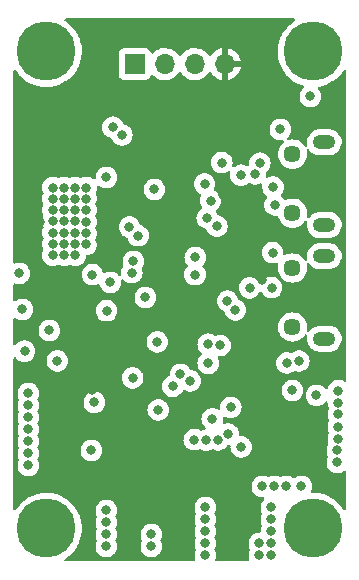
<source format=gbr>
%TF.GenerationSoftware,KiCad,Pcbnew,(6.0.2)*%
%TF.CreationDate,2022-06-16T18:16:31+10:00*%
%TF.ProjectId,RFM95_Serial_Converter_PCB,52464d39-355f-4536-9572-69616c5f436f,rev?*%
%TF.SameCoordinates,Original*%
%TF.FileFunction,Copper,L3,Inr*%
%TF.FilePolarity,Positive*%
%FSLAX46Y46*%
G04 Gerber Fmt 4.6, Leading zero omitted, Abs format (unit mm)*
G04 Created by KiCad (PCBNEW (6.0.2)) date 2022-06-16 18:16:31*
%MOMM*%
%LPD*%
G01*
G04 APERTURE LIST*
%TA.AperFunction,ComponentPad*%
%ADD10C,5.000000*%
%TD*%
%TA.AperFunction,ComponentPad*%
%ADD11R,1.700000X1.700000*%
%TD*%
%TA.AperFunction,ComponentPad*%
%ADD12O,1.700000X1.700000*%
%TD*%
%TA.AperFunction,ComponentPad*%
%ADD13O,1.900000X1.200000*%
%TD*%
%TA.AperFunction,ComponentPad*%
%ADD14C,1.450000*%
%TD*%
%TA.AperFunction,ViaPad*%
%ADD15C,0.800000*%
%TD*%
G04 APERTURE END LIST*
D10*
%TO.N,N/C*%
%TO.C,H3*%
X87630000Y-83820000D03*
%TD*%
D11*
%TO.N,GND*%
%TO.C,J1*%
X72517000Y-44507000D03*
D12*
%TO.N,/Data_Interfaces/SWCLK*%
X75057000Y-44507000D03*
%TO.N,/Data_Interfaces/SWDIO*%
X77597000Y-44507000D03*
%TO.N,+3V3*%
X80137000Y-44507000D03*
%TD*%
D13*
%TO.N,GND*%
%TO.C,J5*%
X88569500Y-67762000D03*
D14*
X85869500Y-66762000D03*
D13*
X88569500Y-60762000D03*
D14*
X85869500Y-61762000D03*
%TD*%
D13*
%TO.N,GND*%
%TO.C,J4*%
X88569500Y-51126000D03*
D14*
X85869500Y-57126000D03*
D13*
X88569500Y-58126000D03*
D14*
X85869500Y-52126000D03*
%TD*%
D10*
%TO.N,N/C*%
%TO.C,H2*%
X87630000Y-43434000D03*
%TD*%
%TO.N,N/C*%
%TO.C,H4*%
X65024000Y-83820000D03*
%TD*%
%TO.N,N/C*%
%TO.C,H1*%
X65024000Y-43434000D03*
%TD*%
D15*
%TO.N,GND*%
X66531066Y-56862134D03*
X67462400Y-57818867D03*
X67479332Y-55905401D03*
X65582800Y-55910104D03*
X67462400Y-58775600D03*
X68427600Y-57835799D03*
X65582800Y-60689068D03*
X78486000Y-83058000D03*
X63500000Y-72390000D03*
X89749500Y-74168000D03*
X70104000Y-82296000D03*
X78486000Y-84074000D03*
X84074000Y-83058000D03*
X87376000Y-47244000D03*
X62992000Y-65278000D03*
X84836000Y-50038000D03*
X70104000Y-84328000D03*
X68427600Y-55922333D03*
X68427600Y-59749265D03*
X74168000Y-55118000D03*
X73914000Y-84328000D03*
X68427600Y-54954312D03*
X67462400Y-59732333D03*
X70104000Y-85344000D03*
X63500000Y-73406000D03*
X66531066Y-55905401D03*
X84074000Y-85090000D03*
X89662000Y-78232000D03*
X78486000Y-86106000D03*
X69088000Y-73152000D03*
X83058000Y-86106000D03*
X63500000Y-76454000D03*
X67462400Y-56862134D03*
X66531066Y-57818867D03*
X68933400Y-62331600D03*
X63500000Y-77470000D03*
X86614000Y-80264000D03*
X82243000Y-63449200D03*
X65582800Y-58777480D03*
X68427600Y-58792532D03*
X73914000Y-85344000D03*
X67479332Y-60689068D03*
X66531066Y-58775600D03*
X78486000Y-85090000D03*
X65582800Y-56865896D03*
X84074000Y-82042000D03*
X65278000Y-67056000D03*
X68834000Y-77216000D03*
X72390000Y-61214000D03*
X89662000Y-77216000D03*
X83058000Y-85090000D03*
X89749500Y-75199425D03*
X78486000Y-82042000D03*
X85852000Y-72136000D03*
X66531066Y-60689068D03*
X72259218Y-62171324D03*
X67479332Y-54954312D03*
X73406000Y-64262000D03*
X89749500Y-72151425D03*
X65582800Y-54954312D03*
X85344000Y-80264000D03*
X68427600Y-56879066D03*
X65582800Y-57821688D03*
X63500000Y-74422000D03*
X89749361Y-76215425D03*
X66531066Y-59732333D03*
X84074000Y-84074000D03*
X63500000Y-75438000D03*
X66531066Y-54954312D03*
X70104000Y-83312000D03*
X70125671Y-65384025D03*
X89749500Y-73166636D03*
X63500000Y-78486000D03*
X84074000Y-86106000D03*
X62738000Y-62230000D03*
X84328000Y-80264000D03*
X65582800Y-59733272D03*
X83312000Y-80264000D03*
%TO.N,+3V3*%
X82804000Y-83820000D03*
X64516000Y-57912000D03*
X78994000Y-80264000D03*
X83312000Y-62809500D03*
X63500000Y-57912000D03*
X77724000Y-50546000D03*
X69596000Y-58420000D03*
X81280000Y-78740000D03*
X65026683Y-71382540D03*
X69596000Y-59436000D03*
X68935902Y-72136000D03*
X72644000Y-67818000D03*
X69596000Y-56388000D03*
X74500012Y-62270517D03*
X73812400Y-80365600D03*
X79998957Y-55567509D03*
X69596000Y-57404000D03*
%TO.N,+5V*%
X72789888Y-59028091D03*
%TO.N,/STM32F405/OSC_IN*%
X63188948Y-68811277D03*
X65957127Y-69628964D03*
%TO.N,/STM32F405/INDICATOR_LED*%
X70444065Y-62995017D03*
X70104000Y-54102000D03*
%TO.N,/Data_Interfaces/SWDIO*%
X81029966Y-65313542D03*
%TO.N,/Data_Interfaces/SWCLK*%
X80365600Y-64566800D03*
%TO.N,/Data_Interfaces/RX_RADIO*%
X78934534Y-56069900D03*
X81510143Y-53910117D03*
X87900605Y-72543476D03*
%TO.N,/Data_Interfaces/TX_RADIO*%
X79728469Y-68326000D03*
%TO.N,/Data_Interfaces/CTS_RADIO*%
X79884427Y-52847373D03*
X86414258Y-69634157D03*
X83108800Y-52883502D03*
%TO.N,/Data_Interfaces/RTS_RADIO*%
X78430670Y-54650142D03*
X85385411Y-69810096D03*
X82718159Y-53803504D03*
%TO.N,Net-(R2-Pad2)*%
X74422000Y-68021200D03*
X71420501Y-50490901D03*
%TO.N,Net-(C7-Pad2)*%
X72339200Y-71069200D03*
X70661297Y-49840814D03*
%TO.N,/915MHz_Radio/SPI_MISO*%
X76384364Y-70768776D03*
%TO.N,/915MHz_Radio/SPI_MOSI*%
X77216000Y-71323200D03*
%TO.N,/915MHz_Radio/SPI_CLK*%
X75729500Y-71780400D03*
%TO.N,/915MHz_Radio/CS_RF*%
X74500869Y-73781071D03*
%TO.N,/915MHz_Radio/RESET_RF*%
X79075228Y-74533135D03*
%TO.N,/915MHz_Radio/IO5_RF*%
X80643984Y-73558410D03*
%TO.N,/915MHz_Radio/IO3_RF*%
X81529701Y-76915499D03*
%TO.N,/915MHz_Radio/IO4_RF*%
X80413184Y-75806900D03*
%TO.N,/915MHz_Radio/IO0_RF*%
X77553637Y-76298208D03*
%TO.N,/915MHz_Radio/IO1_RF*%
X78551985Y-76346243D03*
%TO.N,/915MHz_Radio/IO2_RF*%
X79563357Y-76333017D03*
%TO.N,/Data_Interfaces/USB1_D+*%
X84382160Y-56433562D03*
X84224138Y-54899238D03*
%TO.N,/Data_Interfaces/USB2_D-*%
X84101419Y-63422544D03*
X84187589Y-60474631D03*
%TO.N,Net-(R1-Pad1)*%
X72065388Y-58293049D03*
%TO.N,/STM32F405/USB2_IN-*%
X77634094Y-60868500D03*
X78734957Y-68216733D03*
%TO.N,/STM32F405/USB2_IN+*%
X78728300Y-69836700D03*
X77614937Y-62334738D03*
%TO.N,/Data_Interfaces/USB1_IN_D-*%
X78644395Y-57525931D03*
%TO.N,/Data_Interfaces/USB1_IN_D+*%
X79468836Y-58223874D03*
%TD*%
%TA.AperFunction,Conductor*%
%TO.N,+3V3*%
G36*
X86052501Y-40660002D02*
G01*
X86098994Y-40713658D01*
X86109098Y-40783932D01*
X86079604Y-40848512D01*
X86051336Y-40872737D01*
X85884279Y-40977532D01*
X85881443Y-40979804D01*
X85881436Y-40979809D01*
X85637384Y-41175332D01*
X85613509Y-41194459D01*
X85369466Y-41441071D01*
X85367225Y-41443929D01*
X85310732Y-41515978D01*
X85155386Y-41714098D01*
X85153493Y-41717187D01*
X85153491Y-41717190D01*
X85107233Y-41792676D01*
X84974105Y-42009921D01*
X84972580Y-42013206D01*
X84972578Y-42013210D01*
X84933505Y-42097386D01*
X84828027Y-42324620D01*
X84719087Y-42654023D01*
X84648730Y-42993764D01*
X84617888Y-43339341D01*
X84617983Y-43342971D01*
X84617983Y-43342972D01*
X84626685Y-43675277D01*
X84626970Y-43686171D01*
X84675856Y-44029660D01*
X84763897Y-44365253D01*
X84889927Y-44688503D01*
X84891624Y-44691708D01*
X85050094Y-44991006D01*
X85052275Y-44995126D01*
X85054325Y-44998109D01*
X85054327Y-44998112D01*
X85246733Y-45278064D01*
X85246739Y-45278071D01*
X85248790Y-45281056D01*
X85357030Y-45405134D01*
X85419750Y-45477031D01*
X85476866Y-45542505D01*
X85561940Y-45619916D01*
X85689268Y-45735775D01*
X85733481Y-45776006D01*
X86015233Y-45978466D01*
X86318388Y-46147200D01*
X86638928Y-46279972D01*
X86642422Y-46280967D01*
X86642424Y-46280968D01*
X86762253Y-46315102D01*
X86822288Y-46353001D01*
X86852302Y-46417341D01*
X86842767Y-46487694D01*
X86801795Y-46538217D01*
X86764747Y-46565134D01*
X86636960Y-46707056D01*
X86541473Y-46872444D01*
X86482458Y-47054072D01*
X86462496Y-47244000D01*
X86482458Y-47433928D01*
X86541473Y-47615556D01*
X86636960Y-47780944D01*
X86764747Y-47922866D01*
X86919248Y-48035118D01*
X86925276Y-48037802D01*
X86925278Y-48037803D01*
X87087681Y-48110109D01*
X87093712Y-48112794D01*
X87187112Y-48132647D01*
X87274056Y-48151128D01*
X87274061Y-48151128D01*
X87280513Y-48152500D01*
X87471487Y-48152500D01*
X87477939Y-48151128D01*
X87477944Y-48151128D01*
X87564888Y-48132647D01*
X87658288Y-48112794D01*
X87664319Y-48110109D01*
X87826722Y-48037803D01*
X87826724Y-48037802D01*
X87832752Y-48035118D01*
X87987253Y-47922866D01*
X88115040Y-47780944D01*
X88210527Y-47615556D01*
X88269542Y-47433928D01*
X88289504Y-47244000D01*
X88269542Y-47054072D01*
X88210527Y-46872444D01*
X88115040Y-46707056D01*
X88031693Y-46614489D01*
X88000977Y-46550484D01*
X88009741Y-46480030D01*
X88055203Y-46425499D01*
X88102368Y-46406291D01*
X88345279Y-46361270D01*
X88345283Y-46361269D01*
X88348844Y-46360609D01*
X88680456Y-46258592D01*
X88998145Y-46119136D01*
X89242511Y-45976341D01*
X89294560Y-45945926D01*
X89294562Y-45945925D01*
X89297700Y-45944091D01*
X89398915Y-45868097D01*
X89572244Y-45737958D01*
X89572248Y-45737955D01*
X89575151Y-45735775D01*
X89826819Y-45496950D01*
X90049370Y-45230783D01*
X90060399Y-45213994D01*
X90192688Y-45012601D01*
X90246806Y-44966647D01*
X90317177Y-44957246D01*
X90381460Y-44987383D01*
X90419245Y-45047490D01*
X90424000Y-45081778D01*
X90424000Y-71271221D01*
X90403998Y-71339342D01*
X90350342Y-71385835D01*
X90280068Y-71395939D01*
X90223940Y-71373158D01*
X90211593Y-71364187D01*
X90211590Y-71364185D01*
X90206252Y-71360307D01*
X90200224Y-71357623D01*
X90200222Y-71357622D01*
X90037819Y-71285316D01*
X90037818Y-71285316D01*
X90031788Y-71282631D01*
X89921216Y-71259128D01*
X89851444Y-71244297D01*
X89851439Y-71244297D01*
X89844987Y-71242925D01*
X89654013Y-71242925D01*
X89647561Y-71244297D01*
X89647556Y-71244297D01*
X89577784Y-71259128D01*
X89467212Y-71282631D01*
X89461182Y-71285316D01*
X89461181Y-71285316D01*
X89298778Y-71357622D01*
X89298776Y-71357623D01*
X89292748Y-71360307D01*
X89138247Y-71472559D01*
X89133826Y-71477469D01*
X89133825Y-71477470D01*
X89017967Y-71606144D01*
X89010460Y-71614481D01*
X89007159Y-71620199D01*
X88923879Y-71764444D01*
X88914973Y-71779869D01*
X88855958Y-71961497D01*
X88853782Y-71960790D01*
X88825053Y-72013999D01*
X88762903Y-72048319D01*
X88692064Y-72043590D01*
X88641198Y-72005133D01*
X88639645Y-72006532D01*
X88516280Y-71869521D01*
X88516279Y-71869520D01*
X88511858Y-71864610D01*
X88395953Y-71780400D01*
X88362699Y-71756239D01*
X88362698Y-71756238D01*
X88357357Y-71752358D01*
X88351329Y-71749674D01*
X88351327Y-71749673D01*
X88188924Y-71677367D01*
X88188923Y-71677367D01*
X88182893Y-71674682D01*
X88089493Y-71654829D01*
X88002549Y-71636348D01*
X88002544Y-71636348D01*
X87996092Y-71634976D01*
X87805118Y-71634976D01*
X87798666Y-71636348D01*
X87798661Y-71636348D01*
X87711717Y-71654829D01*
X87618317Y-71674682D01*
X87612287Y-71677367D01*
X87612286Y-71677367D01*
X87449883Y-71749673D01*
X87449881Y-71749674D01*
X87443853Y-71752358D01*
X87438512Y-71756238D01*
X87438511Y-71756239D01*
X87405257Y-71780400D01*
X87289352Y-71864610D01*
X87284931Y-71869520D01*
X87284930Y-71869521D01*
X87200073Y-71963765D01*
X87161565Y-72006532D01*
X87066078Y-72171920D01*
X87007063Y-72353548D01*
X86987101Y-72543476D01*
X86987791Y-72550041D01*
X87002317Y-72688244D01*
X87007063Y-72733404D01*
X87066078Y-72915032D01*
X87161565Y-73080420D01*
X87165983Y-73085327D01*
X87165984Y-73085328D01*
X87278054Y-73209794D01*
X87289352Y-73222342D01*
X87443853Y-73334594D01*
X87449881Y-73337278D01*
X87449883Y-73337279D01*
X87589489Y-73399435D01*
X87618317Y-73412270D01*
X87711718Y-73432123D01*
X87798661Y-73450604D01*
X87798666Y-73450604D01*
X87805118Y-73451976D01*
X87996092Y-73451976D01*
X88002544Y-73450604D01*
X88002549Y-73450604D01*
X88089492Y-73432123D01*
X88182893Y-73412270D01*
X88211721Y-73399435D01*
X88351327Y-73337279D01*
X88351329Y-73337278D01*
X88357357Y-73334594D01*
X88511858Y-73222342D01*
X88538153Y-73193139D01*
X88617993Y-73104467D01*
X88678439Y-73067227D01*
X88749423Y-73068579D01*
X88808407Y-73108092D01*
X88836939Y-73175607D01*
X88855080Y-73348206D01*
X88855958Y-73356564D01*
X88914973Y-73538192D01*
X88918276Y-73543914D01*
X88918277Y-73543915D01*
X88926646Y-73558410D01*
X88949334Y-73597706D01*
X88953151Y-73604318D01*
X88969889Y-73673313D01*
X88953151Y-73730318D01*
X88944156Y-73745898D01*
X88923849Y-73781071D01*
X88914973Y-73796444D01*
X88855958Y-73978072D01*
X88855268Y-73984633D01*
X88855268Y-73984635D01*
X88844232Y-74089636D01*
X88835996Y-74168000D01*
X88836686Y-74174565D01*
X88855101Y-74349770D01*
X88855958Y-74357928D01*
X88914973Y-74539556D01*
X88918276Y-74545278D01*
X88918277Y-74545279D01*
X88961829Y-74620713D01*
X88978567Y-74689708D01*
X88961830Y-74746711D01*
X88914973Y-74827869D01*
X88855958Y-75009497D01*
X88855268Y-75016058D01*
X88855268Y-75016060D01*
X88843499Y-75128034D01*
X88835996Y-75199425D01*
X88855958Y-75389353D01*
X88914973Y-75570981D01*
X88947852Y-75627928D01*
X88957307Y-75644305D01*
X88974045Y-75713300D01*
X88957308Y-75770303D01*
X88914834Y-75843869D01*
X88855819Y-76025497D01*
X88835857Y-76215425D01*
X88836547Y-76221990D01*
X88852487Y-76373647D01*
X88855819Y-76405353D01*
X88914834Y-76586981D01*
X88916038Y-76589066D01*
X88925266Y-76657890D01*
X88909844Y-76701773D01*
X88838378Y-76825556D01*
X88827473Y-76844444D01*
X88768458Y-77026072D01*
X88767768Y-77032633D01*
X88767768Y-77032635D01*
X88749987Y-77201811D01*
X88748496Y-77216000D01*
X88749186Y-77222565D01*
X88755304Y-77280770D01*
X88768458Y-77405928D01*
X88827473Y-77587556D01*
X88830776Y-77593278D01*
X88830777Y-77593279D01*
X88869876Y-77661000D01*
X88886614Y-77729995D01*
X88869876Y-77787000D01*
X88848515Y-77823999D01*
X88827473Y-77860444D01*
X88768458Y-78042072D01*
X88767768Y-78048633D01*
X88767768Y-78048635D01*
X88749186Y-78225435D01*
X88748496Y-78232000D01*
X88768458Y-78421928D01*
X88827473Y-78603556D01*
X88922960Y-78768944D01*
X88927378Y-78773851D01*
X88927379Y-78773852D01*
X89046325Y-78905955D01*
X89050747Y-78910866D01*
X89205248Y-79023118D01*
X89211276Y-79025802D01*
X89211278Y-79025803D01*
X89262551Y-79048631D01*
X89379712Y-79100794D01*
X89473113Y-79120647D01*
X89560056Y-79139128D01*
X89560061Y-79139128D01*
X89566513Y-79140500D01*
X89757487Y-79140500D01*
X89763939Y-79139128D01*
X89763944Y-79139128D01*
X89850887Y-79120647D01*
X89944288Y-79100794D01*
X90061449Y-79048631D01*
X90112722Y-79025803D01*
X90112724Y-79025802D01*
X90118752Y-79023118D01*
X90164568Y-78989831D01*
X90223939Y-78946695D01*
X90290807Y-78922837D01*
X90359958Y-78938917D01*
X90409438Y-78989831D01*
X90424000Y-79048631D01*
X90424000Y-82170834D01*
X90403998Y-82238955D01*
X90350342Y-82285448D01*
X90280068Y-82295552D01*
X90215488Y-82266058D01*
X90188552Y-82233261D01*
X90159212Y-82181823D01*
X90157417Y-82178676D01*
X90151657Y-82170834D01*
X90061841Y-82048565D01*
X89952018Y-81899060D01*
X89715842Y-81644904D01*
X89452019Y-81419578D01*
X89164047Y-81226069D01*
X88855741Y-81066940D01*
X88531189Y-80944302D01*
X88527668Y-80943418D01*
X88527663Y-80943416D01*
X88366378Y-80902904D01*
X88194692Y-80859780D01*
X88172476Y-80856855D01*
X87854315Y-80814968D01*
X87854307Y-80814967D01*
X87850711Y-80814494D01*
X87562157Y-80809961D01*
X87494360Y-80788892D01*
X87448715Y-80734513D01*
X87439717Y-80664089D01*
X87447833Y-80636757D01*
X87448527Y-80635556D01*
X87507542Y-80453928D01*
X87527504Y-80264000D01*
X87507542Y-80074072D01*
X87448527Y-79892444D01*
X87353040Y-79727056D01*
X87225253Y-79585134D01*
X87070752Y-79472882D01*
X87064724Y-79470198D01*
X87064722Y-79470197D01*
X86902319Y-79397891D01*
X86902318Y-79397891D01*
X86896288Y-79395206D01*
X86802888Y-79375353D01*
X86715944Y-79356872D01*
X86715939Y-79356872D01*
X86709487Y-79355500D01*
X86518513Y-79355500D01*
X86512061Y-79356872D01*
X86512056Y-79356872D01*
X86425112Y-79375353D01*
X86331712Y-79395206D01*
X86325682Y-79397891D01*
X86325681Y-79397891D01*
X86163278Y-79470197D01*
X86163276Y-79470198D01*
X86157248Y-79472882D01*
X86053060Y-79548579D01*
X85986194Y-79572437D01*
X85917042Y-79556357D01*
X85904944Y-79548582D01*
X85800752Y-79472882D01*
X85794724Y-79470198D01*
X85794722Y-79470197D01*
X85632319Y-79397891D01*
X85632318Y-79397891D01*
X85626288Y-79395206D01*
X85532888Y-79375353D01*
X85445944Y-79356872D01*
X85445939Y-79356872D01*
X85439487Y-79355500D01*
X85248513Y-79355500D01*
X85242061Y-79356872D01*
X85242056Y-79356872D01*
X85155112Y-79375353D01*
X85061712Y-79395206D01*
X84887248Y-79472882D01*
X84816882Y-79482316D01*
X84784753Y-79472882D01*
X84784752Y-79472882D01*
X84610288Y-79395206D01*
X84516888Y-79375353D01*
X84429944Y-79356872D01*
X84429939Y-79356872D01*
X84423487Y-79355500D01*
X84232513Y-79355500D01*
X84226061Y-79356872D01*
X84226056Y-79356872D01*
X84139112Y-79375353D01*
X84045712Y-79395206D01*
X83871248Y-79472882D01*
X83800882Y-79482316D01*
X83768753Y-79472882D01*
X83768752Y-79472882D01*
X83594288Y-79395206D01*
X83500888Y-79375353D01*
X83413944Y-79356872D01*
X83413939Y-79356872D01*
X83407487Y-79355500D01*
X83216513Y-79355500D01*
X83210061Y-79356872D01*
X83210056Y-79356872D01*
X83123112Y-79375353D01*
X83029712Y-79395206D01*
X83023682Y-79397891D01*
X83023681Y-79397891D01*
X82861278Y-79470197D01*
X82861276Y-79470198D01*
X82855248Y-79472882D01*
X82700747Y-79585134D01*
X82572960Y-79727056D01*
X82477473Y-79892444D01*
X82418458Y-80074072D01*
X82398496Y-80264000D01*
X82418458Y-80453928D01*
X82477473Y-80635556D01*
X82480776Y-80641278D01*
X82480777Y-80641279D01*
X82514686Y-80700010D01*
X82572960Y-80800944D01*
X82577378Y-80805851D01*
X82577379Y-80805852D01*
X82580578Y-80809405D01*
X82700747Y-80942866D01*
X82799843Y-81014864D01*
X82822543Y-81031356D01*
X82855248Y-81055118D01*
X82861276Y-81057802D01*
X82861278Y-81057803D01*
X83000587Y-81119827D01*
X83029712Y-81132794D01*
X83123112Y-81152647D01*
X83210056Y-81171128D01*
X83210061Y-81171128D01*
X83216513Y-81172500D01*
X83351395Y-81172500D01*
X83419516Y-81192502D01*
X83466009Y-81246158D01*
X83476113Y-81316432D01*
X83445032Y-81382808D01*
X83334960Y-81505056D01*
X83331659Y-81510774D01*
X83254219Y-81644904D01*
X83239473Y-81670444D01*
X83180458Y-81852072D01*
X83160496Y-82042000D01*
X83180458Y-82231928D01*
X83239473Y-82413556D01*
X83242776Y-82419278D01*
X83242777Y-82419279D01*
X83281876Y-82487000D01*
X83298614Y-82555995D01*
X83281876Y-82613000D01*
X83239473Y-82686444D01*
X83180458Y-82868072D01*
X83160496Y-83058000D01*
X83161186Y-83064565D01*
X83168633Y-83135415D01*
X83180458Y-83247928D01*
X83239473Y-83429556D01*
X83242776Y-83435278D01*
X83242777Y-83435279D01*
X83281876Y-83503000D01*
X83298614Y-83571995D01*
X83281876Y-83629000D01*
X83239473Y-83702444D01*
X83180458Y-83884072D01*
X83179769Y-83890631D01*
X83179768Y-83890634D01*
X83161056Y-84068671D01*
X83134043Y-84134327D01*
X83075821Y-84174957D01*
X83035746Y-84181500D01*
X82962513Y-84181500D01*
X82956061Y-84182872D01*
X82956056Y-84182872D01*
X82869112Y-84201353D01*
X82775712Y-84221206D01*
X82769682Y-84223891D01*
X82769681Y-84223891D01*
X82607278Y-84296197D01*
X82607276Y-84296198D01*
X82601248Y-84298882D01*
X82595907Y-84302762D01*
X82595906Y-84302763D01*
X82561171Y-84328000D01*
X82446747Y-84411134D01*
X82442326Y-84416044D01*
X82442325Y-84416045D01*
X82344937Y-84524206D01*
X82318960Y-84553056D01*
X82223473Y-84718444D01*
X82164458Y-84900072D01*
X82144496Y-85090000D01*
X82164458Y-85279928D01*
X82223473Y-85461556D01*
X82226776Y-85467278D01*
X82226777Y-85467279D01*
X82265876Y-85535000D01*
X82282614Y-85603995D01*
X82265876Y-85661000D01*
X82223473Y-85734444D01*
X82164458Y-85916072D01*
X82163768Y-85922633D01*
X82163768Y-85922635D01*
X82145186Y-86099435D01*
X82144496Y-86106000D01*
X82145186Y-86112565D01*
X82159894Y-86252500D01*
X82164458Y-86295928D01*
X82166498Y-86302206D01*
X82214215Y-86449064D01*
X82216243Y-86520031D01*
X82179580Y-86580829D01*
X82115868Y-86612155D01*
X82094382Y-86614000D01*
X79449618Y-86614000D01*
X79381497Y-86593998D01*
X79335004Y-86540342D01*
X79324900Y-86470068D01*
X79329785Y-86449064D01*
X79377502Y-86302206D01*
X79379542Y-86295928D01*
X79384107Y-86252500D01*
X79398814Y-86112565D01*
X79399504Y-86106000D01*
X79398814Y-86099435D01*
X79380232Y-85922635D01*
X79380232Y-85922633D01*
X79379542Y-85916072D01*
X79320527Y-85734444D01*
X79278124Y-85661000D01*
X79261386Y-85592005D01*
X79278124Y-85535000D01*
X79317223Y-85467279D01*
X79317224Y-85467278D01*
X79320527Y-85461556D01*
X79379542Y-85279928D01*
X79399504Y-85090000D01*
X79379542Y-84900072D01*
X79320527Y-84718444D01*
X79278124Y-84645000D01*
X79261386Y-84576005D01*
X79278124Y-84519000D01*
X79317223Y-84451279D01*
X79317224Y-84451278D01*
X79320527Y-84445556D01*
X79379542Y-84263928D01*
X79384177Y-84219834D01*
X79398814Y-84080565D01*
X79399504Y-84074000D01*
X79379542Y-83884072D01*
X79320527Y-83702444D01*
X79278124Y-83629000D01*
X79261386Y-83560005D01*
X79278124Y-83503000D01*
X79317223Y-83435279D01*
X79317224Y-83435278D01*
X79320527Y-83429556D01*
X79379542Y-83247928D01*
X79391368Y-83135415D01*
X79398814Y-83064565D01*
X79399504Y-83058000D01*
X79379542Y-82868072D01*
X79320527Y-82686444D01*
X79278124Y-82613000D01*
X79261386Y-82544005D01*
X79278124Y-82487000D01*
X79317223Y-82419279D01*
X79317224Y-82419278D01*
X79320527Y-82413556D01*
X79379542Y-82231928D01*
X79399504Y-82042000D01*
X79379542Y-81852072D01*
X79320527Y-81670444D01*
X79305782Y-81644904D01*
X79228341Y-81510774D01*
X79225040Y-81505056D01*
X79097253Y-81363134D01*
X78942752Y-81250882D01*
X78936724Y-81248198D01*
X78936722Y-81248197D01*
X78774319Y-81175891D01*
X78774318Y-81175891D01*
X78768288Y-81173206D01*
X78674888Y-81153353D01*
X78587944Y-81134872D01*
X78587939Y-81134872D01*
X78581487Y-81133500D01*
X78390513Y-81133500D01*
X78384061Y-81134872D01*
X78384056Y-81134872D01*
X78297112Y-81153353D01*
X78203712Y-81173206D01*
X78197682Y-81175891D01*
X78197681Y-81175891D01*
X78035278Y-81248197D01*
X78035276Y-81248198D01*
X78029248Y-81250882D01*
X77874747Y-81363134D01*
X77746960Y-81505056D01*
X77743659Y-81510774D01*
X77666219Y-81644904D01*
X77651473Y-81670444D01*
X77592458Y-81852072D01*
X77572496Y-82042000D01*
X77592458Y-82231928D01*
X77651473Y-82413556D01*
X77654776Y-82419278D01*
X77654777Y-82419279D01*
X77693876Y-82487000D01*
X77710614Y-82555995D01*
X77693876Y-82613000D01*
X77651473Y-82686444D01*
X77592458Y-82868072D01*
X77572496Y-83058000D01*
X77573186Y-83064565D01*
X77580633Y-83135415D01*
X77592458Y-83247928D01*
X77651473Y-83429556D01*
X77654776Y-83435278D01*
X77654777Y-83435279D01*
X77693876Y-83503000D01*
X77710614Y-83571995D01*
X77693876Y-83629000D01*
X77651473Y-83702444D01*
X77592458Y-83884072D01*
X77572496Y-84074000D01*
X77573186Y-84080565D01*
X77587824Y-84219834D01*
X77592458Y-84263928D01*
X77651473Y-84445556D01*
X77654776Y-84451278D01*
X77654777Y-84451279D01*
X77693876Y-84519000D01*
X77710614Y-84587995D01*
X77693876Y-84645000D01*
X77651473Y-84718444D01*
X77592458Y-84900072D01*
X77572496Y-85090000D01*
X77592458Y-85279928D01*
X77651473Y-85461556D01*
X77654776Y-85467278D01*
X77654777Y-85467279D01*
X77693876Y-85535000D01*
X77710614Y-85603995D01*
X77693876Y-85661000D01*
X77651473Y-85734444D01*
X77592458Y-85916072D01*
X77591768Y-85922633D01*
X77591768Y-85922635D01*
X77573186Y-86099435D01*
X77572496Y-86106000D01*
X77573186Y-86112565D01*
X77587894Y-86252500D01*
X77592458Y-86295928D01*
X77594498Y-86302206D01*
X77642215Y-86449064D01*
X77644243Y-86520031D01*
X77607580Y-86580829D01*
X77543868Y-86612155D01*
X77522382Y-86614000D01*
X66671209Y-86614000D01*
X66603088Y-86593998D01*
X66556595Y-86540342D01*
X66546491Y-86470068D01*
X66575985Y-86405488D01*
X66607639Y-86379212D01*
X66688560Y-86331926D01*
X66688562Y-86331925D01*
X66691700Y-86330091D01*
X66694609Y-86327907D01*
X66966244Y-86123958D01*
X66966248Y-86123955D01*
X66969151Y-86121775D01*
X67220819Y-85882950D01*
X67443370Y-85616783D01*
X67493672Y-85540206D01*
X67598167Y-85381126D01*
X67622554Y-85344000D01*
X69190496Y-85344000D01*
X69210458Y-85533928D01*
X69269473Y-85715556D01*
X69364960Y-85880944D01*
X69369378Y-85885851D01*
X69369379Y-85885852D01*
X69407784Y-85928505D01*
X69492747Y-86022866D01*
X69591843Y-86094864D01*
X69631888Y-86123958D01*
X69647248Y-86135118D01*
X69653276Y-86137802D01*
X69653278Y-86137803D01*
X69815681Y-86210109D01*
X69821712Y-86212794D01*
X69915113Y-86232647D01*
X70002056Y-86251128D01*
X70002061Y-86251128D01*
X70008513Y-86252500D01*
X70199487Y-86252500D01*
X70205939Y-86251128D01*
X70205944Y-86251128D01*
X70292887Y-86232647D01*
X70386288Y-86212794D01*
X70392319Y-86210109D01*
X70554722Y-86137803D01*
X70554724Y-86137802D01*
X70560752Y-86135118D01*
X70576113Y-86123958D01*
X70616157Y-86094864D01*
X70715253Y-86022866D01*
X70800216Y-85928505D01*
X70838621Y-85885852D01*
X70838622Y-85885851D01*
X70843040Y-85880944D01*
X70938527Y-85715556D01*
X70997542Y-85533928D01*
X71017504Y-85344000D01*
X73000496Y-85344000D01*
X73020458Y-85533928D01*
X73079473Y-85715556D01*
X73174960Y-85880944D01*
X73179378Y-85885851D01*
X73179379Y-85885852D01*
X73217784Y-85928505D01*
X73302747Y-86022866D01*
X73401843Y-86094864D01*
X73441888Y-86123958D01*
X73457248Y-86135118D01*
X73463276Y-86137802D01*
X73463278Y-86137803D01*
X73625681Y-86210109D01*
X73631712Y-86212794D01*
X73725113Y-86232647D01*
X73812056Y-86251128D01*
X73812061Y-86251128D01*
X73818513Y-86252500D01*
X74009487Y-86252500D01*
X74015939Y-86251128D01*
X74015944Y-86251128D01*
X74102887Y-86232647D01*
X74196288Y-86212794D01*
X74202319Y-86210109D01*
X74364722Y-86137803D01*
X74364724Y-86137802D01*
X74370752Y-86135118D01*
X74386113Y-86123958D01*
X74426157Y-86094864D01*
X74525253Y-86022866D01*
X74610216Y-85928505D01*
X74648621Y-85885852D01*
X74648622Y-85885851D01*
X74653040Y-85880944D01*
X74748527Y-85715556D01*
X74807542Y-85533928D01*
X74827504Y-85344000D01*
X74820770Y-85279928D01*
X74808232Y-85160635D01*
X74808232Y-85160633D01*
X74807542Y-85154072D01*
X74748527Y-84972444D01*
X74722474Y-84927318D01*
X74706124Y-84899000D01*
X74689386Y-84830005D01*
X74706124Y-84773000D01*
X74745223Y-84705279D01*
X74745224Y-84705278D01*
X74748527Y-84699556D01*
X74807542Y-84517928D01*
X74819175Y-84407251D01*
X74826814Y-84334565D01*
X74827504Y-84328000D01*
X74816280Y-84221206D01*
X74808232Y-84144635D01*
X74808232Y-84144633D01*
X74807542Y-84138072D01*
X74748527Y-83956444D01*
X74653040Y-83791056D01*
X74573254Y-83702444D01*
X74529675Y-83654045D01*
X74529674Y-83654044D01*
X74525253Y-83649134D01*
X74370752Y-83536882D01*
X74364724Y-83534198D01*
X74364722Y-83534197D01*
X74202319Y-83461891D01*
X74202318Y-83461891D01*
X74196288Y-83459206D01*
X74083721Y-83435279D01*
X74015944Y-83420872D01*
X74015939Y-83420872D01*
X74009487Y-83419500D01*
X73818513Y-83419500D01*
X73812061Y-83420872D01*
X73812056Y-83420872D01*
X73744279Y-83435279D01*
X73631712Y-83459206D01*
X73625682Y-83461891D01*
X73625681Y-83461891D01*
X73463278Y-83534197D01*
X73463276Y-83534198D01*
X73457248Y-83536882D01*
X73302747Y-83649134D01*
X73298326Y-83654044D01*
X73298325Y-83654045D01*
X73254747Y-83702444D01*
X73174960Y-83791056D01*
X73079473Y-83956444D01*
X73020458Y-84138072D01*
X73019768Y-84144633D01*
X73019768Y-84144635D01*
X73011720Y-84221206D01*
X73000496Y-84328000D01*
X73001186Y-84334565D01*
X73008826Y-84407251D01*
X73020458Y-84517928D01*
X73079473Y-84699556D01*
X73082776Y-84705278D01*
X73082777Y-84705279D01*
X73121876Y-84773000D01*
X73138614Y-84841995D01*
X73121876Y-84899000D01*
X73105527Y-84927318D01*
X73079473Y-84972444D01*
X73020458Y-85154072D01*
X73019768Y-85160633D01*
X73019768Y-85160635D01*
X73007230Y-85279928D01*
X73000496Y-85344000D01*
X71017504Y-85344000D01*
X71010770Y-85279928D01*
X70998232Y-85160635D01*
X70998232Y-85160633D01*
X70997542Y-85154072D01*
X70938527Y-84972444D01*
X70912474Y-84927318D01*
X70896124Y-84899000D01*
X70879386Y-84830005D01*
X70896124Y-84773000D01*
X70935223Y-84705279D01*
X70935224Y-84705278D01*
X70938527Y-84699556D01*
X70997542Y-84517928D01*
X71009175Y-84407251D01*
X71016814Y-84334565D01*
X71017504Y-84328000D01*
X71006280Y-84221206D01*
X70998232Y-84144635D01*
X70998232Y-84144633D01*
X70997542Y-84138072D01*
X70938527Y-83956444D01*
X70896124Y-83883000D01*
X70879386Y-83814005D01*
X70896124Y-83757000D01*
X70935223Y-83689279D01*
X70935224Y-83689278D01*
X70938527Y-83683556D01*
X70997542Y-83501928D01*
X71002177Y-83457834D01*
X71016814Y-83318565D01*
X71017504Y-83312000D01*
X71010080Y-83241365D01*
X70998232Y-83128635D01*
X70998232Y-83128633D01*
X70997542Y-83122072D01*
X70938527Y-82940444D01*
X70896124Y-82867000D01*
X70879386Y-82798005D01*
X70896124Y-82741000D01*
X70935223Y-82673279D01*
X70935224Y-82673278D01*
X70938527Y-82667556D01*
X70997542Y-82485928D01*
X71017504Y-82296000D01*
X70997542Y-82106072D01*
X70938527Y-81924444D01*
X70843040Y-81759056D01*
X70763254Y-81670444D01*
X70719675Y-81622045D01*
X70719674Y-81622044D01*
X70715253Y-81617134D01*
X70560752Y-81504882D01*
X70554724Y-81502198D01*
X70554722Y-81502197D01*
X70392319Y-81429891D01*
X70392318Y-81429891D01*
X70386288Y-81427206D01*
X70292888Y-81407353D01*
X70205944Y-81388872D01*
X70205939Y-81388872D01*
X70199487Y-81387500D01*
X70008513Y-81387500D01*
X70002061Y-81388872D01*
X70002056Y-81388872D01*
X69915112Y-81407353D01*
X69821712Y-81427206D01*
X69815682Y-81429891D01*
X69815681Y-81429891D01*
X69653278Y-81502197D01*
X69653276Y-81502198D01*
X69647248Y-81504882D01*
X69492747Y-81617134D01*
X69488326Y-81622044D01*
X69488325Y-81622045D01*
X69444747Y-81670444D01*
X69364960Y-81759056D01*
X69269473Y-81924444D01*
X69210458Y-82106072D01*
X69190496Y-82296000D01*
X69210458Y-82485928D01*
X69269473Y-82667556D01*
X69272776Y-82673278D01*
X69272777Y-82673279D01*
X69311876Y-82741000D01*
X69328614Y-82809995D01*
X69311876Y-82867000D01*
X69269473Y-82940444D01*
X69210458Y-83122072D01*
X69209768Y-83128633D01*
X69209768Y-83128635D01*
X69197920Y-83241365D01*
X69190496Y-83312000D01*
X69191186Y-83318565D01*
X69205824Y-83457834D01*
X69210458Y-83501928D01*
X69269473Y-83683556D01*
X69272776Y-83689278D01*
X69272777Y-83689279D01*
X69311876Y-83757000D01*
X69328614Y-83825995D01*
X69311876Y-83883000D01*
X69269473Y-83956444D01*
X69210458Y-84138072D01*
X69209768Y-84144633D01*
X69209768Y-84144635D01*
X69201720Y-84221206D01*
X69190496Y-84328000D01*
X69191186Y-84334565D01*
X69198826Y-84407251D01*
X69210458Y-84517928D01*
X69269473Y-84699556D01*
X69272776Y-84705278D01*
X69272777Y-84705279D01*
X69311876Y-84773000D01*
X69328614Y-84841995D01*
X69311876Y-84899000D01*
X69295527Y-84927318D01*
X69269473Y-84972444D01*
X69210458Y-85154072D01*
X69209768Y-85160633D01*
X69209768Y-85160635D01*
X69197230Y-85279928D01*
X69190496Y-85344000D01*
X67622554Y-85344000D01*
X67633853Y-85326799D01*
X67749649Y-85096565D01*
X67788117Y-85020080D01*
X67788120Y-85020072D01*
X67789744Y-85016844D01*
X67805992Y-84972444D01*
X67907729Y-84694437D01*
X67907730Y-84694433D01*
X67908977Y-84691026D01*
X67909822Y-84687504D01*
X67909825Y-84687496D01*
X67989124Y-84357191D01*
X67989125Y-84357187D01*
X67989971Y-84353662D01*
X67992282Y-84334565D01*
X68031316Y-84012004D01*
X68031316Y-84011997D01*
X68031652Y-84009225D01*
X68037599Y-83820000D01*
X68037438Y-83817204D01*
X68017836Y-83477246D01*
X68017835Y-83477241D01*
X68017627Y-83473626D01*
X68004805Y-83400160D01*
X67958600Y-83135415D01*
X67958598Y-83135408D01*
X67957976Y-83131842D01*
X67953223Y-83115794D01*
X67899586Y-82934721D01*
X67859437Y-82799180D01*
X67723316Y-82480048D01*
X67620390Y-82299598D01*
X67553208Y-82181816D01*
X67551417Y-82178676D01*
X67545657Y-82170834D01*
X67455841Y-82048565D01*
X67346018Y-81899060D01*
X67109842Y-81644904D01*
X66846019Y-81419578D01*
X66558047Y-81226069D01*
X66249741Y-81066940D01*
X65925189Y-80944302D01*
X65921668Y-80943418D01*
X65921663Y-80943416D01*
X65760378Y-80902904D01*
X65588692Y-80859780D01*
X65566476Y-80856855D01*
X65248315Y-80814968D01*
X65248307Y-80814967D01*
X65244711Y-80814494D01*
X65100045Y-80812221D01*
X64901446Y-80809101D01*
X64901442Y-80809101D01*
X64897804Y-80809044D01*
X64894190Y-80809405D01*
X64894184Y-80809405D01*
X64650843Y-80833694D01*
X64552569Y-80843503D01*
X64314465Y-80895418D01*
X64217812Y-80916492D01*
X64213583Y-80917414D01*
X64210156Y-80918587D01*
X64210150Y-80918589D01*
X64032475Y-80979421D01*
X63885339Y-81029797D01*
X63572188Y-81179163D01*
X63278279Y-81363532D01*
X63275443Y-81365804D01*
X63275436Y-81365809D01*
X63094490Y-81510774D01*
X63007509Y-81580459D01*
X62763466Y-81827071D01*
X62761225Y-81829929D01*
X62594941Y-82042000D01*
X62549386Y-82100098D01*
X62547493Y-82103187D01*
X62547491Y-82103190D01*
X62463433Y-82240360D01*
X62410785Y-82287991D01*
X62340743Y-82299598D01*
X62275546Y-82271495D01*
X62235892Y-82212604D01*
X62230000Y-82174525D01*
X62230000Y-78486000D01*
X62586496Y-78486000D01*
X62606458Y-78675928D01*
X62665473Y-78857556D01*
X62760960Y-79022944D01*
X62765378Y-79027851D01*
X62765379Y-79027852D01*
X62828639Y-79098109D01*
X62888747Y-79164866D01*
X63043248Y-79277118D01*
X63049276Y-79279802D01*
X63049278Y-79279803D01*
X63211681Y-79352109D01*
X63217712Y-79354794D01*
X63311113Y-79374647D01*
X63398056Y-79393128D01*
X63398061Y-79393128D01*
X63404513Y-79394500D01*
X63595487Y-79394500D01*
X63601939Y-79393128D01*
X63601944Y-79393128D01*
X63688887Y-79374647D01*
X63782288Y-79354794D01*
X63788319Y-79352109D01*
X63950722Y-79279803D01*
X63950724Y-79279802D01*
X63956752Y-79277118D01*
X64111253Y-79164866D01*
X64171361Y-79098109D01*
X64234621Y-79027852D01*
X64234622Y-79027851D01*
X64239040Y-79022944D01*
X64334527Y-78857556D01*
X64393542Y-78675928D01*
X64413504Y-78486000D01*
X64393542Y-78296072D01*
X64334527Y-78114444D01*
X64292124Y-78041000D01*
X64275386Y-77972005D01*
X64292124Y-77915000D01*
X64331223Y-77847279D01*
X64331224Y-77847278D01*
X64334527Y-77841556D01*
X64393542Y-77659928D01*
X64413504Y-77470000D01*
X64406080Y-77399365D01*
X64394232Y-77286635D01*
X64394232Y-77286633D01*
X64393542Y-77280072D01*
X64372724Y-77216000D01*
X67920496Y-77216000D01*
X67921186Y-77222565D01*
X67927304Y-77280770D01*
X67940458Y-77405928D01*
X67999473Y-77587556D01*
X68094960Y-77752944D01*
X68099378Y-77757851D01*
X68099379Y-77757852D01*
X68186600Y-77854721D01*
X68222747Y-77894866D01*
X68377248Y-78007118D01*
X68383276Y-78009802D01*
X68383278Y-78009803D01*
X68455756Y-78042072D01*
X68551712Y-78084794D01*
X68645113Y-78104647D01*
X68732056Y-78123128D01*
X68732061Y-78123128D01*
X68738513Y-78124500D01*
X68929487Y-78124500D01*
X68935939Y-78123128D01*
X68935944Y-78123128D01*
X69022887Y-78104647D01*
X69116288Y-78084794D01*
X69212244Y-78042072D01*
X69284722Y-78009803D01*
X69284724Y-78009802D01*
X69290752Y-78007118D01*
X69445253Y-77894866D01*
X69481400Y-77854721D01*
X69568621Y-77757852D01*
X69568622Y-77757851D01*
X69573040Y-77752944D01*
X69668527Y-77587556D01*
X69727542Y-77405928D01*
X69740697Y-77280770D01*
X69746814Y-77222565D01*
X69747504Y-77216000D01*
X69746013Y-77201811D01*
X69728232Y-77032635D01*
X69728232Y-77032633D01*
X69727542Y-77026072D01*
X69668527Y-76844444D01*
X69573040Y-76679056D01*
X69564674Y-76669764D01*
X69449675Y-76542045D01*
X69449674Y-76542044D01*
X69445253Y-76537134D01*
X69330829Y-76454000D01*
X69296094Y-76428763D01*
X69296093Y-76428762D01*
X69290752Y-76424882D01*
X69284724Y-76422198D01*
X69284722Y-76422197D01*
X69122319Y-76349891D01*
X69122318Y-76349891D01*
X69116288Y-76347206D01*
X69022888Y-76327353D01*
X68935944Y-76308872D01*
X68935939Y-76308872D01*
X68929487Y-76307500D01*
X68738513Y-76307500D01*
X68732061Y-76308872D01*
X68732056Y-76308872D01*
X68645112Y-76327353D01*
X68551712Y-76347206D01*
X68545682Y-76349891D01*
X68545681Y-76349891D01*
X68383278Y-76422197D01*
X68383276Y-76422198D01*
X68377248Y-76424882D01*
X68371907Y-76428762D01*
X68371906Y-76428763D01*
X68337171Y-76454000D01*
X68222747Y-76537134D01*
X68218326Y-76542044D01*
X68218325Y-76542045D01*
X68103327Y-76669764D01*
X68094960Y-76679056D01*
X67999473Y-76844444D01*
X67940458Y-77026072D01*
X67939768Y-77032633D01*
X67939768Y-77032635D01*
X67921987Y-77201811D01*
X67920496Y-77216000D01*
X64372724Y-77216000D01*
X64334527Y-77098444D01*
X64325335Y-77082522D01*
X64292124Y-77025000D01*
X64275386Y-76956005D01*
X64292124Y-76899000D01*
X64331223Y-76831279D01*
X64331224Y-76831278D01*
X64334527Y-76825556D01*
X64393542Y-76643928D01*
X64400188Y-76580700D01*
X64412814Y-76460565D01*
X64413504Y-76454000D01*
X64407701Y-76398790D01*
X64397130Y-76298208D01*
X76640133Y-76298208D01*
X76640823Y-76304773D01*
X76653165Y-76422197D01*
X76660095Y-76488136D01*
X76719110Y-76669764D01*
X76814597Y-76835152D01*
X76819015Y-76840059D01*
X76819016Y-76840060D01*
X76881031Y-76908935D01*
X76942384Y-76977074D01*
X77096885Y-77089326D01*
X77102913Y-77092010D01*
X77102915Y-77092011D01*
X77265318Y-77164317D01*
X77271349Y-77167002D01*
X77364750Y-77186855D01*
X77451693Y-77205336D01*
X77451698Y-77205336D01*
X77458150Y-77206708D01*
X77649124Y-77206708D01*
X77655576Y-77205336D01*
X77655581Y-77205336D01*
X77742524Y-77186855D01*
X77835925Y-77167002D01*
X77896470Y-77140046D01*
X77955545Y-77113744D01*
X78025912Y-77104310D01*
X78080854Y-77126914D01*
X78089892Y-77133481D01*
X78089895Y-77133483D01*
X78095233Y-77137361D01*
X78101261Y-77140045D01*
X78101263Y-77140046D01*
X78263666Y-77212352D01*
X78269697Y-77215037D01*
X78363098Y-77234890D01*
X78450041Y-77253371D01*
X78450046Y-77253371D01*
X78456498Y-77254743D01*
X78647472Y-77254743D01*
X78653924Y-77253371D01*
X78653929Y-77253371D01*
X78740872Y-77234890D01*
X78834273Y-77215037D01*
X78840304Y-77212352D01*
X79002705Y-77140047D01*
X79002708Y-77140045D01*
X79008737Y-77137361D01*
X79009806Y-77136585D01*
X79076895Y-77120307D01*
X79122151Y-77131057D01*
X79281069Y-77201811D01*
X79347823Y-77216000D01*
X79461413Y-77240145D01*
X79461418Y-77240145D01*
X79467870Y-77241517D01*
X79658844Y-77241517D01*
X79665296Y-77240145D01*
X79665301Y-77240145D01*
X79778891Y-77216000D01*
X79845645Y-77201811D01*
X79851676Y-77199126D01*
X80014079Y-77126820D01*
X80014081Y-77126819D01*
X80020109Y-77124135D01*
X80037218Y-77111705D01*
X80146047Y-77032635D01*
X80174610Y-77011883D01*
X80255483Y-76922064D01*
X80297978Y-76874869D01*
X80297979Y-76874868D01*
X80302397Y-76869961D01*
X80339759Y-76805249D01*
X80355260Y-76778400D01*
X80406643Y-76729407D01*
X80464379Y-76715400D01*
X80497291Y-76715400D01*
X80565412Y-76735402D01*
X80611905Y-76789058D01*
X80622601Y-76854570D01*
X80616197Y-76915499D01*
X80616887Y-76922064D01*
X80635084Y-77095195D01*
X80636159Y-77105427D01*
X80695174Y-77287055D01*
X80790661Y-77452443D01*
X80795079Y-77457350D01*
X80795080Y-77457351D01*
X80906658Y-77581271D01*
X80918448Y-77594365D01*
X81072949Y-77706617D01*
X81078977Y-77709301D01*
X81078979Y-77709302D01*
X81188025Y-77757852D01*
X81247413Y-77784293D01*
X81340813Y-77804146D01*
X81427757Y-77822627D01*
X81427762Y-77822627D01*
X81434214Y-77823999D01*
X81625188Y-77823999D01*
X81631640Y-77822627D01*
X81631645Y-77822627D01*
X81718589Y-77804146D01*
X81811989Y-77784293D01*
X81871377Y-77757852D01*
X81980423Y-77709302D01*
X81980425Y-77709301D01*
X81986453Y-77706617D01*
X82140954Y-77594365D01*
X82152744Y-77581271D01*
X82264322Y-77457351D01*
X82264323Y-77457350D01*
X82268741Y-77452443D01*
X82364228Y-77287055D01*
X82423243Y-77105427D01*
X82424319Y-77095195D01*
X82442515Y-76922064D01*
X82443205Y-76915499D01*
X82436801Y-76854571D01*
X82423933Y-76732134D01*
X82423933Y-76732132D01*
X82423243Y-76725571D01*
X82364228Y-76543943D01*
X82268741Y-76378555D01*
X82202308Y-76304773D01*
X82145376Y-76241544D01*
X82145375Y-76241543D01*
X82140954Y-76236633D01*
X81986453Y-76124381D01*
X81980425Y-76121697D01*
X81980423Y-76121696D01*
X81818020Y-76049390D01*
X81818019Y-76049390D01*
X81811989Y-76046705D01*
X81712214Y-76025497D01*
X81631645Y-76008371D01*
X81631640Y-76008371D01*
X81625188Y-76006999D01*
X81445594Y-76006999D01*
X81377473Y-75986997D01*
X81330980Y-75933341D01*
X81320284Y-75867828D01*
X81325998Y-75813464D01*
X81326688Y-75806900D01*
X81322842Y-75770306D01*
X81307416Y-75623535D01*
X81307416Y-75623533D01*
X81306726Y-75616972D01*
X81247711Y-75435344D01*
X81152224Y-75269956D01*
X81106413Y-75219077D01*
X81028859Y-75132945D01*
X81028858Y-75132944D01*
X81024437Y-75128034D01*
X80869936Y-75015782D01*
X80863908Y-75013098D01*
X80863906Y-75013097D01*
X80701503Y-74940791D01*
X80701502Y-74940791D01*
X80695472Y-74938106D01*
X80602072Y-74918253D01*
X80515128Y-74899772D01*
X80515123Y-74899772D01*
X80508671Y-74898400D01*
X80317697Y-74898400D01*
X80311245Y-74899772D01*
X80311240Y-74899772D01*
X80224296Y-74918253D01*
X80130896Y-74938106D01*
X80124866Y-74940791D01*
X80124865Y-74940791D01*
X80118192Y-74943762D01*
X80047824Y-74953195D01*
X79983528Y-74923087D01*
X79945716Y-74862997D01*
X79947112Y-74789719D01*
X79968770Y-74723063D01*
X79988732Y-74533135D01*
X79981009Y-74459656D01*
X79993781Y-74389818D01*
X80042283Y-74337972D01*
X80111116Y-74320577D01*
X80175814Y-74342969D01*
X80176173Y-74342346D01*
X80179403Y-74344211D01*
X80180377Y-74344548D01*
X80181252Y-74345183D01*
X80187232Y-74349528D01*
X80193260Y-74352212D01*
X80193262Y-74352213D01*
X80355665Y-74424519D01*
X80361696Y-74427204D01*
X80455096Y-74447057D01*
X80542040Y-74465538D01*
X80542045Y-74465538D01*
X80548497Y-74466910D01*
X80739471Y-74466910D01*
X80745923Y-74465538D01*
X80745928Y-74465538D01*
X80832872Y-74447057D01*
X80926272Y-74427204D01*
X80932303Y-74424519D01*
X81094706Y-74352213D01*
X81094708Y-74352212D01*
X81100736Y-74349528D01*
X81106081Y-74345645D01*
X81156141Y-74309274D01*
X81255237Y-74237276D01*
X81259923Y-74232072D01*
X81378605Y-74100262D01*
X81378606Y-74100261D01*
X81383024Y-74095354D01*
X81458610Y-73964436D01*
X81475207Y-73935689D01*
X81475208Y-73935688D01*
X81478511Y-73929966D01*
X81537526Y-73748338D01*
X81543769Y-73688944D01*
X81556798Y-73564975D01*
X81556798Y-73564974D01*
X81557488Y-73558410D01*
X81553164Y-73517271D01*
X81538216Y-73375045D01*
X81538216Y-73375043D01*
X81537526Y-73368482D01*
X81478511Y-73186854D01*
X81466839Y-73166636D01*
X81396323Y-73044500D01*
X81383024Y-73021466D01*
X81368013Y-73004794D01*
X81259659Y-72884455D01*
X81259658Y-72884454D01*
X81255237Y-72879544D01*
X81100736Y-72767292D01*
X81094708Y-72764608D01*
X81094706Y-72764607D01*
X80932303Y-72692301D01*
X80932302Y-72692301D01*
X80926272Y-72689616D01*
X80820936Y-72667226D01*
X80745928Y-72651282D01*
X80745923Y-72651282D01*
X80739471Y-72649910D01*
X80548497Y-72649910D01*
X80542045Y-72651282D01*
X80542040Y-72651282D01*
X80467032Y-72667226D01*
X80361696Y-72689616D01*
X80355666Y-72692301D01*
X80355665Y-72692301D01*
X80193262Y-72764607D01*
X80193260Y-72764608D01*
X80187232Y-72767292D01*
X80032731Y-72879544D01*
X80028310Y-72884454D01*
X80028309Y-72884455D01*
X79919956Y-73004794D01*
X79904944Y-73021466D01*
X79891645Y-73044500D01*
X79821130Y-73166636D01*
X79809457Y-73186854D01*
X79750442Y-73368482D01*
X79749752Y-73375043D01*
X79749752Y-73375045D01*
X79734804Y-73517271D01*
X79730480Y-73558410D01*
X79737441Y-73624635D01*
X79738203Y-73631888D01*
X79725431Y-73701727D01*
X79676929Y-73753573D01*
X79608096Y-73770968D01*
X79543398Y-73748576D01*
X79543039Y-73749199D01*
X79539809Y-73747334D01*
X79538835Y-73746997D01*
X79537324Y-73745900D01*
X79531980Y-73742017D01*
X79525952Y-73739333D01*
X79525950Y-73739332D01*
X79363547Y-73667026D01*
X79363546Y-73667026D01*
X79357516Y-73664341D01*
X79264115Y-73644488D01*
X79177172Y-73626007D01*
X79177167Y-73626007D01*
X79170715Y-73624635D01*
X78979741Y-73624635D01*
X78973289Y-73626007D01*
X78973284Y-73626007D01*
X78886341Y-73644488D01*
X78792940Y-73664341D01*
X78786910Y-73667026D01*
X78786909Y-73667026D01*
X78624506Y-73739332D01*
X78624504Y-73739333D01*
X78618476Y-73742017D01*
X78613135Y-73745897D01*
X78613134Y-73745898D01*
X78578211Y-73771271D01*
X78463975Y-73854269D01*
X78459554Y-73859179D01*
X78459553Y-73859180D01*
X78353468Y-73977000D01*
X78336188Y-73996191D01*
X78240701Y-74161579D01*
X78181686Y-74343207D01*
X78180996Y-74349768D01*
X78180996Y-74349770D01*
X78173140Y-74424519D01*
X78161724Y-74533135D01*
X78181686Y-74723063D01*
X78240701Y-74904691D01*
X78336188Y-75070079D01*
X78340606Y-75074986D01*
X78340607Y-75074987D01*
X78458563Y-75205990D01*
X78463975Y-75212001D01*
X78472349Y-75218085D01*
X78473714Y-75219077D01*
X78517066Y-75275300D01*
X78523140Y-75346037D01*
X78490006Y-75408827D01*
X78425847Y-75444258D01*
X78424403Y-75444565D01*
X78269697Y-75477449D01*
X78263667Y-75480134D01*
X78263666Y-75480134D01*
X78150077Y-75530707D01*
X78079710Y-75540141D01*
X78024768Y-75517537D01*
X78015730Y-75510970D01*
X78015727Y-75510968D01*
X78010389Y-75507090D01*
X78004361Y-75504406D01*
X78004359Y-75504405D01*
X77841956Y-75432099D01*
X77841955Y-75432099D01*
X77835925Y-75429414D01*
X77739071Y-75408827D01*
X77655581Y-75391080D01*
X77655576Y-75391080D01*
X77649124Y-75389708D01*
X77458150Y-75389708D01*
X77451698Y-75391080D01*
X77451693Y-75391080D01*
X77368203Y-75408827D01*
X77271349Y-75429414D01*
X77265319Y-75432099D01*
X77265318Y-75432099D01*
X77102915Y-75504405D01*
X77102913Y-75504406D01*
X77096885Y-75507090D01*
X76942384Y-75619342D01*
X76814597Y-75761264D01*
X76770206Y-75838151D01*
X76744313Y-75883000D01*
X76719110Y-75926652D01*
X76660095Y-76108280D01*
X76659405Y-76114841D01*
X76659405Y-76114843D01*
X76644381Y-76257794D01*
X76640133Y-76298208D01*
X64397130Y-76298208D01*
X64394232Y-76270635D01*
X64394232Y-76270633D01*
X64393542Y-76264072D01*
X64334527Y-76082444D01*
X64292124Y-76009000D01*
X64275386Y-75940005D01*
X64292124Y-75883000D01*
X64331223Y-75815279D01*
X64331224Y-75815278D01*
X64334527Y-75809556D01*
X64393542Y-75627928D01*
X64394445Y-75619342D01*
X64412814Y-75444565D01*
X64413504Y-75438000D01*
X64407701Y-75382790D01*
X64394232Y-75254635D01*
X64394232Y-75254633D01*
X64393542Y-75248072D01*
X64334527Y-75066444D01*
X64292124Y-74993000D01*
X64275386Y-74924005D01*
X64292124Y-74867000D01*
X64331223Y-74799279D01*
X64331224Y-74799278D01*
X64334527Y-74793556D01*
X64393542Y-74611928D01*
X64397437Y-74574874D01*
X64412814Y-74428565D01*
X64413504Y-74422000D01*
X64393542Y-74232072D01*
X64334527Y-74050444D01*
X64292124Y-73977000D01*
X64275386Y-73908005D01*
X64292124Y-73851000D01*
X64292479Y-73850386D01*
X64334527Y-73777556D01*
X64393542Y-73595928D01*
X64396796Y-73564974D01*
X64412814Y-73412565D01*
X64413504Y-73406000D01*
X64393542Y-73216072D01*
X64372724Y-73152000D01*
X68174496Y-73152000D01*
X68194458Y-73341928D01*
X68253473Y-73523556D01*
X68348960Y-73688944D01*
X68353378Y-73693851D01*
X68353379Y-73693852D01*
X68440600Y-73790721D01*
X68476747Y-73830866D01*
X68631248Y-73943118D01*
X68637276Y-73945802D01*
X68637278Y-73945803D01*
X68750452Y-73996191D01*
X68805712Y-74020794D01*
X68899113Y-74040647D01*
X68986056Y-74059128D01*
X68986061Y-74059128D01*
X68992513Y-74060500D01*
X69183487Y-74060500D01*
X69189939Y-74059128D01*
X69189944Y-74059128D01*
X69276887Y-74040647D01*
X69370288Y-74020794D01*
X69425548Y-73996191D01*
X69538722Y-73945803D01*
X69538724Y-73945802D01*
X69544752Y-73943118D01*
X69699253Y-73830866D01*
X69735400Y-73790721D01*
X69744089Y-73781071D01*
X73587365Y-73781071D01*
X73588055Y-73787636D01*
X73604397Y-73943118D01*
X73607327Y-73970999D01*
X73666342Y-74152627D01*
X73669645Y-74158349D01*
X73669646Y-74158350D01*
X73679008Y-74174565D01*
X73761829Y-74318015D01*
X73766247Y-74322922D01*
X73766248Y-74322923D01*
X73861378Y-74428576D01*
X73889616Y-74459937D01*
X74044117Y-74572189D01*
X74050145Y-74574873D01*
X74050147Y-74574874D01*
X74147473Y-74618206D01*
X74218581Y-74649865D01*
X74311982Y-74669718D01*
X74398925Y-74688199D01*
X74398930Y-74688199D01*
X74405382Y-74689571D01*
X74596356Y-74689571D01*
X74602808Y-74688199D01*
X74602813Y-74688199D01*
X74689756Y-74669718D01*
X74783157Y-74649865D01*
X74854265Y-74618206D01*
X74951591Y-74574874D01*
X74951593Y-74574873D01*
X74957621Y-74572189D01*
X75112122Y-74459937D01*
X75140360Y-74428576D01*
X75235490Y-74322923D01*
X75235491Y-74322922D01*
X75239909Y-74318015D01*
X75322730Y-74174565D01*
X75332092Y-74158350D01*
X75332093Y-74158349D01*
X75335396Y-74152627D01*
X75394411Y-73970999D01*
X75397342Y-73943118D01*
X75413683Y-73787636D01*
X75414373Y-73781071D01*
X75401960Y-73662969D01*
X75395101Y-73597706D01*
X75395101Y-73597704D01*
X75394411Y-73591143D01*
X75335396Y-73409515D01*
X75239909Y-73244127D01*
X75208996Y-73209794D01*
X75116544Y-73107116D01*
X75116543Y-73107115D01*
X75112122Y-73102205D01*
X75000995Y-73021466D01*
X74962963Y-72993834D01*
X74962962Y-72993833D01*
X74957621Y-72989953D01*
X74951593Y-72987269D01*
X74951591Y-72987268D01*
X74789188Y-72914962D01*
X74789187Y-72914962D01*
X74783157Y-72912277D01*
X74652266Y-72884455D01*
X74602813Y-72873943D01*
X74602808Y-72873943D01*
X74596356Y-72872571D01*
X74405382Y-72872571D01*
X74398930Y-72873943D01*
X74398925Y-72873943D01*
X74349472Y-72884455D01*
X74218581Y-72912277D01*
X74212551Y-72914962D01*
X74212550Y-72914962D01*
X74050147Y-72987268D01*
X74050145Y-72987269D01*
X74044117Y-72989953D01*
X74038776Y-72993833D01*
X74038775Y-72993834D01*
X74000743Y-73021466D01*
X73889616Y-73102205D01*
X73885195Y-73107115D01*
X73885194Y-73107116D01*
X73792743Y-73209794D01*
X73761829Y-73244127D01*
X73666342Y-73409515D01*
X73607327Y-73591143D01*
X73606637Y-73597704D01*
X73606637Y-73597706D01*
X73599778Y-73662969D01*
X73587365Y-73781071D01*
X69744089Y-73781071D01*
X69822621Y-73693852D01*
X69822622Y-73693851D01*
X69827040Y-73688944D01*
X69922527Y-73523556D01*
X69981542Y-73341928D01*
X70001504Y-73152000D01*
X69992594Y-73067227D01*
X69982232Y-72968635D01*
X69982232Y-72968633D01*
X69981542Y-72962072D01*
X69922527Y-72780444D01*
X69917175Y-72771173D01*
X69885314Y-72715990D01*
X69827040Y-72615056D01*
X69801064Y-72586206D01*
X69703675Y-72478045D01*
X69703674Y-72478044D01*
X69699253Y-72473134D01*
X69584829Y-72390000D01*
X69550094Y-72364763D01*
X69550093Y-72364762D01*
X69544752Y-72360882D01*
X69538724Y-72358198D01*
X69538722Y-72358197D01*
X69376319Y-72285891D01*
X69376318Y-72285891D01*
X69370288Y-72283206D01*
X69276887Y-72263353D01*
X69189944Y-72244872D01*
X69189939Y-72244872D01*
X69183487Y-72243500D01*
X68992513Y-72243500D01*
X68986061Y-72244872D01*
X68986056Y-72244872D01*
X68899113Y-72263353D01*
X68805712Y-72283206D01*
X68799682Y-72285891D01*
X68799681Y-72285891D01*
X68637278Y-72358197D01*
X68637276Y-72358198D01*
X68631248Y-72360882D01*
X68625907Y-72364762D01*
X68625906Y-72364763D01*
X68591171Y-72390000D01*
X68476747Y-72473134D01*
X68472326Y-72478044D01*
X68472325Y-72478045D01*
X68374937Y-72586206D01*
X68348960Y-72615056D01*
X68290686Y-72715990D01*
X68258826Y-72771173D01*
X68253473Y-72780444D01*
X68194458Y-72962072D01*
X68193768Y-72968633D01*
X68193768Y-72968635D01*
X68183406Y-73067227D01*
X68174496Y-73152000D01*
X64372724Y-73152000D01*
X64334527Y-73034444D01*
X64330336Y-73027184D01*
X64292124Y-72961000D01*
X64275386Y-72892005D01*
X64292124Y-72835000D01*
X64331223Y-72767279D01*
X64331224Y-72767278D01*
X64334527Y-72761556D01*
X64393542Y-72579928D01*
X64405175Y-72469251D01*
X64412814Y-72396565D01*
X64413504Y-72390000D01*
X64406770Y-72325928D01*
X64394232Y-72206635D01*
X64394232Y-72206633D01*
X64393542Y-72200072D01*
X64334527Y-72018444D01*
X64239040Y-71853056D01*
X64179532Y-71786965D01*
X64115675Y-71716045D01*
X64115674Y-71716044D01*
X64111253Y-71711134D01*
X63971467Y-71609573D01*
X63962094Y-71602763D01*
X63962093Y-71602762D01*
X63956752Y-71598882D01*
X63950724Y-71596198D01*
X63950722Y-71596197D01*
X63788319Y-71523891D01*
X63788318Y-71523891D01*
X63782288Y-71521206D01*
X63688887Y-71501353D01*
X63601944Y-71482872D01*
X63601939Y-71482872D01*
X63595487Y-71481500D01*
X63404513Y-71481500D01*
X63398061Y-71482872D01*
X63398056Y-71482872D01*
X63311113Y-71501353D01*
X63217712Y-71521206D01*
X63211682Y-71523891D01*
X63211681Y-71523891D01*
X63049278Y-71596197D01*
X63049276Y-71596198D01*
X63043248Y-71598882D01*
X63037907Y-71602762D01*
X63037906Y-71602763D01*
X63028533Y-71609573D01*
X62888747Y-71711134D01*
X62884326Y-71716044D01*
X62884325Y-71716045D01*
X62820469Y-71786965D01*
X62760960Y-71853056D01*
X62665473Y-72018444D01*
X62606458Y-72200072D01*
X62605768Y-72206633D01*
X62605768Y-72206635D01*
X62593230Y-72325928D01*
X62586496Y-72390000D01*
X62587186Y-72396565D01*
X62594826Y-72469251D01*
X62606458Y-72579928D01*
X62665473Y-72761556D01*
X62668776Y-72767278D01*
X62668777Y-72767279D01*
X62707876Y-72835000D01*
X62724614Y-72903995D01*
X62707876Y-72961000D01*
X62669665Y-73027184D01*
X62665473Y-73034444D01*
X62606458Y-73216072D01*
X62586496Y-73406000D01*
X62587186Y-73412565D01*
X62603205Y-73564974D01*
X62606458Y-73595928D01*
X62665473Y-73777556D01*
X62707522Y-73850386D01*
X62707876Y-73851000D01*
X62724614Y-73919995D01*
X62707876Y-73977000D01*
X62665473Y-74050444D01*
X62606458Y-74232072D01*
X62586496Y-74422000D01*
X62587186Y-74428565D01*
X62602564Y-74574874D01*
X62606458Y-74611928D01*
X62665473Y-74793556D01*
X62668776Y-74799278D01*
X62668777Y-74799279D01*
X62707876Y-74867000D01*
X62724614Y-74935995D01*
X62707876Y-74993000D01*
X62665473Y-75066444D01*
X62606458Y-75248072D01*
X62605768Y-75254633D01*
X62605768Y-75254635D01*
X62592299Y-75382790D01*
X62586496Y-75438000D01*
X62587186Y-75444565D01*
X62605556Y-75619342D01*
X62606458Y-75627928D01*
X62665473Y-75809556D01*
X62668776Y-75815278D01*
X62668777Y-75815279D01*
X62707876Y-75883000D01*
X62724614Y-75951995D01*
X62707876Y-76009000D01*
X62665473Y-76082444D01*
X62606458Y-76264072D01*
X62605768Y-76270633D01*
X62605768Y-76270635D01*
X62592299Y-76398790D01*
X62586496Y-76454000D01*
X62587186Y-76460565D01*
X62599813Y-76580700D01*
X62606458Y-76643928D01*
X62665473Y-76825556D01*
X62668776Y-76831278D01*
X62668777Y-76831279D01*
X62707876Y-76899000D01*
X62724614Y-76967995D01*
X62707876Y-77025000D01*
X62674666Y-77082522D01*
X62665473Y-77098444D01*
X62606458Y-77280072D01*
X62605768Y-77286633D01*
X62605768Y-77286635D01*
X62593920Y-77399365D01*
X62586496Y-77470000D01*
X62606458Y-77659928D01*
X62665473Y-77841556D01*
X62668776Y-77847278D01*
X62668777Y-77847279D01*
X62707876Y-77915000D01*
X62724614Y-77983995D01*
X62707876Y-78041000D01*
X62665473Y-78114444D01*
X62606458Y-78296072D01*
X62586496Y-78486000D01*
X62230000Y-78486000D01*
X62230000Y-71069200D01*
X71425696Y-71069200D01*
X71445658Y-71259128D01*
X71504673Y-71440756D01*
X71507976Y-71446478D01*
X71507977Y-71446479D01*
X71525870Y-71477470D01*
X71600160Y-71606144D01*
X71604578Y-71611051D01*
X71604579Y-71611052D01*
X71691197Y-71707251D01*
X71727947Y-71748066D01*
X71781487Y-71786965D01*
X71872453Y-71853056D01*
X71882448Y-71860318D01*
X71888476Y-71863002D01*
X71888478Y-71863003D01*
X71903118Y-71869521D01*
X72056912Y-71937994D01*
X72150313Y-71957847D01*
X72237256Y-71976328D01*
X72237261Y-71976328D01*
X72243713Y-71977700D01*
X72434687Y-71977700D01*
X72441139Y-71976328D01*
X72441144Y-71976328D01*
X72528087Y-71957847D01*
X72621488Y-71937994D01*
X72775282Y-71869521D01*
X72789922Y-71863003D01*
X72789924Y-71863002D01*
X72795952Y-71860318D01*
X72805948Y-71853056D01*
X72896913Y-71786965D01*
X72905949Y-71780400D01*
X74815996Y-71780400D01*
X74816686Y-71786965D01*
X74834956Y-71960790D01*
X74835958Y-71970328D01*
X74894973Y-72151956D01*
X74990460Y-72317344D01*
X74994878Y-72322251D01*
X74994879Y-72322252D01*
X75055880Y-72390000D01*
X75118247Y-72459266D01*
X75137335Y-72473134D01*
X75243188Y-72550041D01*
X75272748Y-72571518D01*
X75278776Y-72574202D01*
X75278778Y-72574203D01*
X75370536Y-72615056D01*
X75447212Y-72649194D01*
X75540612Y-72669047D01*
X75627556Y-72687528D01*
X75627561Y-72687528D01*
X75634013Y-72688900D01*
X75824987Y-72688900D01*
X75831439Y-72687528D01*
X75831444Y-72687528D01*
X75918388Y-72669047D01*
X76011788Y-72649194D01*
X76088464Y-72615056D01*
X76180222Y-72574203D01*
X76180224Y-72574202D01*
X76186252Y-72571518D01*
X76215813Y-72550041D01*
X76321665Y-72473134D01*
X76340753Y-72459266D01*
X76403120Y-72390000D01*
X76464121Y-72322252D01*
X76464122Y-72322251D01*
X76468540Y-72317344D01*
X76564027Y-72151956D01*
X76565183Y-72152623D01*
X76606522Y-72103984D01*
X76674449Y-72083333D01*
X76742758Y-72102683D01*
X76749709Y-72107388D01*
X76753428Y-72110090D01*
X76759248Y-72114318D01*
X76765276Y-72117002D01*
X76765278Y-72117003D01*
X76902741Y-72178205D01*
X76933712Y-72191994D01*
X77027113Y-72211847D01*
X77114056Y-72230328D01*
X77114061Y-72230328D01*
X77120513Y-72231700D01*
X77311487Y-72231700D01*
X77317939Y-72230328D01*
X77317944Y-72230328D01*
X77404887Y-72211847D01*
X77498288Y-72191994D01*
X77529259Y-72178205D01*
X77624054Y-72136000D01*
X84938496Y-72136000D01*
X84939186Y-72142565D01*
X84953824Y-72281834D01*
X84958458Y-72325928D01*
X85017473Y-72507556D01*
X85020776Y-72513278D01*
X85020777Y-72513279D01*
X85034421Y-72536911D01*
X85112960Y-72672944D01*
X85117378Y-72677851D01*
X85117379Y-72677852D01*
X85236325Y-72809955D01*
X85240747Y-72814866D01*
X85268459Y-72835000D01*
X85369963Y-72908747D01*
X85395248Y-72927118D01*
X85401276Y-72929802D01*
X85401278Y-72929803D01*
X85536378Y-72989953D01*
X85569712Y-73004794D01*
X85663112Y-73024647D01*
X85750056Y-73043128D01*
X85750061Y-73043128D01*
X85756513Y-73044500D01*
X85947487Y-73044500D01*
X85953939Y-73043128D01*
X85953944Y-73043128D01*
X86040888Y-73024647D01*
X86134288Y-73004794D01*
X86167622Y-72989953D01*
X86302722Y-72929803D01*
X86302724Y-72929802D01*
X86308752Y-72927118D01*
X86334038Y-72908747D01*
X86435541Y-72835000D01*
X86463253Y-72814866D01*
X86467675Y-72809955D01*
X86586621Y-72677852D01*
X86586622Y-72677851D01*
X86591040Y-72672944D01*
X86669579Y-72536911D01*
X86683223Y-72513279D01*
X86683224Y-72513278D01*
X86686527Y-72507556D01*
X86745542Y-72325928D01*
X86750177Y-72281834D01*
X86764814Y-72142565D01*
X86765504Y-72136000D01*
X86759969Y-72083333D01*
X86746232Y-71952635D01*
X86746232Y-71952633D01*
X86745542Y-71946072D01*
X86686527Y-71764444D01*
X86591040Y-71599056D01*
X86473646Y-71468676D01*
X86467675Y-71462045D01*
X86467674Y-71462044D01*
X86463253Y-71457134D01*
X86364157Y-71385136D01*
X86314094Y-71348763D01*
X86314093Y-71348762D01*
X86308752Y-71344882D01*
X86302724Y-71342198D01*
X86302722Y-71342197D01*
X86140319Y-71269891D01*
X86140318Y-71269891D01*
X86134288Y-71267206D01*
X86040887Y-71247353D01*
X85953944Y-71228872D01*
X85953939Y-71228872D01*
X85947487Y-71227500D01*
X85756513Y-71227500D01*
X85750061Y-71228872D01*
X85750056Y-71228872D01*
X85663113Y-71247353D01*
X85569712Y-71267206D01*
X85563682Y-71269891D01*
X85563681Y-71269891D01*
X85401278Y-71342197D01*
X85401276Y-71342198D01*
X85395248Y-71344882D01*
X85389907Y-71348762D01*
X85389906Y-71348763D01*
X85339843Y-71385136D01*
X85240747Y-71457134D01*
X85236326Y-71462044D01*
X85236325Y-71462045D01*
X85230355Y-71468676D01*
X85112960Y-71599056D01*
X85017473Y-71764444D01*
X84958458Y-71946072D01*
X84957768Y-71952633D01*
X84957768Y-71952635D01*
X84944031Y-72083333D01*
X84938496Y-72136000D01*
X77624054Y-72136000D01*
X77666722Y-72117003D01*
X77666724Y-72117002D01*
X77672752Y-72114318D01*
X77682291Y-72107388D01*
X77796060Y-72024729D01*
X77827253Y-72002066D01*
X77861739Y-71963765D01*
X77950621Y-71865052D01*
X77950622Y-71865051D01*
X77955040Y-71860144D01*
X78050527Y-71694756D01*
X78109542Y-71513128D01*
X78129504Y-71323200D01*
X78109542Y-71133272D01*
X78050527Y-70951644D01*
X77955040Y-70786256D01*
X77892884Y-70717224D01*
X77831675Y-70649245D01*
X77831674Y-70649244D01*
X77827253Y-70644334D01*
X77680160Y-70537464D01*
X77678094Y-70535963D01*
X77678093Y-70535962D01*
X77672752Y-70532082D01*
X77666724Y-70529398D01*
X77666722Y-70529397D01*
X77504319Y-70457091D01*
X77504318Y-70457091D01*
X77498288Y-70454406D01*
X77404887Y-70434553D01*
X77317944Y-70416072D01*
X77317939Y-70416072D01*
X77311487Y-70414700D01*
X77301729Y-70414700D01*
X77299970Y-70414184D01*
X77298318Y-70414010D01*
X77298350Y-70413708D01*
X77233608Y-70394698D01*
X77192610Y-70351700D01*
X77167444Y-70308112D01*
X77123404Y-70231832D01*
X76995617Y-70089910D01*
X76841116Y-69977658D01*
X76835088Y-69974974D01*
X76835086Y-69974973D01*
X76672683Y-69902667D01*
X76672682Y-69902667D01*
X76666652Y-69899982D01*
X76573251Y-69880129D01*
X76486308Y-69861648D01*
X76486303Y-69861648D01*
X76479851Y-69860276D01*
X76288877Y-69860276D01*
X76282425Y-69861648D01*
X76282420Y-69861648D01*
X76195477Y-69880129D01*
X76102076Y-69899982D01*
X76096046Y-69902667D01*
X76096045Y-69902667D01*
X75933642Y-69974973D01*
X75933640Y-69974974D01*
X75927612Y-69977658D01*
X75773111Y-70089910D01*
X75645324Y-70231832D01*
X75601284Y-70308112D01*
X75553813Y-70390334D01*
X75549837Y-70397220D01*
X75490822Y-70578848D01*
X75470860Y-70768776D01*
X75472182Y-70781348D01*
X75474575Y-70804119D01*
X75461803Y-70873957D01*
X75413302Y-70925804D01*
X75400514Y-70932397D01*
X75278778Y-70986597D01*
X75278776Y-70986598D01*
X75272748Y-70989282D01*
X75118247Y-71101534D01*
X74990460Y-71243456D01*
X74894973Y-71408844D01*
X74835958Y-71590472D01*
X74835268Y-71597033D01*
X74835268Y-71597035D01*
X74831280Y-71634976D01*
X74815996Y-71780400D01*
X72905949Y-71780400D01*
X72950453Y-71748066D01*
X72987203Y-71707251D01*
X73073821Y-71611052D01*
X73073822Y-71611051D01*
X73078240Y-71606144D01*
X73152530Y-71477470D01*
X73170423Y-71446479D01*
X73170424Y-71446478D01*
X73173727Y-71440756D01*
X73232742Y-71259128D01*
X73252704Y-71069200D01*
X73237633Y-70925804D01*
X73233432Y-70885835D01*
X73233432Y-70885833D01*
X73232742Y-70879272D01*
X73173727Y-70697644D01*
X73163692Y-70680262D01*
X73081541Y-70537974D01*
X73078240Y-70532256D01*
X73058791Y-70510655D01*
X72954875Y-70395245D01*
X72954874Y-70395244D01*
X72950453Y-70390334D01*
X72837285Y-70308112D01*
X72801294Y-70281963D01*
X72801293Y-70281962D01*
X72795952Y-70278082D01*
X72789924Y-70275398D01*
X72789922Y-70275397D01*
X72627519Y-70203091D01*
X72627518Y-70203091D01*
X72621488Y-70200406D01*
X72506710Y-70176009D01*
X72441144Y-70162072D01*
X72441139Y-70162072D01*
X72434687Y-70160700D01*
X72243713Y-70160700D01*
X72237261Y-70162072D01*
X72237256Y-70162072D01*
X72171690Y-70176009D01*
X72056912Y-70200406D01*
X72050882Y-70203091D01*
X72050881Y-70203091D01*
X71888478Y-70275397D01*
X71888476Y-70275398D01*
X71882448Y-70278082D01*
X71877107Y-70281962D01*
X71877106Y-70281963D01*
X71841115Y-70308112D01*
X71727947Y-70390334D01*
X71723526Y-70395244D01*
X71723525Y-70395245D01*
X71619610Y-70510655D01*
X71600160Y-70532256D01*
X71596859Y-70537974D01*
X71514709Y-70680262D01*
X71504673Y-70697644D01*
X71445658Y-70879272D01*
X71444968Y-70885833D01*
X71444968Y-70885835D01*
X71440767Y-70925804D01*
X71425696Y-71069200D01*
X62230000Y-71069200D01*
X62230000Y-69432157D01*
X62250002Y-69364036D01*
X62303658Y-69317543D01*
X62373932Y-69307439D01*
X62438512Y-69336933D01*
X62449344Y-69348729D01*
X62449908Y-69348221D01*
X62536891Y-69444825D01*
X62577695Y-69490143D01*
X62732196Y-69602395D01*
X62738224Y-69605079D01*
X62738226Y-69605080D01*
X62900629Y-69677386D01*
X62906660Y-69680071D01*
X63000061Y-69699924D01*
X63087004Y-69718405D01*
X63087009Y-69718405D01*
X63093461Y-69719777D01*
X63284435Y-69719777D01*
X63290887Y-69718405D01*
X63290892Y-69718405D01*
X63377835Y-69699924D01*
X63471236Y-69680071D01*
X63477267Y-69677386D01*
X63586025Y-69628964D01*
X65043623Y-69628964D01*
X65044313Y-69635529D01*
X65062661Y-69810096D01*
X65063585Y-69818892D01*
X65122600Y-70000520D01*
X65218087Y-70165908D01*
X65345874Y-70307830D01*
X65353022Y-70313023D01*
X65494856Y-70416072D01*
X65500375Y-70420082D01*
X65506403Y-70422766D01*
X65506405Y-70422767D01*
X65663804Y-70492845D01*
X65674839Y-70497758D01*
X65758619Y-70515566D01*
X65855183Y-70536092D01*
X65855188Y-70536092D01*
X65861640Y-70537464D01*
X66052614Y-70537464D01*
X66059066Y-70536092D01*
X66059071Y-70536092D01*
X66155635Y-70515566D01*
X66239415Y-70497758D01*
X66250450Y-70492845D01*
X66407849Y-70422767D01*
X66407851Y-70422766D01*
X66413879Y-70420082D01*
X66419399Y-70416072D01*
X66561232Y-70313023D01*
X66568380Y-70307830D01*
X66696167Y-70165908D01*
X66791654Y-70000520D01*
X66844883Y-69836700D01*
X77814796Y-69836700D01*
X77815486Y-69843265D01*
X77832622Y-70006302D01*
X77834758Y-70026628D01*
X77893773Y-70208256D01*
X77989260Y-70373644D01*
X77993678Y-70378551D01*
X77993679Y-70378552D01*
X78102248Y-70499130D01*
X78117047Y-70515566D01*
X78271548Y-70627818D01*
X78277576Y-70630502D01*
X78277578Y-70630503D01*
X78439981Y-70702809D01*
X78446012Y-70705494D01*
X78539412Y-70725347D01*
X78626356Y-70743828D01*
X78626361Y-70743828D01*
X78632813Y-70745200D01*
X78823787Y-70745200D01*
X78830239Y-70743828D01*
X78830244Y-70743828D01*
X78917188Y-70725347D01*
X79010588Y-70705494D01*
X79016619Y-70702809D01*
X79179022Y-70630503D01*
X79179024Y-70630502D01*
X79185052Y-70627818D01*
X79339553Y-70515566D01*
X79354352Y-70499130D01*
X79462921Y-70378552D01*
X79462922Y-70378551D01*
X79467340Y-70373644D01*
X79562827Y-70208256D01*
X79621842Y-70026628D01*
X79623979Y-70006302D01*
X79641114Y-69843265D01*
X79641804Y-69836700D01*
X79639008Y-69810096D01*
X84471907Y-69810096D01*
X84491869Y-70000024D01*
X84550884Y-70181652D01*
X84554187Y-70187374D01*
X84554188Y-70187375D01*
X84561712Y-70200406D01*
X84646371Y-70347040D01*
X84650789Y-70351947D01*
X84650790Y-70351948D01*
X84741808Y-70453034D01*
X84774158Y-70488962D01*
X84928659Y-70601214D01*
X84934687Y-70603898D01*
X84934689Y-70603899D01*
X85097092Y-70676205D01*
X85103123Y-70678890D01*
X85191353Y-70697644D01*
X85283467Y-70717224D01*
X85283472Y-70717224D01*
X85289924Y-70718596D01*
X85480898Y-70718596D01*
X85487350Y-70717224D01*
X85487355Y-70717224D01*
X85579469Y-70697644D01*
X85667699Y-70678890D01*
X85673730Y-70676205D01*
X85836133Y-70603899D01*
X85836135Y-70603898D01*
X85842163Y-70601214D01*
X85881588Y-70572570D01*
X85977284Y-70503043D01*
X86044152Y-70479184D01*
X86102594Y-70489872D01*
X86114276Y-70495073D01*
X86131970Y-70502951D01*
X86191319Y-70515566D01*
X86312314Y-70541285D01*
X86312319Y-70541285D01*
X86318771Y-70542657D01*
X86509745Y-70542657D01*
X86516197Y-70541285D01*
X86516202Y-70541285D01*
X86637197Y-70515566D01*
X86696546Y-70502951D01*
X86702577Y-70500266D01*
X86864980Y-70427960D01*
X86864982Y-70427959D01*
X86871010Y-70425275D01*
X86886276Y-70414184D01*
X86949944Y-70367926D01*
X87025511Y-70313023D01*
X87153298Y-70171101D01*
X87248785Y-70005713D01*
X87307800Y-69824085D01*
X87327762Y-69634157D01*
X87307800Y-69444229D01*
X87248785Y-69262601D01*
X87237772Y-69243525D01*
X87191133Y-69162745D01*
X87153298Y-69097213D01*
X87086350Y-69022859D01*
X87029933Y-68960202D01*
X87029932Y-68960201D01*
X87025511Y-68955291D01*
X86908432Y-68870228D01*
X86876352Y-68846920D01*
X86876351Y-68846919D01*
X86871010Y-68843039D01*
X86864982Y-68840355D01*
X86864980Y-68840354D01*
X86702577Y-68768048D01*
X86702576Y-68768048D01*
X86696546Y-68765363D01*
X86603145Y-68745510D01*
X86516202Y-68727029D01*
X86516197Y-68727029D01*
X86509745Y-68725657D01*
X86318771Y-68725657D01*
X86312319Y-68727029D01*
X86312314Y-68727029D01*
X86225371Y-68745510D01*
X86131970Y-68765363D01*
X86125940Y-68768048D01*
X86125939Y-68768048D01*
X85963536Y-68840354D01*
X85963534Y-68840355D01*
X85957506Y-68843039D01*
X85952165Y-68846919D01*
X85952164Y-68846920D01*
X85822385Y-68941210D01*
X85755517Y-68965069D01*
X85697075Y-68954381D01*
X85673730Y-68943987D01*
X85673729Y-68943987D01*
X85667699Y-68941302D01*
X85574299Y-68921449D01*
X85487355Y-68902968D01*
X85487350Y-68902968D01*
X85480898Y-68901596D01*
X85289924Y-68901596D01*
X85283472Y-68902968D01*
X85283467Y-68902968D01*
X85196523Y-68921449D01*
X85103123Y-68941302D01*
X85097093Y-68943987D01*
X85097092Y-68943987D01*
X84934689Y-69016293D01*
X84934687Y-69016294D01*
X84928659Y-69018978D01*
X84923318Y-69022858D01*
X84923317Y-69022859D01*
X84892042Y-69045582D01*
X84774158Y-69131230D01*
X84769737Y-69136140D01*
X84769736Y-69136141D01*
X84727695Y-69182833D01*
X84646371Y-69273152D01*
X84550884Y-69438540D01*
X84491869Y-69620168D01*
X84491179Y-69626729D01*
X84491179Y-69626731D01*
X84489709Y-69640722D01*
X84471907Y-69810096D01*
X79639008Y-69810096D01*
X79621842Y-69646772D01*
X79562827Y-69465144D01*
X79538784Y-69423500D01*
X79522046Y-69354504D01*
X79545267Y-69287413D01*
X79601074Y-69243525D01*
X79647903Y-69234500D01*
X79823956Y-69234500D01*
X79830408Y-69233128D01*
X79830413Y-69233128D01*
X79917356Y-69214647D01*
X80010757Y-69194794D01*
X80037622Y-69182833D01*
X80179191Y-69119803D01*
X80179193Y-69119802D01*
X80185221Y-69117118D01*
X80339722Y-69004866D01*
X80354631Y-68988308D01*
X80463090Y-68867852D01*
X80463091Y-68867851D01*
X80467509Y-68862944D01*
X80562996Y-68697556D01*
X80622011Y-68515928D01*
X80632812Y-68413167D01*
X80641283Y-68332565D01*
X80641973Y-68326000D01*
X80630714Y-68218877D01*
X80622701Y-68142635D01*
X80622701Y-68142633D01*
X80622011Y-68136072D01*
X80562996Y-67954444D01*
X80557641Y-67945168D01*
X80501031Y-67847118D01*
X80467509Y-67789056D01*
X80422213Y-67738749D01*
X80344144Y-67652045D01*
X80344143Y-67652044D01*
X80339722Y-67647134D01*
X80185221Y-67534882D01*
X80179193Y-67532198D01*
X80179191Y-67532197D01*
X80016788Y-67459891D01*
X80016787Y-67459891D01*
X80010757Y-67457206D01*
X79891731Y-67431906D01*
X79830413Y-67418872D01*
X79830408Y-67418872D01*
X79823956Y-67417500D01*
X79632982Y-67417500D01*
X79626530Y-67418872D01*
X79626525Y-67418872D01*
X79565207Y-67431906D01*
X79446181Y-67457206D01*
X79440154Y-67459889D01*
X79440146Y-67459892D01*
X79381814Y-67485863D01*
X79311447Y-67495297D01*
X79256505Y-67472692D01*
X79197051Y-67429496D01*
X79197050Y-67429495D01*
X79191709Y-67425615D01*
X79185681Y-67422931D01*
X79185679Y-67422930D01*
X79023276Y-67350624D01*
X79023275Y-67350624D01*
X79017245Y-67347939D01*
X78923844Y-67328086D01*
X78836901Y-67309605D01*
X78836896Y-67309605D01*
X78830444Y-67308233D01*
X78639470Y-67308233D01*
X78633018Y-67309605D01*
X78633013Y-67309605D01*
X78546070Y-67328086D01*
X78452669Y-67347939D01*
X78446639Y-67350624D01*
X78446638Y-67350624D01*
X78284235Y-67422930D01*
X78284233Y-67422931D01*
X78278205Y-67425615D01*
X78123704Y-67537867D01*
X78119283Y-67542777D01*
X78119282Y-67542778D01*
X78017401Y-67655929D01*
X77995917Y-67679789D01*
X77979858Y-67707604D01*
X77905354Y-67836649D01*
X77900430Y-67845177D01*
X77841415Y-68026805D01*
X77840725Y-68033366D01*
X77840725Y-68033368D01*
X77830569Y-68129996D01*
X77821453Y-68216733D01*
X77822143Y-68223298D01*
X77839954Y-68392756D01*
X77841415Y-68406661D01*
X77900430Y-68588289D01*
X77995917Y-68753677D01*
X78000335Y-68758584D01*
X78000336Y-68758585D01*
X78100848Y-68870215D01*
X78123704Y-68895599D01*
X78129046Y-68899480D01*
X78129048Y-68899482D01*
X78160540Y-68922362D01*
X78203894Y-68978584D01*
X78209969Y-69049321D01*
X78176837Y-69112112D01*
X78160544Y-69126232D01*
X78117047Y-69157834D01*
X78112626Y-69162744D01*
X78112625Y-69162745D01*
X78000374Y-69287413D01*
X77989260Y-69299756D01*
X77893773Y-69465144D01*
X77834758Y-69646772D01*
X77814796Y-69836700D01*
X66844883Y-69836700D01*
X66850669Y-69818892D01*
X66851594Y-69810096D01*
X66869941Y-69635529D01*
X66870631Y-69628964D01*
X66856449Y-69494026D01*
X66851359Y-69445599D01*
X66851359Y-69445597D01*
X66850669Y-69439036D01*
X66791654Y-69257408D01*
X66696167Y-69092020D01*
X66638702Y-69028198D01*
X66572802Y-68955009D01*
X66572801Y-68955008D01*
X66568380Y-68950098D01*
X66438896Y-68856022D01*
X66419221Y-68841727D01*
X66419220Y-68841726D01*
X66413879Y-68837846D01*
X66407851Y-68835162D01*
X66407849Y-68835161D01*
X66245446Y-68762855D01*
X66245445Y-68762855D01*
X66239415Y-68760170D01*
X66146015Y-68740317D01*
X66059071Y-68721836D01*
X66059066Y-68721836D01*
X66052614Y-68720464D01*
X65861640Y-68720464D01*
X65855188Y-68721836D01*
X65855183Y-68721836D01*
X65768239Y-68740317D01*
X65674839Y-68760170D01*
X65668809Y-68762855D01*
X65668808Y-68762855D01*
X65506405Y-68835161D01*
X65506403Y-68835162D01*
X65500375Y-68837846D01*
X65495034Y-68841726D01*
X65495033Y-68841727D01*
X65475358Y-68856022D01*
X65345874Y-68950098D01*
X65341453Y-68955008D01*
X65341452Y-68955009D01*
X65275553Y-69028198D01*
X65218087Y-69092020D01*
X65122600Y-69257408D01*
X65063585Y-69439036D01*
X65062895Y-69445597D01*
X65062895Y-69445599D01*
X65057805Y-69494026D01*
X65043623Y-69628964D01*
X63586025Y-69628964D01*
X63639670Y-69605080D01*
X63639672Y-69605079D01*
X63645700Y-69602395D01*
X63800201Y-69490143D01*
X63840309Y-69445599D01*
X63923569Y-69353129D01*
X63923570Y-69353128D01*
X63927988Y-69348221D01*
X64016569Y-69194794D01*
X64020171Y-69188556D01*
X64020172Y-69188555D01*
X64023475Y-69182833D01*
X64082490Y-69001205D01*
X64087346Y-68955009D01*
X64101762Y-68817842D01*
X64102452Y-68811277D01*
X64093453Y-68725657D01*
X64083180Y-68627912D01*
X64083180Y-68627910D01*
X64082490Y-68621349D01*
X64023475Y-68439721D01*
X63927988Y-68274333D01*
X63800201Y-68132411D01*
X63656169Y-68027765D01*
X63651042Y-68024040D01*
X63651041Y-68024039D01*
X63647133Y-68021200D01*
X73508496Y-68021200D01*
X73509186Y-68027765D01*
X73520185Y-68132411D01*
X73528458Y-68211128D01*
X73587473Y-68392756D01*
X73682960Y-68558144D01*
X73687378Y-68563051D01*
X73687379Y-68563052D01*
X73755882Y-68639132D01*
X73810747Y-68700066D01*
X73875851Y-68747367D01*
X73942662Y-68795908D01*
X73965248Y-68812318D01*
X73971276Y-68815002D01*
X73971278Y-68815003D01*
X74133681Y-68887309D01*
X74139712Y-68889994D01*
X74200750Y-68902968D01*
X74320056Y-68928328D01*
X74320061Y-68928328D01*
X74326513Y-68929700D01*
X74517487Y-68929700D01*
X74523939Y-68928328D01*
X74523944Y-68928328D01*
X74643250Y-68902968D01*
X74704288Y-68889994D01*
X74710319Y-68887309D01*
X74872722Y-68815003D01*
X74872724Y-68815002D01*
X74878752Y-68812318D01*
X74901339Y-68795908D01*
X74968149Y-68747367D01*
X75033253Y-68700066D01*
X75088118Y-68639132D01*
X75156621Y-68563052D01*
X75156622Y-68563051D01*
X75161040Y-68558144D01*
X75256527Y-68392756D01*
X75315542Y-68211128D01*
X75323816Y-68132411D01*
X75334814Y-68027765D01*
X75335504Y-68021200D01*
X75329545Y-67964500D01*
X75316232Y-67837835D01*
X75316232Y-67837833D01*
X75315542Y-67831272D01*
X75256527Y-67649644D01*
X75161040Y-67484256D01*
X75108240Y-67425615D01*
X75037675Y-67347245D01*
X75037674Y-67347244D01*
X75033253Y-67342334D01*
X74878752Y-67230082D01*
X74872724Y-67227398D01*
X74872722Y-67227397D01*
X74710319Y-67155091D01*
X74710318Y-67155091D01*
X74704288Y-67152406D01*
X74601267Y-67130508D01*
X74523944Y-67114072D01*
X74523939Y-67114072D01*
X74517487Y-67112700D01*
X74326513Y-67112700D01*
X74320061Y-67114072D01*
X74320056Y-67114072D01*
X74242733Y-67130508D01*
X74139712Y-67152406D01*
X74133682Y-67155091D01*
X74133681Y-67155091D01*
X73971278Y-67227397D01*
X73971276Y-67227398D01*
X73965248Y-67230082D01*
X73810747Y-67342334D01*
X73806326Y-67347244D01*
X73806325Y-67347245D01*
X73735761Y-67425615D01*
X73682960Y-67484256D01*
X73587473Y-67649644D01*
X73528458Y-67831272D01*
X73527768Y-67837833D01*
X73527768Y-67837835D01*
X73514455Y-67964500D01*
X73508496Y-68021200D01*
X63647133Y-68021200D01*
X63645700Y-68020159D01*
X63639672Y-68017475D01*
X63639670Y-68017474D01*
X63477267Y-67945168D01*
X63477266Y-67945168D01*
X63471236Y-67942483D01*
X63360283Y-67918899D01*
X63290892Y-67904149D01*
X63290887Y-67904149D01*
X63284435Y-67902777D01*
X63093461Y-67902777D01*
X63087009Y-67904149D01*
X63087004Y-67904149D01*
X63017613Y-67918899D01*
X62906660Y-67942483D01*
X62900630Y-67945168D01*
X62900629Y-67945168D01*
X62738226Y-68017474D01*
X62738224Y-68017475D01*
X62732196Y-68020159D01*
X62726855Y-68024039D01*
X62726854Y-68024040D01*
X62721727Y-68027765D01*
X62577695Y-68132411D01*
X62449908Y-68274333D01*
X62447712Y-68272356D01*
X62401658Y-68307834D01*
X62330919Y-68313875D01*
X62268143Y-68280714D01*
X62233261Y-68218877D01*
X62230000Y-68190397D01*
X62230000Y-67056000D01*
X64364496Y-67056000D01*
X64365186Y-67062565D01*
X64382793Y-67230082D01*
X64384458Y-67245928D01*
X64443473Y-67427556D01*
X64538960Y-67592944D01*
X64543378Y-67597851D01*
X64543379Y-67597852D01*
X64622304Y-67685507D01*
X64666747Y-67734866D01*
X64734578Y-67784148D01*
X64806839Y-67836649D01*
X64821248Y-67847118D01*
X64827276Y-67849802D01*
X64827278Y-67849803D01*
X64989681Y-67922109D01*
X64995712Y-67924794D01*
X65072477Y-67941111D01*
X65176056Y-67963128D01*
X65176061Y-67963128D01*
X65182513Y-67964500D01*
X65373487Y-67964500D01*
X65379939Y-67963128D01*
X65379944Y-67963128D01*
X65483523Y-67941111D01*
X65560288Y-67924794D01*
X65566319Y-67922109D01*
X65728722Y-67849803D01*
X65728724Y-67849802D01*
X65734752Y-67847118D01*
X65749162Y-67836649D01*
X65821422Y-67784148D01*
X65889253Y-67734866D01*
X65933696Y-67685507D01*
X66012621Y-67597852D01*
X66012622Y-67597851D01*
X66017040Y-67592944D01*
X66112527Y-67427556D01*
X66171542Y-67245928D01*
X66173208Y-67230082D01*
X66190814Y-67062565D01*
X66191504Y-67056000D01*
X66171542Y-66866072D01*
X66137727Y-66762000D01*
X84631288Y-66762000D01*
X84650099Y-66977013D01*
X84651523Y-66982326D01*
X84651523Y-66982328D01*
X84673023Y-67062565D01*
X84705961Y-67185493D01*
X84708283Y-67190474D01*
X84708284Y-67190475D01*
X84794851Y-67376119D01*
X84794854Y-67376124D01*
X84797177Y-67381106D01*
X84823621Y-67418872D01*
X84910382Y-67542778D01*
X84920975Y-67557907D01*
X85073593Y-67710525D01*
X85078101Y-67713682D01*
X85078104Y-67713684D01*
X85108355Y-67734866D01*
X85250394Y-67834323D01*
X85255376Y-67836646D01*
X85255381Y-67836649D01*
X85400136Y-67904149D01*
X85446007Y-67925539D01*
X85451315Y-67926961D01*
X85451317Y-67926962D01*
X85649172Y-67979977D01*
X85649174Y-67979977D01*
X85654487Y-67981401D01*
X85869500Y-68000212D01*
X86084513Y-67981401D01*
X86089826Y-67979977D01*
X86089828Y-67979977D01*
X86287683Y-67926962D01*
X86287685Y-67926961D01*
X86292993Y-67925539D01*
X86338864Y-67904149D01*
X86483619Y-67836649D01*
X86483624Y-67836646D01*
X86488606Y-67834323D01*
X86630645Y-67734866D01*
X86660896Y-67713684D01*
X86660899Y-67713682D01*
X86665407Y-67710525D01*
X86818025Y-67557907D01*
X86828619Y-67542778D01*
X86888537Y-67457206D01*
X86906253Y-67431905D01*
X86961709Y-67387578D01*
X87032328Y-67380269D01*
X87095689Y-67412300D01*
X87131674Y-67473501D01*
X87134161Y-67522257D01*
X87112032Y-67674881D01*
X87107287Y-67707604D01*
X87117067Y-67918899D01*
X87118471Y-67924724D01*
X87118471Y-67924725D01*
X87141722Y-68021200D01*
X87166625Y-68124534D01*
X87169107Y-68129992D01*
X87169108Y-68129996D01*
X87212553Y-68225546D01*
X87254174Y-68317087D01*
X87376554Y-68489611D01*
X87529350Y-68635881D01*
X87707048Y-68750620D01*
X87730745Y-68760170D01*
X87897668Y-68827442D01*
X87897671Y-68827443D01*
X87903237Y-68829686D01*
X88110837Y-68870228D01*
X88116399Y-68870500D01*
X88972346Y-68870500D01*
X89130066Y-68855452D01*
X89333034Y-68795908D01*
X89395005Y-68763991D01*
X89515749Y-68701804D01*
X89515752Y-68701802D01*
X89521080Y-68699058D01*
X89687420Y-68568396D01*
X89691352Y-68563865D01*
X89691355Y-68563862D01*
X89822121Y-68413167D01*
X89826052Y-68408637D01*
X89829052Y-68403451D01*
X89829055Y-68403447D01*
X89928967Y-68230742D01*
X89931973Y-68225546D01*
X90001361Y-68025729D01*
X90017719Y-67912909D01*
X90030852Y-67822336D01*
X90030852Y-67822333D01*
X90031713Y-67816396D01*
X90021933Y-67605101D01*
X89972375Y-67399466D01*
X89964028Y-67381106D01*
X89917584Y-67278959D01*
X89884826Y-67206913D01*
X89762446Y-67034389D01*
X89609650Y-66888119D01*
X89431952Y-66773380D01*
X89371854Y-66749160D01*
X89241332Y-66696558D01*
X89241329Y-66696557D01*
X89235763Y-66694314D01*
X89028163Y-66653772D01*
X89022601Y-66653500D01*
X88166654Y-66653500D01*
X88008934Y-66668548D01*
X87805966Y-66728092D01*
X87800639Y-66730836D01*
X87800638Y-66730836D01*
X87623251Y-66822196D01*
X87623248Y-66822198D01*
X87617920Y-66824942D01*
X87451580Y-66955604D01*
X87447648Y-66960135D01*
X87447645Y-66960138D01*
X87358764Y-67062565D01*
X87312948Y-67115363D01*
X87309946Y-67120553D01*
X87304186Y-67130508D01*
X87252759Y-67179455D01*
X87183033Y-67192828D01*
X87117146Y-67166381D01*
X87076017Y-67108511D01*
X87073418Y-67034797D01*
X87087476Y-66982335D01*
X87087478Y-66982324D01*
X87088901Y-66977013D01*
X87107712Y-66762000D01*
X87088901Y-66546987D01*
X87033039Y-66338507D01*
X87011597Y-66292525D01*
X86944149Y-66147881D01*
X86944146Y-66147876D01*
X86941823Y-66142894D01*
X86836451Y-65992408D01*
X86821184Y-65970604D01*
X86821182Y-65970601D01*
X86818025Y-65966093D01*
X86665407Y-65813475D01*
X86488606Y-65689677D01*
X86483624Y-65687354D01*
X86483619Y-65687351D01*
X86297975Y-65600784D01*
X86297974Y-65600783D01*
X86292993Y-65598461D01*
X86287685Y-65597039D01*
X86287683Y-65597038D01*
X86089828Y-65544023D01*
X86089826Y-65544023D01*
X86084513Y-65542599D01*
X85869500Y-65523788D01*
X85654487Y-65542599D01*
X85649174Y-65544023D01*
X85649172Y-65544023D01*
X85451317Y-65597038D01*
X85451315Y-65597039D01*
X85446007Y-65598461D01*
X85441026Y-65600783D01*
X85441025Y-65600784D01*
X85255381Y-65687351D01*
X85255376Y-65687354D01*
X85250394Y-65689677D01*
X85073593Y-65813475D01*
X84920975Y-65966093D01*
X84917818Y-65970601D01*
X84917816Y-65970604D01*
X84902549Y-65992408D01*
X84797177Y-66142894D01*
X84794854Y-66147876D01*
X84794851Y-66147881D01*
X84727403Y-66292525D01*
X84705961Y-66338507D01*
X84650099Y-66546987D01*
X84631288Y-66762000D01*
X66137727Y-66762000D01*
X66112527Y-66684444D01*
X66103350Y-66668548D01*
X66020341Y-66524774D01*
X66017040Y-66519056D01*
X65889253Y-66377134D01*
X65734752Y-66264882D01*
X65728724Y-66262198D01*
X65728722Y-66262197D01*
X65566319Y-66189891D01*
X65566318Y-66189891D01*
X65560288Y-66187206D01*
X65466887Y-66167353D01*
X65379944Y-66148872D01*
X65379939Y-66148872D01*
X65373487Y-66147500D01*
X65182513Y-66147500D01*
X65176061Y-66148872D01*
X65176056Y-66148872D01*
X65089113Y-66167353D01*
X64995712Y-66187206D01*
X64989682Y-66189891D01*
X64989681Y-66189891D01*
X64827278Y-66262197D01*
X64827276Y-66262198D01*
X64821248Y-66264882D01*
X64666747Y-66377134D01*
X64538960Y-66519056D01*
X64535659Y-66524774D01*
X64452651Y-66668548D01*
X64443473Y-66684444D01*
X64384458Y-66866072D01*
X64364496Y-67056000D01*
X62230000Y-67056000D01*
X62230000Y-66094631D01*
X62250002Y-66026510D01*
X62303658Y-65980017D01*
X62373932Y-65969913D01*
X62430061Y-65992695D01*
X62435011Y-65996291D01*
X62535248Y-66069118D01*
X62541276Y-66071802D01*
X62541278Y-66071803D01*
X62690827Y-66138386D01*
X62709712Y-66146794D01*
X62803112Y-66166647D01*
X62890056Y-66185128D01*
X62890061Y-66185128D01*
X62896513Y-66186500D01*
X63087487Y-66186500D01*
X63093939Y-66185128D01*
X63093944Y-66185128D01*
X63180888Y-66166647D01*
X63274288Y-66146794D01*
X63293173Y-66138386D01*
X63442722Y-66071803D01*
X63442724Y-66071802D01*
X63448752Y-66069118D01*
X63603253Y-65956866D01*
X63699038Y-65850486D01*
X63726621Y-65819852D01*
X63726622Y-65819851D01*
X63731040Y-65814944D01*
X63809634Y-65678816D01*
X63823223Y-65655279D01*
X63823224Y-65655278D01*
X63826527Y-65649556D01*
X63885542Y-65467928D01*
X63888941Y-65435594D01*
X63894361Y-65384025D01*
X69212167Y-65384025D01*
X69212857Y-65390590D01*
X69228834Y-65542599D01*
X69232129Y-65573953D01*
X69291144Y-65755581D01*
X69386631Y-65920969D01*
X69391049Y-65925876D01*
X69391050Y-65925877D01*
X69439798Y-65980017D01*
X69514418Y-66062891D01*
X69613514Y-66134889D01*
X69626205Y-66144109D01*
X69668919Y-66175143D01*
X69674947Y-66177827D01*
X69674949Y-66177828D01*
X69774256Y-66222042D01*
X69843383Y-66252819D01*
X69936783Y-66272672D01*
X70023727Y-66291153D01*
X70023732Y-66291153D01*
X70030184Y-66292525D01*
X70221158Y-66292525D01*
X70227610Y-66291153D01*
X70227615Y-66291153D01*
X70314559Y-66272672D01*
X70407959Y-66252819D01*
X70477086Y-66222042D01*
X70576393Y-66177828D01*
X70576395Y-66177827D01*
X70582423Y-66175143D01*
X70625138Y-66144109D01*
X70637828Y-66134889D01*
X70736924Y-66062891D01*
X70811544Y-65980017D01*
X70860292Y-65925877D01*
X70860293Y-65925876D01*
X70864711Y-65920969D01*
X70960198Y-65755581D01*
X71019213Y-65573953D01*
X71022509Y-65542599D01*
X71038485Y-65390590D01*
X71039175Y-65384025D01*
X71038485Y-65377460D01*
X71019903Y-65200660D01*
X71019903Y-65200658D01*
X71019213Y-65194097D01*
X70960198Y-65012469D01*
X70864711Y-64847081D01*
X70825788Y-64803852D01*
X70741346Y-64710070D01*
X70741345Y-64710069D01*
X70736924Y-64705159D01*
X70582423Y-64592907D01*
X70576395Y-64590223D01*
X70576393Y-64590222D01*
X70413990Y-64517916D01*
X70413989Y-64517916D01*
X70407959Y-64515231D01*
X70292847Y-64490763D01*
X70227615Y-64476897D01*
X70227610Y-64476897D01*
X70221158Y-64475525D01*
X70030184Y-64475525D01*
X70023732Y-64476897D01*
X70023727Y-64476897D01*
X69958495Y-64490763D01*
X69843383Y-64515231D01*
X69837353Y-64517916D01*
X69837352Y-64517916D01*
X69674949Y-64590222D01*
X69674947Y-64590223D01*
X69668919Y-64592907D01*
X69514418Y-64705159D01*
X69509997Y-64710069D01*
X69509996Y-64710070D01*
X69425555Y-64803852D01*
X69386631Y-64847081D01*
X69291144Y-65012469D01*
X69232129Y-65194097D01*
X69231439Y-65200658D01*
X69231439Y-65200660D01*
X69212857Y-65377460D01*
X69212167Y-65384025D01*
X63894361Y-65384025D01*
X63904814Y-65284565D01*
X63905504Y-65278000D01*
X63896026Y-65187819D01*
X63886232Y-65094635D01*
X63886232Y-65094633D01*
X63885542Y-65088072D01*
X63826527Y-64906444D01*
X63731040Y-64741056D01*
X63603253Y-64599134D01*
X63493973Y-64519737D01*
X63454094Y-64490763D01*
X63454093Y-64490762D01*
X63448752Y-64486882D01*
X63442724Y-64484198D01*
X63442722Y-64484197D01*
X63280319Y-64411891D01*
X63280318Y-64411891D01*
X63274288Y-64409206D01*
X63153046Y-64383435D01*
X63093944Y-64370872D01*
X63093939Y-64370872D01*
X63087487Y-64369500D01*
X62896513Y-64369500D01*
X62890061Y-64370872D01*
X62890056Y-64370872D01*
X62830954Y-64383435D01*
X62709712Y-64409206D01*
X62703682Y-64411891D01*
X62703681Y-64411891D01*
X62541278Y-64484197D01*
X62541276Y-64484198D01*
X62535248Y-64486882D01*
X62529907Y-64490762D01*
X62529906Y-64490763D01*
X62430061Y-64563305D01*
X62363193Y-64587163D01*
X62294042Y-64571083D01*
X62244562Y-64520169D01*
X62230000Y-64461369D01*
X62230000Y-64262000D01*
X72492496Y-64262000D01*
X72493186Y-64268565D01*
X72507824Y-64407834D01*
X72512458Y-64451928D01*
X72571473Y-64633556D01*
X72666960Y-64798944D01*
X72671378Y-64803851D01*
X72671379Y-64803852D01*
X72710303Y-64847081D01*
X72794747Y-64940866D01*
X72949248Y-65053118D01*
X72955276Y-65055802D01*
X72955278Y-65055803D01*
X73107585Y-65123614D01*
X73123712Y-65130794D01*
X73217113Y-65150647D01*
X73304056Y-65169128D01*
X73304061Y-65169128D01*
X73310513Y-65170500D01*
X73501487Y-65170500D01*
X73507939Y-65169128D01*
X73507944Y-65169128D01*
X73594887Y-65150647D01*
X73688288Y-65130794D01*
X73704415Y-65123614D01*
X73856722Y-65055803D01*
X73856724Y-65055802D01*
X73862752Y-65053118D01*
X74017253Y-64940866D01*
X74101697Y-64847081D01*
X74140621Y-64803852D01*
X74140622Y-64803851D01*
X74145040Y-64798944D01*
X74240527Y-64633556D01*
X74262218Y-64566800D01*
X79452096Y-64566800D01*
X79472058Y-64756728D01*
X79531073Y-64938356D01*
X79626560Y-65103744D01*
X79754347Y-65245666D01*
X79908848Y-65357918D01*
X79914874Y-65360601D01*
X79914881Y-65360605D01*
X80068373Y-65428943D01*
X80122469Y-65474923D01*
X80136958Y-65505112D01*
X80195439Y-65685098D01*
X80290926Y-65850486D01*
X80295344Y-65855393D01*
X80295345Y-65855394D01*
X80407556Y-65980017D01*
X80418713Y-65992408D01*
X80573214Y-66104660D01*
X80579242Y-66107344D01*
X80579244Y-66107345D01*
X80741647Y-66179651D01*
X80747678Y-66182336D01*
X80841078Y-66202189D01*
X80928022Y-66220670D01*
X80928027Y-66220670D01*
X80934479Y-66222042D01*
X81125453Y-66222042D01*
X81131905Y-66220670D01*
X81131910Y-66220670D01*
X81218854Y-66202189D01*
X81312254Y-66182336D01*
X81318285Y-66179651D01*
X81480688Y-66107345D01*
X81480690Y-66107344D01*
X81486718Y-66104660D01*
X81641219Y-65992408D01*
X81652376Y-65980017D01*
X81764587Y-65855394D01*
X81764588Y-65855393D01*
X81769006Y-65850486D01*
X81864493Y-65685098D01*
X81923508Y-65503470D01*
X81926509Y-65474923D01*
X81942780Y-65320107D01*
X81943470Y-65313542D01*
X81923508Y-65123614D01*
X81864493Y-64941986D01*
X81847602Y-64912729D01*
X81772307Y-64782316D01*
X81769006Y-64776598D01*
X81742153Y-64746774D01*
X81645641Y-64639587D01*
X81645640Y-64639586D01*
X81641219Y-64634676D01*
X81486718Y-64522424D01*
X81480692Y-64519741D01*
X81480685Y-64519737D01*
X81327193Y-64451399D01*
X81273097Y-64405419D01*
X81258608Y-64375229D01*
X81256747Y-64369500D01*
X81200127Y-64195244D01*
X81104640Y-64029856D01*
X81041281Y-63959488D01*
X80981275Y-63892845D01*
X80981274Y-63892844D01*
X80976853Y-63887934D01*
X80822352Y-63775682D01*
X80816324Y-63772998D01*
X80816322Y-63772997D01*
X80653919Y-63700691D01*
X80653918Y-63700691D01*
X80647888Y-63698006D01*
X80534399Y-63673883D01*
X80467544Y-63659672D01*
X80467539Y-63659672D01*
X80461087Y-63658300D01*
X80270113Y-63658300D01*
X80263661Y-63659672D01*
X80263656Y-63659672D01*
X80196801Y-63673883D01*
X80083312Y-63698006D01*
X80077282Y-63700691D01*
X80077281Y-63700691D01*
X79914878Y-63772997D01*
X79914876Y-63772998D01*
X79908848Y-63775682D01*
X79754347Y-63887934D01*
X79749926Y-63892844D01*
X79749925Y-63892845D01*
X79689920Y-63959488D01*
X79626560Y-64029856D01*
X79531073Y-64195244D01*
X79472058Y-64376872D01*
X79471368Y-64383433D01*
X79471368Y-64383435D01*
X79463177Y-64461369D01*
X79452096Y-64566800D01*
X74262218Y-64566800D01*
X74299542Y-64451928D01*
X74304177Y-64407834D01*
X74318814Y-64268565D01*
X74319504Y-64262000D01*
X74302626Y-64101410D01*
X74300232Y-64078635D01*
X74300232Y-64078633D01*
X74299542Y-64072072D01*
X74240527Y-63890444D01*
X74225151Y-63863811D01*
X74148341Y-63730774D01*
X74145040Y-63725056D01*
X74017253Y-63583134D01*
X73862752Y-63470882D01*
X73856724Y-63468198D01*
X73856722Y-63468197D01*
X73814054Y-63449200D01*
X81329496Y-63449200D01*
X81330186Y-63455765D01*
X81345967Y-63605909D01*
X81349458Y-63639128D01*
X81408473Y-63820756D01*
X81503960Y-63986144D01*
X81631747Y-64128066D01*
X81786248Y-64240318D01*
X81792276Y-64243002D01*
X81792278Y-64243003D01*
X81954681Y-64315309D01*
X81960712Y-64317994D01*
X82054112Y-64337847D01*
X82141056Y-64356328D01*
X82141061Y-64356328D01*
X82147513Y-64357700D01*
X82338487Y-64357700D01*
X82344939Y-64356328D01*
X82344944Y-64356328D01*
X82431888Y-64337847D01*
X82525288Y-64317994D01*
X82531319Y-64315309D01*
X82693722Y-64243003D01*
X82693724Y-64243002D01*
X82699752Y-64240318D01*
X82854253Y-64128066D01*
X82982040Y-63986144D01*
X83070786Y-63832432D01*
X83122167Y-63783440D01*
X83191881Y-63770004D01*
X83257792Y-63796390D01*
X83289023Y-63832433D01*
X83359077Y-63953770D01*
X83359080Y-63953775D01*
X83362379Y-63959488D01*
X83366797Y-63964395D01*
X83366798Y-63964396D01*
X83430887Y-64035574D01*
X83490166Y-64101410D01*
X83644667Y-64213662D01*
X83650695Y-64216346D01*
X83650697Y-64216347D01*
X83813100Y-64288653D01*
X83819131Y-64291338D01*
X83912531Y-64311191D01*
X83999475Y-64329672D01*
X83999480Y-64329672D01*
X84005932Y-64331044D01*
X84196906Y-64331044D01*
X84203358Y-64329672D01*
X84203363Y-64329672D01*
X84290307Y-64311191D01*
X84383707Y-64291338D01*
X84389738Y-64288653D01*
X84552141Y-64216347D01*
X84552143Y-64216346D01*
X84558171Y-64213662D01*
X84712672Y-64101410D01*
X84771951Y-64035574D01*
X84836040Y-63964396D01*
X84836041Y-63964395D01*
X84840459Y-63959488D01*
X84935946Y-63794100D01*
X84994961Y-63612472D01*
X84997529Y-63588045D01*
X85014233Y-63429109D01*
X85014923Y-63422544D01*
X85012122Y-63395891D01*
X84995651Y-63239179D01*
X84995651Y-63239177D01*
X84994961Y-63232616D01*
X84935946Y-63050988D01*
X84914793Y-63014349D01*
X84863518Y-62925539D01*
X84840459Y-62885600D01*
X84832347Y-62876590D01*
X84717094Y-62748589D01*
X84717093Y-62748588D01*
X84712672Y-62743678D01*
X84558171Y-62631426D01*
X84552143Y-62628742D01*
X84552141Y-62628741D01*
X84389738Y-62556435D01*
X84389737Y-62556435D01*
X84383707Y-62553750D01*
X84276414Y-62530944D01*
X84203363Y-62515416D01*
X84203358Y-62515416D01*
X84196906Y-62514044D01*
X84005932Y-62514044D01*
X83999480Y-62515416D01*
X83999475Y-62515416D01*
X83926424Y-62530944D01*
X83819131Y-62553750D01*
X83813101Y-62556435D01*
X83813100Y-62556435D01*
X83650697Y-62628741D01*
X83650695Y-62628742D01*
X83644667Y-62631426D01*
X83490166Y-62743678D01*
X83485745Y-62748588D01*
X83485744Y-62748589D01*
X83370492Y-62876590D01*
X83362379Y-62885600D01*
X83274718Y-63037433D01*
X83273634Y-63039311D01*
X83222252Y-63088304D01*
X83152538Y-63101740D01*
X83086627Y-63075354D01*
X83055396Y-63039311D01*
X82985342Y-62917974D01*
X82985339Y-62917969D01*
X82982040Y-62912256D01*
X82963188Y-62891318D01*
X82858675Y-62775245D01*
X82858674Y-62775244D01*
X82854253Y-62770334D01*
X82699752Y-62658082D01*
X82693724Y-62655398D01*
X82693722Y-62655397D01*
X82531319Y-62583091D01*
X82531318Y-62583091D01*
X82525288Y-62580406D01*
X82412514Y-62556435D01*
X82344944Y-62542072D01*
X82344939Y-62542072D01*
X82338487Y-62540700D01*
X82147513Y-62540700D01*
X82141061Y-62542072D01*
X82141056Y-62542072D01*
X82073486Y-62556435D01*
X81960712Y-62580406D01*
X81954682Y-62583091D01*
X81954681Y-62583091D01*
X81792278Y-62655397D01*
X81792276Y-62655398D01*
X81786248Y-62658082D01*
X81631747Y-62770334D01*
X81627326Y-62775244D01*
X81627325Y-62775245D01*
X81522813Y-62891318D01*
X81503960Y-62912256D01*
X81452388Y-63001582D01*
X81429347Y-63041490D01*
X81408473Y-63077644D01*
X81349458Y-63259272D01*
X81329496Y-63449200D01*
X73814054Y-63449200D01*
X73694319Y-63395891D01*
X73694318Y-63395891D01*
X73688288Y-63393206D01*
X73589915Y-63372296D01*
X73507944Y-63354872D01*
X73507939Y-63354872D01*
X73501487Y-63353500D01*
X73310513Y-63353500D01*
X73304061Y-63354872D01*
X73304056Y-63354872D01*
X73222085Y-63372296D01*
X73123712Y-63393206D01*
X73117682Y-63395891D01*
X73117681Y-63395891D01*
X72955278Y-63468197D01*
X72955276Y-63468198D01*
X72949248Y-63470882D01*
X72794747Y-63583134D01*
X72666960Y-63725056D01*
X72663659Y-63730774D01*
X72586850Y-63863811D01*
X72571473Y-63890444D01*
X72512458Y-64072072D01*
X72511768Y-64078633D01*
X72511768Y-64078635D01*
X72509374Y-64101410D01*
X72492496Y-64262000D01*
X62230000Y-64262000D01*
X62230000Y-63192324D01*
X62250002Y-63124203D01*
X62303658Y-63077710D01*
X62373932Y-63067606D01*
X62407249Y-63077217D01*
X62422325Y-63083929D01*
X62455712Y-63098794D01*
X62535192Y-63115688D01*
X62636056Y-63137128D01*
X62636061Y-63137128D01*
X62642513Y-63138500D01*
X62833487Y-63138500D01*
X62839939Y-63137128D01*
X62839944Y-63137128D01*
X62940808Y-63115688D01*
X63020288Y-63098794D01*
X63043849Y-63088304D01*
X63188722Y-63023803D01*
X63188724Y-63023802D01*
X63194752Y-63021118D01*
X63211854Y-63008693D01*
X63250157Y-62980864D01*
X63349253Y-62908866D01*
X63374621Y-62880692D01*
X63472621Y-62771852D01*
X63472622Y-62771851D01*
X63477040Y-62766944D01*
X63572527Y-62601556D01*
X63631542Y-62419928D01*
X63635255Y-62384606D01*
X63640826Y-62331600D01*
X68019896Y-62331600D01*
X68020586Y-62338165D01*
X68032745Y-62453847D01*
X68039858Y-62521528D01*
X68098873Y-62703156D01*
X68102176Y-62708878D01*
X68102177Y-62708879D01*
X68122268Y-62743678D01*
X68194360Y-62868544D01*
X68198778Y-62873451D01*
X68198779Y-62873452D01*
X68308237Y-62995017D01*
X68322147Y-63010466D01*
X68414609Y-63077644D01*
X68443720Y-63098794D01*
X68476648Y-63122718D01*
X68482676Y-63125402D01*
X68482678Y-63125403D01*
X68630513Y-63191223D01*
X68651112Y-63200394D01*
X68744512Y-63220247D01*
X68831456Y-63238728D01*
X68831461Y-63238728D01*
X68837913Y-63240100D01*
X69028887Y-63240100D01*
X69035339Y-63238728D01*
X69035344Y-63238728D01*
X69122288Y-63220247D01*
X69215688Y-63200394D01*
X69221715Y-63197711D01*
X69221723Y-63197708D01*
X69384754Y-63125122D01*
X69455121Y-63115688D01*
X69519418Y-63145795D01*
X69555835Y-63201292D01*
X69609538Y-63366573D01*
X69612841Y-63372295D01*
X69612842Y-63372296D01*
X69626465Y-63395891D01*
X69705025Y-63531961D01*
X69832812Y-63673883D01*
X69931908Y-63745881D01*
X69965111Y-63770004D01*
X69987313Y-63786135D01*
X69993341Y-63788819D01*
X69993343Y-63788820D01*
X70155746Y-63861126D01*
X70161777Y-63863811D01*
X70255177Y-63883664D01*
X70342121Y-63902145D01*
X70342126Y-63902145D01*
X70348578Y-63903517D01*
X70539552Y-63903517D01*
X70546004Y-63902145D01*
X70546009Y-63902145D01*
X70632953Y-63883664D01*
X70726353Y-63863811D01*
X70732384Y-63861126D01*
X70894787Y-63788820D01*
X70894789Y-63788819D01*
X70900817Y-63786135D01*
X70923020Y-63770004D01*
X70956222Y-63745881D01*
X71055318Y-63673883D01*
X71183105Y-63531961D01*
X71261665Y-63395891D01*
X71275288Y-63372296D01*
X71275289Y-63372295D01*
X71278592Y-63366573D01*
X71337607Y-63184945D01*
X71343818Y-63125856D01*
X71356879Y-63001582D01*
X71357569Y-62995017D01*
X71355988Y-62979977D01*
X71342493Y-62851573D01*
X71355265Y-62781735D01*
X71403767Y-62729888D01*
X71472600Y-62712494D01*
X71539910Y-62735076D01*
X71561439Y-62754093D01*
X71647965Y-62850190D01*
X71802466Y-62962442D01*
X71808494Y-62965126D01*
X71808496Y-62965127D01*
X71970899Y-63037433D01*
X71976930Y-63040118D01*
X72070330Y-63059971D01*
X72157274Y-63078452D01*
X72157279Y-63078452D01*
X72163731Y-63079824D01*
X72354705Y-63079824D01*
X72361157Y-63078452D01*
X72361162Y-63078452D01*
X72448106Y-63059971D01*
X72541506Y-63040118D01*
X72547537Y-63037433D01*
X72709940Y-62965127D01*
X72709942Y-62965126D01*
X72715970Y-62962442D01*
X72870471Y-62850190D01*
X72945870Y-62766451D01*
X72993839Y-62713176D01*
X72993840Y-62713175D01*
X72998258Y-62708268D01*
X73072079Y-62580406D01*
X73090441Y-62548603D01*
X73090442Y-62548602D01*
X73093745Y-62542880D01*
X73152760Y-62361252D01*
X73155547Y-62334738D01*
X76701433Y-62334738D01*
X76702123Y-62341303D01*
X76720279Y-62514044D01*
X76721395Y-62524666D01*
X76780410Y-62706294D01*
X76783713Y-62712016D01*
X76783714Y-62712017D01*
X76794032Y-62729888D01*
X76875897Y-62871682D01*
X76880315Y-62876589D01*
X76880316Y-62876590D01*
X76991626Y-63000212D01*
X77003684Y-63013604D01*
X77063789Y-63057273D01*
X77120938Y-63098794D01*
X77158185Y-63125856D01*
X77164213Y-63128540D01*
X77164215Y-63128541D01*
X77305002Y-63191223D01*
X77332649Y-63203532D01*
X77426049Y-63223385D01*
X77512993Y-63241866D01*
X77512998Y-63241866D01*
X77519450Y-63243238D01*
X77710424Y-63243238D01*
X77716876Y-63241866D01*
X77716881Y-63241866D01*
X77803825Y-63223385D01*
X77897225Y-63203532D01*
X77924872Y-63191223D01*
X78065659Y-63128541D01*
X78065661Y-63128540D01*
X78071689Y-63125856D01*
X78108937Y-63098794D01*
X78166085Y-63057273D01*
X78226190Y-63013604D01*
X78238248Y-63000212D01*
X78349558Y-62876590D01*
X78349559Y-62876589D01*
X78353977Y-62871682D01*
X78435842Y-62729888D01*
X78446160Y-62712017D01*
X78446161Y-62712016D01*
X78449464Y-62706294D01*
X78508479Y-62524666D01*
X78509596Y-62514044D01*
X78527751Y-62341303D01*
X78528441Y-62334738D01*
X78515097Y-62207780D01*
X78509169Y-62151373D01*
X78509169Y-62151371D01*
X78508479Y-62144810D01*
X78449464Y-61963182D01*
X78353977Y-61797794D01*
X78346733Y-61789748D01*
X78262832Y-61696567D01*
X78232114Y-61632560D01*
X78240879Y-61562106D01*
X78262832Y-61527947D01*
X78368715Y-61410352D01*
X78368716Y-61410351D01*
X78373134Y-61405444D01*
X78468621Y-61240056D01*
X78527636Y-61058428D01*
X78530478Y-61031393D01*
X78546908Y-60875065D01*
X78547598Y-60868500D01*
X78531318Y-60713601D01*
X78528326Y-60685135D01*
X78528326Y-60685133D01*
X78527636Y-60678572D01*
X78468621Y-60496944D01*
X78455739Y-60474631D01*
X83274085Y-60474631D01*
X83274775Y-60481195D01*
X83274775Y-60481196D01*
X83288878Y-60615374D01*
X83294047Y-60664559D01*
X83353062Y-60846187D01*
X83448549Y-61011575D01*
X83452967Y-61016482D01*
X83452968Y-61016483D01*
X83566789Y-61142894D01*
X83576336Y-61153497D01*
X83730837Y-61265749D01*
X83736865Y-61268433D01*
X83736867Y-61268434D01*
X83880062Y-61332188D01*
X83905301Y-61343425D01*
X83982499Y-61359834D01*
X84085645Y-61381759D01*
X84085650Y-61381759D01*
X84092102Y-61383131D01*
X84283076Y-61383131D01*
X84289528Y-61381759D01*
X84289533Y-61381759D01*
X84392679Y-61359834D01*
X84469877Y-61343425D01*
X84475904Y-61340742D01*
X84475912Y-61340739D01*
X84495116Y-61332188D01*
X84565482Y-61322753D01*
X84629780Y-61352858D01*
X84667594Y-61412947D01*
X84668073Y-61479904D01*
X84655862Y-61525479D01*
X84650099Y-61546987D01*
X84631288Y-61762000D01*
X84650099Y-61977013D01*
X84651523Y-61982326D01*
X84651523Y-61982328D01*
X84703924Y-62177889D01*
X84705961Y-62185493D01*
X84708283Y-62190474D01*
X84708284Y-62190475D01*
X84794851Y-62376119D01*
X84794854Y-62376124D01*
X84797177Y-62381106D01*
X84800334Y-62385614D01*
X84917104Y-62552378D01*
X84920975Y-62557907D01*
X85073593Y-62710525D01*
X85078101Y-62713682D01*
X85078104Y-62713684D01*
X85120940Y-62743678D01*
X85250394Y-62834323D01*
X85255376Y-62836646D01*
X85255381Y-62836649D01*
X85441025Y-62923216D01*
X85446007Y-62925539D01*
X85451315Y-62926961D01*
X85451317Y-62926962D01*
X85649172Y-62979977D01*
X85649174Y-62979977D01*
X85654487Y-62981401D01*
X85869500Y-63000212D01*
X86084513Y-62981401D01*
X86089826Y-62979977D01*
X86089828Y-62979977D01*
X86287683Y-62926962D01*
X86287685Y-62926961D01*
X86292993Y-62925539D01*
X86297975Y-62923216D01*
X86483619Y-62836649D01*
X86483624Y-62836646D01*
X86488606Y-62834323D01*
X86618060Y-62743678D01*
X86660896Y-62713684D01*
X86660899Y-62713682D01*
X86665407Y-62710525D01*
X86818025Y-62557907D01*
X86821897Y-62552378D01*
X86938666Y-62385614D01*
X86941823Y-62381106D01*
X86944146Y-62376124D01*
X86944149Y-62376119D01*
X87030716Y-62190475D01*
X87030717Y-62190474D01*
X87033039Y-62185493D01*
X87035077Y-62177889D01*
X87087477Y-61982328D01*
X87087477Y-61982326D01*
X87088901Y-61977013D01*
X87107712Y-61762000D01*
X87088901Y-61546987D01*
X87083138Y-61525479D01*
X87071278Y-61481216D01*
X87072968Y-61410239D01*
X87112762Y-61351444D01*
X87178027Y-61323496D01*
X87248040Y-61335270D01*
X87295754Y-61375704D01*
X87376554Y-61489611D01*
X87529350Y-61635881D01*
X87707048Y-61750620D01*
X87735286Y-61762000D01*
X87897668Y-61827442D01*
X87897671Y-61827443D01*
X87903237Y-61829686D01*
X88110837Y-61870228D01*
X88116399Y-61870500D01*
X88972346Y-61870500D01*
X89130066Y-61855452D01*
X89333034Y-61795908D01*
X89338902Y-61792886D01*
X89515749Y-61701804D01*
X89515752Y-61701802D01*
X89521080Y-61699058D01*
X89687420Y-61568396D01*
X89691352Y-61563865D01*
X89691355Y-61563862D01*
X89822121Y-61413167D01*
X89826052Y-61408637D01*
X89829052Y-61403451D01*
X89829055Y-61403447D01*
X89928967Y-61230742D01*
X89931973Y-61225546D01*
X90001361Y-61025729D01*
X90021726Y-60885274D01*
X90030852Y-60822336D01*
X90030852Y-60822333D01*
X90031713Y-60816396D01*
X90021933Y-60605101D01*
X89972375Y-60399466D01*
X89947705Y-60345206D01*
X89887306Y-60212368D01*
X89884826Y-60206913D01*
X89762446Y-60034389D01*
X89609650Y-59888119D01*
X89431952Y-59773380D01*
X89332431Y-59733272D01*
X89241332Y-59696558D01*
X89241329Y-59696557D01*
X89235763Y-59694314D01*
X89028163Y-59653772D01*
X89022601Y-59653500D01*
X88166654Y-59653500D01*
X88008934Y-59668548D01*
X87805966Y-59728092D01*
X87800639Y-59730836D01*
X87800638Y-59730836D01*
X87623251Y-59822196D01*
X87623248Y-59822198D01*
X87617920Y-59824942D01*
X87451580Y-59955604D01*
X87447648Y-59960135D01*
X87447645Y-59960138D01*
X87329054Y-60096802D01*
X87312948Y-60115363D01*
X87309948Y-60120549D01*
X87309945Y-60120553D01*
X87221075Y-60274171D01*
X87207027Y-60298454D01*
X87137639Y-60498271D01*
X87136778Y-60504206D01*
X87136778Y-60504208D01*
X87109023Y-60695633D01*
X87107287Y-60707604D01*
X87117067Y-60918899D01*
X87118471Y-60924724D01*
X87118471Y-60924725D01*
X87135491Y-60995347D01*
X87132006Y-61066258D01*
X87090737Y-61124028D01*
X87024786Y-61150315D01*
X86955093Y-61136774D01*
X86909785Y-61097139D01*
X86821184Y-60970604D01*
X86821182Y-60970601D01*
X86818025Y-60966093D01*
X86665407Y-60813475D01*
X86488606Y-60689677D01*
X86483624Y-60687354D01*
X86483619Y-60687351D01*
X86297975Y-60600784D01*
X86297974Y-60600783D01*
X86292993Y-60598461D01*
X86287685Y-60597039D01*
X86287683Y-60597038D01*
X86089828Y-60544023D01*
X86089826Y-60544023D01*
X86084513Y-60542599D01*
X85869500Y-60523788D01*
X85654487Y-60542599D01*
X85649174Y-60544023D01*
X85649172Y-60544023D01*
X85451317Y-60597038D01*
X85451315Y-60597039D01*
X85446007Y-60598461D01*
X85441026Y-60600783D01*
X85441025Y-60600784D01*
X85271470Y-60679849D01*
X85201278Y-60690510D01*
X85136466Y-60661530D01*
X85097609Y-60602110D01*
X85092910Y-60552486D01*
X85101093Y-60474631D01*
X85087346Y-60343834D01*
X85081821Y-60291266D01*
X85081821Y-60291264D01*
X85081131Y-60284703D01*
X85022116Y-60103075D01*
X84926629Y-59937687D01*
X84798842Y-59795765D01*
X84676609Y-59706957D01*
X84649683Y-59687394D01*
X84649682Y-59687393D01*
X84644341Y-59683513D01*
X84638313Y-59680829D01*
X84638311Y-59680828D01*
X84475908Y-59608522D01*
X84475907Y-59608522D01*
X84469877Y-59605837D01*
X84376476Y-59585984D01*
X84289533Y-59567503D01*
X84289528Y-59567503D01*
X84283076Y-59566131D01*
X84092102Y-59566131D01*
X84085650Y-59567503D01*
X84085645Y-59567503D01*
X83998702Y-59585984D01*
X83905301Y-59605837D01*
X83899271Y-59608522D01*
X83899270Y-59608522D01*
X83736867Y-59680828D01*
X83736865Y-59680829D01*
X83730837Y-59683513D01*
X83725496Y-59687393D01*
X83725495Y-59687394D01*
X83698569Y-59706957D01*
X83576336Y-59795765D01*
X83448549Y-59937687D01*
X83353062Y-60103075D01*
X83294047Y-60284703D01*
X83293357Y-60291264D01*
X83293357Y-60291266D01*
X83287832Y-60343834D01*
X83274085Y-60474631D01*
X78455739Y-60474631D01*
X78373134Y-60331556D01*
X78350909Y-60306872D01*
X78249769Y-60194545D01*
X78249768Y-60194544D01*
X78245347Y-60189634D01*
X78090846Y-60077382D01*
X78084818Y-60074698D01*
X78084816Y-60074697D01*
X77922413Y-60002391D01*
X77922412Y-60002391D01*
X77916382Y-59999706D01*
X77822981Y-59979853D01*
X77736038Y-59961372D01*
X77736033Y-59961372D01*
X77729581Y-59960000D01*
X77538607Y-59960000D01*
X77532155Y-59961372D01*
X77532150Y-59961372D01*
X77445207Y-59979853D01*
X77351806Y-59999706D01*
X77345776Y-60002391D01*
X77345775Y-60002391D01*
X77183372Y-60074697D01*
X77183370Y-60074698D01*
X77177342Y-60077382D01*
X77022841Y-60189634D01*
X77018420Y-60194544D01*
X77018419Y-60194545D01*
X76917280Y-60306872D01*
X76895054Y-60331556D01*
X76799567Y-60496944D01*
X76740552Y-60678572D01*
X76739862Y-60685133D01*
X76739862Y-60685135D01*
X76736870Y-60713601D01*
X76720590Y-60868500D01*
X76721280Y-60875065D01*
X76737711Y-61031393D01*
X76740552Y-61058428D01*
X76799567Y-61240056D01*
X76895054Y-61405444D01*
X76899472Y-61410351D01*
X76899473Y-61410352D01*
X76986199Y-61506671D01*
X77016917Y-61570678D01*
X77008152Y-61641132D01*
X76986199Y-61675291D01*
X76883142Y-61789748D01*
X76875897Y-61797794D01*
X76780410Y-61963182D01*
X76721395Y-62144810D01*
X76720705Y-62151371D01*
X76720705Y-62151373D01*
X76714777Y-62207780D01*
X76701433Y-62334738D01*
X73155547Y-62334738D01*
X73157909Y-62312268D01*
X73172032Y-62177889D01*
X73172722Y-62171324D01*
X73169935Y-62144810D01*
X73153450Y-61987959D01*
X73153450Y-61987957D01*
X73152760Y-61981396D01*
X73143963Y-61954321D01*
X73113266Y-61859845D01*
X73111239Y-61788877D01*
X73129182Y-61751026D01*
X73129040Y-61750944D01*
X73130047Y-61749199D01*
X73219271Y-61594660D01*
X73221223Y-61591279D01*
X73221224Y-61591278D01*
X73224527Y-61585556D01*
X73283542Y-61403928D01*
X73285765Y-61382783D01*
X73302814Y-61220565D01*
X73303504Y-61214000D01*
X73286463Y-61051865D01*
X73284232Y-61030635D01*
X73284232Y-61030633D01*
X73283542Y-61024072D01*
X73224527Y-60842444D01*
X73129040Y-60677056D01*
X73123441Y-60670837D01*
X73005675Y-60540045D01*
X73005674Y-60540044D01*
X73001253Y-60535134D01*
X72846752Y-60422882D01*
X72840724Y-60420198D01*
X72840722Y-60420197D01*
X72678319Y-60347891D01*
X72678318Y-60347891D01*
X72672288Y-60345206D01*
X72571567Y-60323797D01*
X72491944Y-60306872D01*
X72491939Y-60306872D01*
X72485487Y-60305500D01*
X72294513Y-60305500D01*
X72288061Y-60306872D01*
X72288056Y-60306872D01*
X72208433Y-60323797D01*
X72107712Y-60345206D01*
X72101682Y-60347891D01*
X72101681Y-60347891D01*
X71939278Y-60420197D01*
X71939276Y-60420198D01*
X71933248Y-60422882D01*
X71778747Y-60535134D01*
X71774326Y-60540044D01*
X71774325Y-60540045D01*
X71656560Y-60670837D01*
X71650960Y-60677056D01*
X71555473Y-60842444D01*
X71496458Y-61024072D01*
X71495768Y-61030633D01*
X71495768Y-61030635D01*
X71493537Y-61051865D01*
X71476496Y-61214000D01*
X71477186Y-61220565D01*
X71494236Y-61382783D01*
X71496458Y-61403928D01*
X71499460Y-61413167D01*
X71535952Y-61525479D01*
X71537979Y-61596447D01*
X71520036Y-61634298D01*
X71520178Y-61634380D01*
X71507770Y-61655872D01*
X71428077Y-61793904D01*
X71424691Y-61799768D01*
X71365676Y-61981396D01*
X71364986Y-61987957D01*
X71364986Y-61987959D01*
X71348501Y-62144810D01*
X71345714Y-62171324D01*
X71346404Y-62177889D01*
X71360790Y-62314768D01*
X71348018Y-62384606D01*
X71299516Y-62436453D01*
X71230683Y-62453847D01*
X71163373Y-62431265D01*
X71141844Y-62412248D01*
X71059740Y-62321062D01*
X71059739Y-62321061D01*
X71055318Y-62316151D01*
X70900817Y-62203899D01*
X70894789Y-62201215D01*
X70894787Y-62201214D01*
X70732384Y-62128908D01*
X70732383Y-62128908D01*
X70726353Y-62126223D01*
X70632952Y-62106370D01*
X70546009Y-62087889D01*
X70546004Y-62087889D01*
X70539552Y-62086517D01*
X70348578Y-62086517D01*
X70342126Y-62087889D01*
X70342121Y-62087889D01*
X70255178Y-62106370D01*
X70161777Y-62126223D01*
X70155750Y-62128906D01*
X70155742Y-62128909D01*
X69992711Y-62201495D01*
X69922344Y-62210929D01*
X69858047Y-62180822D01*
X69821630Y-62125324D01*
X69775168Y-61982328D01*
X69767927Y-61960044D01*
X69672440Y-61794656D01*
X69643037Y-61762000D01*
X69549075Y-61657645D01*
X69549074Y-61657644D01*
X69544653Y-61652734D01*
X69415962Y-61559234D01*
X69395494Y-61544363D01*
X69395493Y-61544362D01*
X69390152Y-61540482D01*
X69384124Y-61537798D01*
X69384122Y-61537797D01*
X69221719Y-61465491D01*
X69221718Y-61465491D01*
X69215688Y-61462806D01*
X69121394Y-61442763D01*
X69035344Y-61424472D01*
X69035339Y-61424472D01*
X69028887Y-61423100D01*
X68837913Y-61423100D01*
X68831461Y-61424472D01*
X68831456Y-61424472D01*
X68745406Y-61442763D01*
X68651112Y-61462806D01*
X68645082Y-61465491D01*
X68645081Y-61465491D01*
X68482678Y-61537797D01*
X68482676Y-61537798D01*
X68476648Y-61540482D01*
X68471307Y-61544362D01*
X68471306Y-61544363D01*
X68450838Y-61559234D01*
X68322147Y-61652734D01*
X68317726Y-61657644D01*
X68317725Y-61657645D01*
X68223764Y-61762000D01*
X68194360Y-61794656D01*
X68098873Y-61960044D01*
X68039858Y-62141672D01*
X68039168Y-62148233D01*
X68039168Y-62148235D01*
X68033600Y-62201214D01*
X68019896Y-62331600D01*
X63640826Y-62331600D01*
X63650814Y-62236565D01*
X63651504Y-62230000D01*
X63642550Y-62144810D01*
X63632232Y-62046635D01*
X63632232Y-62046633D01*
X63631542Y-62040072D01*
X63572527Y-61858444D01*
X63556588Y-61830836D01*
X63509454Y-61749199D01*
X63477040Y-61693056D01*
X63461045Y-61675291D01*
X63353675Y-61556045D01*
X63353674Y-61556044D01*
X63349253Y-61551134D01*
X63231376Y-61465491D01*
X63200094Y-61442763D01*
X63200093Y-61442762D01*
X63194752Y-61438882D01*
X63188724Y-61436198D01*
X63188722Y-61436197D01*
X63026319Y-61363891D01*
X63026318Y-61363891D01*
X63020288Y-61361206D01*
X62923999Y-61340739D01*
X62839944Y-61322872D01*
X62839939Y-61322872D01*
X62833487Y-61321500D01*
X62642513Y-61321500D01*
X62636061Y-61322872D01*
X62636056Y-61322872D01*
X62552001Y-61340739D01*
X62455712Y-61361206D01*
X62449682Y-61363891D01*
X62449681Y-61363891D01*
X62407249Y-61382783D01*
X62336882Y-61392217D01*
X62272585Y-61362110D01*
X62234771Y-61302022D01*
X62230000Y-61267676D01*
X62230000Y-60689068D01*
X64669296Y-60689068D01*
X64669986Y-60695633D01*
X64685810Y-60846187D01*
X64689258Y-60878996D01*
X64748273Y-61060624D01*
X64843760Y-61226012D01*
X64848178Y-61230919D01*
X64848179Y-61230920D01*
X64964254Y-61359834D01*
X64971547Y-61367934D01*
X65023175Y-61405444D01*
X65102127Y-61462806D01*
X65126048Y-61480186D01*
X65132076Y-61482870D01*
X65132078Y-61482871D01*
X65294481Y-61555177D01*
X65300512Y-61557862D01*
X65367506Y-61572102D01*
X65480856Y-61596196D01*
X65480861Y-61596196D01*
X65487313Y-61597568D01*
X65678287Y-61597568D01*
X65684739Y-61596196D01*
X65684744Y-61596196D01*
X65798094Y-61572102D01*
X65865088Y-61557862D01*
X65877206Y-61552467D01*
X66005684Y-61495265D01*
X66076051Y-61485831D01*
X66108182Y-61495265D01*
X66236661Y-61552467D01*
X66248778Y-61557862D01*
X66315772Y-61572102D01*
X66429122Y-61596196D01*
X66429127Y-61596196D01*
X66435579Y-61597568D01*
X66626553Y-61597568D01*
X66633005Y-61596196D01*
X66633010Y-61596196D01*
X66746360Y-61572102D01*
X66813354Y-61557862D01*
X66825472Y-61552467D01*
X66953950Y-61495265D01*
X67024317Y-61485831D01*
X67056448Y-61495265D01*
X67184927Y-61552467D01*
X67197044Y-61557862D01*
X67264038Y-61572102D01*
X67377388Y-61596196D01*
X67377393Y-61596196D01*
X67383845Y-61597568D01*
X67574819Y-61597568D01*
X67581271Y-61596196D01*
X67581276Y-61596196D01*
X67694626Y-61572102D01*
X67761620Y-61557862D01*
X67767651Y-61555177D01*
X67930054Y-61482871D01*
X67930056Y-61482870D01*
X67936084Y-61480186D01*
X67960006Y-61462806D01*
X68038957Y-61405444D01*
X68090585Y-61367934D01*
X68097878Y-61359834D01*
X68213953Y-61230920D01*
X68213954Y-61230919D01*
X68218372Y-61226012D01*
X68313859Y-61060624D01*
X68372874Y-60878996D01*
X68384267Y-60770594D01*
X68411280Y-60704938D01*
X68469501Y-60664308D01*
X68509577Y-60657765D01*
X68523087Y-60657765D01*
X68529539Y-60656393D01*
X68529544Y-60656393D01*
X68616488Y-60637912D01*
X68709888Y-60618059D01*
X68715919Y-60615374D01*
X68878322Y-60543068D01*
X68878324Y-60543067D01*
X68884352Y-60540383D01*
X69038853Y-60428131D01*
X69120661Y-60337274D01*
X69162221Y-60291117D01*
X69162222Y-60291116D01*
X69166640Y-60286209D01*
X69262127Y-60120821D01*
X69321142Y-59939193D01*
X69325445Y-59898257D01*
X69340414Y-59755830D01*
X69341104Y-59749265D01*
X69335564Y-59696558D01*
X69321832Y-59565900D01*
X69321832Y-59565898D01*
X69321142Y-59559337D01*
X69262127Y-59377709D01*
X69236832Y-59333898D01*
X69220095Y-59264904D01*
X69236832Y-59207900D01*
X69262127Y-59164088D01*
X69321142Y-58982460D01*
X69322251Y-58971915D01*
X69340414Y-58799097D01*
X69341104Y-58792532D01*
X69338832Y-58770915D01*
X69321832Y-58609167D01*
X69321832Y-58609165D01*
X69321142Y-58602604D01*
X69262127Y-58420976D01*
X69236832Y-58377165D01*
X69220095Y-58308171D01*
X69224535Y-58293049D01*
X71151884Y-58293049D01*
X71152574Y-58299614D01*
X71165330Y-58420976D01*
X71171846Y-58482977D01*
X71230861Y-58664605D01*
X71326348Y-58829993D01*
X71330766Y-58834900D01*
X71330767Y-58834901D01*
X71449713Y-58967004D01*
X71454135Y-58971915D01*
X71531454Y-59028091D01*
X71583362Y-59065804D01*
X71608636Y-59084167D01*
X71614664Y-59086851D01*
X71614666Y-59086852D01*
X71774026Y-59157803D01*
X71783100Y-59161843D01*
X71789555Y-59163215D01*
X71789564Y-59163218D01*
X71813986Y-59168409D01*
X71876459Y-59202137D01*
X71907621Y-59252718D01*
X71955361Y-59399647D01*
X72050848Y-59565035D01*
X72055266Y-59569942D01*
X72055267Y-59569943D01*
X72130747Y-59653772D01*
X72178635Y-59706957D01*
X72227831Y-59742700D01*
X72307628Y-59800676D01*
X72333136Y-59819209D01*
X72339164Y-59821893D01*
X72339166Y-59821894D01*
X72480609Y-59884868D01*
X72507600Y-59896885D01*
X72600525Y-59916637D01*
X72687944Y-59935219D01*
X72687949Y-59935219D01*
X72694401Y-59936591D01*
X72885375Y-59936591D01*
X72891827Y-59935219D01*
X72891832Y-59935219D01*
X72979251Y-59916637D01*
X73072176Y-59896885D01*
X73099167Y-59884868D01*
X73240610Y-59821894D01*
X73240612Y-59821893D01*
X73246640Y-59819209D01*
X73272149Y-59800676D01*
X73351945Y-59742700D01*
X73401141Y-59706957D01*
X73449029Y-59653772D01*
X73524509Y-59569943D01*
X73524510Y-59569942D01*
X73528928Y-59565035D01*
X73624415Y-59399647D01*
X73683430Y-59218019D01*
X73685988Y-59193686D01*
X73702702Y-59034656D01*
X73703392Y-59028091D01*
X73683430Y-58838163D01*
X73624415Y-58656535D01*
X73528928Y-58491147D01*
X73515663Y-58476414D01*
X73405563Y-58354136D01*
X73405562Y-58354135D01*
X73401141Y-58349225D01*
X73246640Y-58236973D01*
X73240612Y-58234289D01*
X73240610Y-58234288D01*
X73078207Y-58161982D01*
X73078206Y-58161982D01*
X73072176Y-58159297D01*
X73065721Y-58157925D01*
X73065712Y-58157922D01*
X73041290Y-58152731D01*
X72978817Y-58119003D01*
X72947655Y-58068421D01*
X72934414Y-58027668D01*
X72899915Y-57921493D01*
X72882427Y-57891202D01*
X72859977Y-57852318D01*
X72804428Y-57756105D01*
X72798584Y-57749614D01*
X72681063Y-57619094D01*
X72681062Y-57619093D01*
X72676641Y-57614183D01*
X72522140Y-57501931D01*
X72516112Y-57499247D01*
X72516110Y-57499246D01*
X72353707Y-57426940D01*
X72353706Y-57426940D01*
X72347676Y-57424255D01*
X72254275Y-57404402D01*
X72167332Y-57385921D01*
X72167327Y-57385921D01*
X72160875Y-57384549D01*
X71969901Y-57384549D01*
X71963449Y-57385921D01*
X71963444Y-57385921D01*
X71876501Y-57404402D01*
X71783100Y-57424255D01*
X71777070Y-57426940D01*
X71777069Y-57426940D01*
X71614666Y-57499246D01*
X71614664Y-57499247D01*
X71608636Y-57501931D01*
X71454135Y-57614183D01*
X71449714Y-57619093D01*
X71449713Y-57619094D01*
X71332193Y-57749614D01*
X71326348Y-57756105D01*
X71270799Y-57852318D01*
X71248350Y-57891202D01*
X71230861Y-57921493D01*
X71171846Y-58103121D01*
X71171156Y-58109682D01*
X71171156Y-58109684D01*
X71159154Y-58223874D01*
X71151884Y-58293049D01*
X69224535Y-58293049D01*
X69236832Y-58251167D01*
X69246577Y-58234288D01*
X69262127Y-58207355D01*
X69321142Y-58025727D01*
X69341104Y-57835799D01*
X69336911Y-57795906D01*
X69321832Y-57652434D01*
X69321832Y-57652432D01*
X69321142Y-57645871D01*
X69262127Y-57464243D01*
X69236832Y-57420432D01*
X69220095Y-57351438D01*
X69236832Y-57294434D01*
X69244709Y-57280791D01*
X69262127Y-57250622D01*
X69321142Y-57068994D01*
X69321867Y-57062102D01*
X69340414Y-56885631D01*
X69341104Y-56879066D01*
X69337741Y-56847065D01*
X69321832Y-56695701D01*
X69321831Y-56695698D01*
X69321142Y-56689138D01*
X69262127Y-56507510D01*
X69236832Y-56463699D01*
X69220095Y-56394705D01*
X69236832Y-56337701D01*
X69238620Y-56334604D01*
X69262127Y-56293889D01*
X69321142Y-56112261D01*
X69322428Y-56100032D01*
X69340414Y-55928898D01*
X69341104Y-55922333D01*
X69321142Y-55732405D01*
X69262127Y-55550777D01*
X69233573Y-55501321D01*
X69216836Y-55432329D01*
X69233574Y-55375323D01*
X69258823Y-55331591D01*
X69258824Y-55331590D01*
X69262127Y-55325868D01*
X69321142Y-55144240D01*
X69323900Y-55118000D01*
X73254496Y-55118000D01*
X73255186Y-55124562D01*
X73271803Y-55282663D01*
X73274458Y-55307928D01*
X73333473Y-55489556D01*
X73336776Y-55495278D01*
X73336777Y-55495279D01*
X73355410Y-55527552D01*
X73428960Y-55654944D01*
X73433378Y-55659851D01*
X73433379Y-55659852D01*
X73482042Y-55713898D01*
X73556747Y-55796866D01*
X73711248Y-55909118D01*
X73717276Y-55911802D01*
X73717278Y-55911803D01*
X73879681Y-55984109D01*
X73885712Y-55986794D01*
X73979113Y-56006647D01*
X74066056Y-56025128D01*
X74066061Y-56025128D01*
X74072513Y-56026500D01*
X74263487Y-56026500D01*
X74269939Y-56025128D01*
X74269944Y-56025128D01*
X74356887Y-56006647D01*
X74450288Y-55986794D01*
X74456319Y-55984109D01*
X74618722Y-55911803D01*
X74618724Y-55911802D01*
X74624752Y-55909118D01*
X74779253Y-55796866D01*
X74853958Y-55713898D01*
X74902621Y-55659852D01*
X74902622Y-55659851D01*
X74907040Y-55654944D01*
X74980590Y-55527552D01*
X74999223Y-55495279D01*
X74999224Y-55495278D01*
X75002527Y-55489556D01*
X75061542Y-55307928D01*
X75064198Y-55282663D01*
X75080814Y-55124562D01*
X75081504Y-55118000D01*
X75070722Y-55015413D01*
X75062232Y-54934635D01*
X75062232Y-54934633D01*
X75061542Y-54928072D01*
X75002527Y-54746444D01*
X74946927Y-54650142D01*
X77517166Y-54650142D01*
X77517856Y-54656707D01*
X77531314Y-54784749D01*
X77537128Y-54840070D01*
X77596143Y-55021698D01*
X77691630Y-55187086D01*
X77696048Y-55191993D01*
X77696049Y-55191994D01*
X77806089Y-55314206D01*
X77819417Y-55329008D01*
X77874746Y-55369207D01*
X77966929Y-55436182D01*
X77973918Y-55441260D01*
X77979946Y-55443944D01*
X77979948Y-55443945D01*
X78064460Y-55481572D01*
X78118556Y-55527552D01*
X78139205Y-55595480D01*
X78122331Y-55659678D01*
X78100007Y-55698344D01*
X78040992Y-55879972D01*
X78040302Y-55886533D01*
X78040302Y-55886535D01*
X78037825Y-55910104D01*
X78021030Y-56069900D01*
X78040992Y-56259828D01*
X78100007Y-56441456D01*
X78103310Y-56447178D01*
X78103311Y-56447179D01*
X78188498Y-56594727D01*
X78205236Y-56663722D01*
X78182016Y-56730814D01*
X78153440Y-56759663D01*
X78033142Y-56847065D01*
X78028721Y-56851975D01*
X78028720Y-56851976D01*
X78016187Y-56865896D01*
X77905355Y-56988987D01*
X77888233Y-57018643D01*
X77836922Y-57107517D01*
X77809868Y-57154375D01*
X77750853Y-57336003D01*
X77750163Y-57342564D01*
X77750163Y-57342566D01*
X77735785Y-57479363D01*
X77730891Y-57525931D01*
X77731581Y-57532496D01*
X77747297Y-57682022D01*
X77750853Y-57715859D01*
X77809868Y-57897487D01*
X77813171Y-57903209D01*
X77813172Y-57903210D01*
X77847081Y-57961941D01*
X77905355Y-58062875D01*
X77909773Y-58067782D01*
X77909774Y-58067783D01*
X78022740Y-58193244D01*
X78033142Y-58204797D01*
X78082770Y-58240854D01*
X78175424Y-58308171D01*
X78187643Y-58317049D01*
X78193671Y-58319733D01*
X78193673Y-58319734D01*
X78356076Y-58392040D01*
X78362107Y-58394725D01*
X78513297Y-58426862D01*
X78575769Y-58460589D01*
X78606932Y-58511171D01*
X78634309Y-58595430D01*
X78729796Y-58760818D01*
X78734214Y-58765725D01*
X78734215Y-58765726D01*
X78853161Y-58897829D01*
X78857583Y-58902740D01*
X78946591Y-58967408D01*
X78991286Y-58999881D01*
X79012084Y-59014992D01*
X79018112Y-59017676D01*
X79018114Y-59017677D01*
X79126210Y-59065804D01*
X79186548Y-59092668D01*
X79279948Y-59112521D01*
X79366892Y-59131002D01*
X79366897Y-59131002D01*
X79373349Y-59132374D01*
X79564323Y-59132374D01*
X79570775Y-59131002D01*
X79570780Y-59131002D01*
X79657724Y-59112521D01*
X79751124Y-59092668D01*
X79811462Y-59065804D01*
X79919558Y-59017677D01*
X79919560Y-59017676D01*
X79925588Y-59014992D01*
X79946387Y-58999881D01*
X79991081Y-58967408D01*
X80080089Y-58902740D01*
X80084511Y-58897829D01*
X80203457Y-58765726D01*
X80203458Y-58765725D01*
X80207876Y-58760818D01*
X80303363Y-58595430D01*
X80362378Y-58413802D01*
X80366229Y-58377167D01*
X80381650Y-58230439D01*
X80382340Y-58223874D01*
X80370338Y-58109684D01*
X80363068Y-58040509D01*
X80363068Y-58040507D01*
X80362378Y-58033946D01*
X80303363Y-57852318D01*
X80294809Y-57837501D01*
X80211177Y-57692648D01*
X80207876Y-57686930D01*
X80170907Y-57645871D01*
X80084511Y-57549919D01*
X80084510Y-57549918D01*
X80080089Y-57545008D01*
X79980306Y-57472511D01*
X79930930Y-57436637D01*
X79930929Y-57436636D01*
X79925588Y-57432756D01*
X79919560Y-57430072D01*
X79919558Y-57430071D01*
X79757155Y-57357765D01*
X79757154Y-57357765D01*
X79751124Y-57355080D01*
X79599934Y-57322943D01*
X79537462Y-57289216D01*
X79506299Y-57238633D01*
X79501766Y-57224680D01*
X79478922Y-57154375D01*
X79454704Y-57112428D01*
X79390431Y-57001104D01*
X79373693Y-56932109D01*
X79396913Y-56865017D01*
X79425489Y-56836168D01*
X79476876Y-56798833D01*
X79545787Y-56748766D01*
X79673574Y-56606844D01*
X79769061Y-56441456D01*
X79828076Y-56259828D01*
X79848038Y-56069900D01*
X79831243Y-55910104D01*
X79828766Y-55886535D01*
X79828766Y-55886533D01*
X79828076Y-55879972D01*
X79769061Y-55698344D01*
X79765004Y-55691316D01*
X79695393Y-55570748D01*
X79673574Y-55532956D01*
X79660951Y-55518936D01*
X79550209Y-55395945D01*
X79550208Y-55395944D01*
X79545787Y-55391034D01*
X79391286Y-55278782D01*
X79385258Y-55276098D01*
X79385256Y-55276097D01*
X79300744Y-55238470D01*
X79246648Y-55192490D01*
X79225999Y-55124562D01*
X79242873Y-55060364D01*
X79265197Y-55021698D01*
X79324212Y-54840070D01*
X79330027Y-54784749D01*
X79343484Y-54656707D01*
X79344174Y-54650142D01*
X79338442Y-54595605D01*
X79324902Y-54466777D01*
X79324902Y-54466775D01*
X79324212Y-54460214D01*
X79265197Y-54278586D01*
X79248235Y-54249206D01*
X79173011Y-54118916D01*
X79169710Y-54113198D01*
X79147205Y-54088203D01*
X79046345Y-53976187D01*
X79046344Y-53976186D01*
X79041923Y-53971276D01*
X78887422Y-53859024D01*
X78881394Y-53856340D01*
X78881392Y-53856339D01*
X78718989Y-53784033D01*
X78718988Y-53784033D01*
X78712958Y-53781348D01*
X78619558Y-53761495D01*
X78532614Y-53743014D01*
X78532609Y-53743014D01*
X78526157Y-53741642D01*
X78335183Y-53741642D01*
X78328731Y-53743014D01*
X78328726Y-53743014D01*
X78241782Y-53761495D01*
X78148382Y-53781348D01*
X78142352Y-53784033D01*
X78142351Y-53784033D01*
X77979948Y-53856339D01*
X77979946Y-53856340D01*
X77973918Y-53859024D01*
X77819417Y-53971276D01*
X77814996Y-53976186D01*
X77814995Y-53976187D01*
X77714136Y-54088203D01*
X77691630Y-54113198D01*
X77688329Y-54118916D01*
X77613106Y-54249206D01*
X77596143Y-54278586D01*
X77537128Y-54460214D01*
X77536438Y-54466775D01*
X77536438Y-54466777D01*
X77522898Y-54595605D01*
X77517166Y-54650142D01*
X74946927Y-54650142D01*
X74907040Y-54581056D01*
X74798234Y-54460214D01*
X74783675Y-54444045D01*
X74783674Y-54444044D01*
X74779253Y-54439134D01*
X74624752Y-54326882D01*
X74618724Y-54324198D01*
X74618722Y-54324197D01*
X74456319Y-54251891D01*
X74456318Y-54251891D01*
X74450288Y-54249206D01*
X74337740Y-54225283D01*
X74269944Y-54210872D01*
X74269939Y-54210872D01*
X74263487Y-54209500D01*
X74072513Y-54209500D01*
X74066061Y-54210872D01*
X74066056Y-54210872D01*
X73998260Y-54225283D01*
X73885712Y-54249206D01*
X73879682Y-54251891D01*
X73879681Y-54251891D01*
X73717278Y-54324197D01*
X73717276Y-54324198D01*
X73711248Y-54326882D01*
X73556747Y-54439134D01*
X73552326Y-54444044D01*
X73552325Y-54444045D01*
X73537767Y-54460214D01*
X73428960Y-54581056D01*
X73333473Y-54746444D01*
X73274458Y-54928072D01*
X73273768Y-54934633D01*
X73273768Y-54934635D01*
X73265278Y-55015413D01*
X73254496Y-55118000D01*
X69323900Y-55118000D01*
X69326931Y-55089166D01*
X69340414Y-54960877D01*
X69341104Y-54954312D01*
X69338411Y-54928692D01*
X69351183Y-54858855D01*
X69399684Y-54807008D01*
X69468517Y-54789613D01*
X69537782Y-54813586D01*
X69647248Y-54893118D01*
X69653276Y-54895802D01*
X69653278Y-54895803D01*
X69799438Y-54960877D01*
X69821712Y-54970794D01*
X69915113Y-54990647D01*
X70002056Y-55009128D01*
X70002061Y-55009128D01*
X70008513Y-55010500D01*
X70199487Y-55010500D01*
X70205939Y-55009128D01*
X70205944Y-55009128D01*
X70292887Y-54990647D01*
X70386288Y-54970794D01*
X70408562Y-54960877D01*
X70554722Y-54895803D01*
X70554724Y-54895802D01*
X70560752Y-54893118D01*
X70715253Y-54780866D01*
X70724184Y-54770947D01*
X70838621Y-54643852D01*
X70838622Y-54643851D01*
X70843040Y-54638944D01*
X70907277Y-54527682D01*
X70935223Y-54479279D01*
X70935224Y-54479278D01*
X70938527Y-54473556D01*
X70997542Y-54291928D01*
X70999275Y-54275446D01*
X71016814Y-54108565D01*
X71016814Y-54108562D01*
X71017504Y-54102000D01*
X71015772Y-54085518D01*
X70998232Y-53918635D01*
X70998232Y-53918633D01*
X70997542Y-53912072D01*
X70938527Y-53730444D01*
X70916307Y-53691957D01*
X70901314Y-53665990D01*
X70843040Y-53565056D01*
X70715253Y-53423134D01*
X70560752Y-53310882D01*
X70554724Y-53308198D01*
X70554722Y-53308197D01*
X70392319Y-53235891D01*
X70392318Y-53235891D01*
X70386288Y-53233206D01*
X70289552Y-53212644D01*
X70205944Y-53194872D01*
X70205939Y-53194872D01*
X70199487Y-53193500D01*
X70008513Y-53193500D01*
X70002061Y-53194872D01*
X70002056Y-53194872D01*
X69918448Y-53212644D01*
X69821712Y-53233206D01*
X69815682Y-53235891D01*
X69815681Y-53235891D01*
X69653278Y-53308197D01*
X69653276Y-53308198D01*
X69647248Y-53310882D01*
X69492747Y-53423134D01*
X69364960Y-53565056D01*
X69306686Y-53665990D01*
X69291694Y-53691957D01*
X69269473Y-53730444D01*
X69210458Y-53912072D01*
X69209768Y-53918633D01*
X69209768Y-53918635D01*
X69192228Y-54085518D01*
X69190496Y-54102000D01*
X69191186Y-54108562D01*
X69193189Y-54127618D01*
X69180417Y-54197457D01*
X69131916Y-54249304D01*
X69063083Y-54266699D01*
X68993818Y-54242726D01*
X68889694Y-54167075D01*
X68889693Y-54167074D01*
X68884352Y-54163194D01*
X68878324Y-54160510D01*
X68878322Y-54160509D01*
X68715919Y-54088203D01*
X68715918Y-54088203D01*
X68709888Y-54085518D01*
X68616487Y-54065665D01*
X68529544Y-54047184D01*
X68529539Y-54047184D01*
X68523087Y-54045812D01*
X68332113Y-54045812D01*
X68325661Y-54047184D01*
X68325656Y-54047184D01*
X68238713Y-54065665D01*
X68145312Y-54085518D01*
X68004713Y-54148116D01*
X67934348Y-54157550D01*
X67902220Y-54148117D01*
X67761620Y-54085518D01*
X67668219Y-54065665D01*
X67581276Y-54047184D01*
X67581271Y-54047184D01*
X67574819Y-54045812D01*
X67383845Y-54045812D01*
X67377393Y-54047184D01*
X67377388Y-54047184D01*
X67290445Y-54065665D01*
X67197044Y-54085518D01*
X67191014Y-54088203D01*
X67191013Y-54088203D01*
X67056448Y-54148115D01*
X66986081Y-54157549D01*
X66953950Y-54148115D01*
X66819385Y-54088203D01*
X66819384Y-54088203D01*
X66813354Y-54085518D01*
X66719953Y-54065665D01*
X66633010Y-54047184D01*
X66633005Y-54047184D01*
X66626553Y-54045812D01*
X66435579Y-54045812D01*
X66429127Y-54047184D01*
X66429122Y-54047184D01*
X66342179Y-54065665D01*
X66248778Y-54085518D01*
X66242748Y-54088203D01*
X66242747Y-54088203D01*
X66108182Y-54148115D01*
X66037815Y-54157549D01*
X66005684Y-54148115D01*
X65871119Y-54088203D01*
X65871118Y-54088203D01*
X65865088Y-54085518D01*
X65771687Y-54065665D01*
X65684744Y-54047184D01*
X65684739Y-54047184D01*
X65678287Y-54045812D01*
X65487313Y-54045812D01*
X65480861Y-54047184D01*
X65480856Y-54047184D01*
X65393913Y-54065665D01*
X65300512Y-54085518D01*
X65294482Y-54088203D01*
X65294481Y-54088203D01*
X65132078Y-54160509D01*
X65132076Y-54160510D01*
X65126048Y-54163194D01*
X64971547Y-54275446D01*
X64967126Y-54280356D01*
X64967125Y-54280357D01*
X64956707Y-54291928D01*
X64843760Y-54417368D01*
X64748273Y-54582756D01*
X64689258Y-54764384D01*
X64688568Y-54770945D01*
X64688568Y-54770947D01*
X64686606Y-54789613D01*
X64669296Y-54954312D01*
X64669986Y-54960877D01*
X64683470Y-55089166D01*
X64689258Y-55144240D01*
X64748273Y-55325868D01*
X64773297Y-55369210D01*
X64790034Y-55438202D01*
X64773297Y-55495206D01*
X64748273Y-55538548D01*
X64689258Y-55720176D01*
X64688568Y-55726737D01*
X64688568Y-55726739D01*
X64678625Y-55821340D01*
X64669296Y-55910104D01*
X64669986Y-55916669D01*
X64681530Y-56026500D01*
X64689258Y-56100032D01*
X64748273Y-56281660D01*
X64773297Y-56325002D01*
X64790034Y-56393994D01*
X64773297Y-56450998D01*
X64748273Y-56494340D01*
X64689258Y-56675968D01*
X64688568Y-56682529D01*
X64688568Y-56682531D01*
X64671683Y-56843182D01*
X64669296Y-56865896D01*
X64669986Y-56872461D01*
X64686812Y-57032548D01*
X64689258Y-57055824D01*
X64748273Y-57237452D01*
X64773297Y-57280794D01*
X64790034Y-57349786D01*
X64773297Y-57406790D01*
X64748273Y-57450132D01*
X64689258Y-57631760D01*
X64669296Y-57821688D01*
X64669986Y-57828253D01*
X64684790Y-57969101D01*
X64689258Y-58011616D01*
X64748273Y-58193244D01*
X64773297Y-58236586D01*
X64790034Y-58305578D01*
X64773297Y-58362582D01*
X64748273Y-58405924D01*
X64689258Y-58587552D01*
X64688568Y-58594113D01*
X64688568Y-58594115D01*
X64671648Y-58755100D01*
X64669296Y-58777480D01*
X64669986Y-58784045D01*
X64685968Y-58936102D01*
X64689258Y-58967408D01*
X64748273Y-59149036D01*
X64773297Y-59192378D01*
X64790034Y-59261370D01*
X64773297Y-59318374D01*
X64748273Y-59361716D01*
X64689258Y-59543344D01*
X64688568Y-59549905D01*
X64688568Y-59549907D01*
X64677680Y-59653500D01*
X64669296Y-59733272D01*
X64669986Y-59739837D01*
X64686007Y-59892264D01*
X64689258Y-59923200D01*
X64748273Y-60104828D01*
X64773298Y-60148172D01*
X64790035Y-60217164D01*
X64773298Y-60274168D01*
X64748273Y-60317512D01*
X64689258Y-60499140D01*
X64688568Y-60505701D01*
X64688568Y-60505703D01*
X64678121Y-60605101D01*
X64669296Y-60689068D01*
X62230000Y-60689068D01*
X62230000Y-52847373D01*
X78970923Y-52847373D01*
X78971613Y-52853938D01*
X78987135Y-53001617D01*
X78990885Y-53037301D01*
X79049900Y-53218929D01*
X79145387Y-53384317D01*
X79149805Y-53389224D01*
X79149806Y-53389225D01*
X79180338Y-53423134D01*
X79273174Y-53526239D01*
X79427675Y-53638491D01*
X79433703Y-53641175D01*
X79433705Y-53641176D01*
X79582562Y-53707451D01*
X79602139Y-53716167D01*
X79669307Y-53730444D01*
X79782483Y-53754501D01*
X79782488Y-53754501D01*
X79788940Y-53755873D01*
X79979914Y-53755873D01*
X79986366Y-53754501D01*
X79986371Y-53754501D01*
X80099547Y-53730444D01*
X80166715Y-53716167D01*
X80186292Y-53707451D01*
X80335149Y-53641176D01*
X80335151Y-53641175D01*
X80341179Y-53638491D01*
X80422732Y-53579239D01*
X80489600Y-53555381D01*
X80558751Y-53571461D01*
X80608231Y-53622375D01*
X80622331Y-53691957D01*
X80619256Y-53707290D01*
X80620014Y-53707451D01*
X80618640Y-53713912D01*
X80616601Y-53720189D01*
X80615911Y-53726750D01*
X80615911Y-53726752D01*
X80610317Y-53779976D01*
X80596639Y-53910117D01*
X80597329Y-53916682D01*
X80609142Y-54029072D01*
X80616601Y-54100045D01*
X80675616Y-54281673D01*
X80771103Y-54447061D01*
X80775521Y-54451968D01*
X80775522Y-54451969D01*
X80893283Y-54582756D01*
X80898890Y-54588983D01*
X80983068Y-54650142D01*
X81032147Y-54685800D01*
X81053391Y-54701235D01*
X81059419Y-54703919D01*
X81059421Y-54703920D01*
X81221824Y-54776226D01*
X81227855Y-54778911D01*
X81321256Y-54798764D01*
X81408199Y-54817245D01*
X81408204Y-54817245D01*
X81414656Y-54818617D01*
X81605630Y-54818617D01*
X81612082Y-54817245D01*
X81612087Y-54817245D01*
X81699030Y-54798764D01*
X81792431Y-54778911D01*
X81798462Y-54776226D01*
X81960865Y-54703920D01*
X81960867Y-54703919D01*
X81966895Y-54701235D01*
X81988140Y-54685800D01*
X82099297Y-54605039D01*
X82113481Y-54594734D01*
X82180347Y-54570876D01*
X82250545Y-54587553D01*
X82256062Y-54590739D01*
X82261407Y-54594622D01*
X82267436Y-54597306D01*
X82267439Y-54597308D01*
X82429840Y-54669613D01*
X82435871Y-54672298D01*
X82499393Y-54685800D01*
X82616215Y-54710632D01*
X82616220Y-54710632D01*
X82622672Y-54712004D01*
X82813646Y-54712004D01*
X82820098Y-54710632D01*
X82820103Y-54710632D01*
X82936925Y-54685800D01*
X83000447Y-54672298D01*
X83050211Y-54650142D01*
X83151514Y-54605039D01*
X83221881Y-54595605D01*
X83286178Y-54625712D01*
X83323992Y-54685800D01*
X83328073Y-54733316D01*
X83310634Y-54899238D01*
X83311324Y-54905803D01*
X83317873Y-54968109D01*
X83330596Y-55089166D01*
X83389611Y-55270794D01*
X83392914Y-55276516D01*
X83392915Y-55276517D01*
X83407261Y-55301365D01*
X83485098Y-55436182D01*
X83489516Y-55441089D01*
X83489517Y-55441090D01*
X83577269Y-55538548D01*
X83612885Y-55578104D01*
X83618227Y-55581985D01*
X83618229Y-55581987D01*
X83691325Y-55635094D01*
X83734679Y-55691316D01*
X83740754Y-55762052D01*
X83710902Y-55821339D01*
X83643120Y-55896618D01*
X83603764Y-55964784D01*
X83568925Y-56025128D01*
X83547633Y-56062006D01*
X83488618Y-56243634D01*
X83487928Y-56250195D01*
X83487928Y-56250197D01*
X83483336Y-56293889D01*
X83468656Y-56433562D01*
X83469346Y-56440127D01*
X83476888Y-56511881D01*
X83488618Y-56623490D01*
X83547633Y-56805118D01*
X83550936Y-56810840D01*
X83550937Y-56810841D01*
X83578933Y-56859331D01*
X83643120Y-56970506D01*
X83647538Y-56975413D01*
X83647539Y-56975414D01*
X83751078Y-57090406D01*
X83770907Y-57112428D01*
X83925408Y-57224680D01*
X83931436Y-57227364D01*
X83931438Y-57227365D01*
X84093841Y-57299671D01*
X84099872Y-57302356D01*
X84181017Y-57319604D01*
X84280216Y-57340690D01*
X84280221Y-57340690D01*
X84286673Y-57342062D01*
X84477647Y-57342062D01*
X84484099Y-57340690D01*
X84484104Y-57340690D01*
X84524115Y-57332185D01*
X84594906Y-57337587D01*
X84651539Y-57380404D01*
X84672019Y-57422820D01*
X84699648Y-57525931D01*
X84705961Y-57549493D01*
X84708283Y-57554474D01*
X84708284Y-57554475D01*
X84794851Y-57740119D01*
X84794854Y-57740124D01*
X84797177Y-57745106D01*
X84856084Y-57829234D01*
X84916678Y-57915770D01*
X84920975Y-57921907D01*
X85073593Y-58074525D01*
X85250394Y-58198323D01*
X85255376Y-58200646D01*
X85255381Y-58200649D01*
X85441025Y-58287216D01*
X85446007Y-58289539D01*
X85451315Y-58290961D01*
X85451317Y-58290962D01*
X85649172Y-58343977D01*
X85649174Y-58343977D01*
X85654487Y-58345401D01*
X85869500Y-58364212D01*
X86084513Y-58345401D01*
X86089826Y-58343977D01*
X86089828Y-58343977D01*
X86287683Y-58290962D01*
X86287685Y-58290961D01*
X86292993Y-58289539D01*
X86297975Y-58287216D01*
X86483619Y-58200649D01*
X86483624Y-58200646D01*
X86488606Y-58198323D01*
X86665407Y-58074525D01*
X86818025Y-57921907D01*
X86822323Y-57915770D01*
X86882916Y-57829234D01*
X86906253Y-57795905D01*
X86961709Y-57751578D01*
X87032328Y-57744269D01*
X87095689Y-57776300D01*
X87131674Y-57837501D01*
X87134161Y-57886257D01*
X87108553Y-58062875D01*
X87107287Y-58071604D01*
X87117067Y-58282899D01*
X87118471Y-58288724D01*
X87118471Y-58288725D01*
X87150344Y-58420976D01*
X87166625Y-58488534D01*
X87169107Y-58493992D01*
X87169108Y-58493996D01*
X87211646Y-58587552D01*
X87254174Y-58681087D01*
X87376554Y-58853611D01*
X87380881Y-58857753D01*
X87504193Y-58975798D01*
X87529350Y-58999881D01*
X87707048Y-59114620D01*
X87712614Y-59116863D01*
X87897668Y-59191442D01*
X87897671Y-59191443D01*
X87903237Y-59193686D01*
X88110837Y-59234228D01*
X88116399Y-59234500D01*
X88972346Y-59234500D01*
X89130066Y-59219452D01*
X89333034Y-59159908D01*
X89343041Y-59154754D01*
X89515749Y-59065804D01*
X89515752Y-59065802D01*
X89521080Y-59063058D01*
X89687420Y-58932396D01*
X89691352Y-58927865D01*
X89691355Y-58927862D01*
X89822121Y-58777167D01*
X89826052Y-58772637D01*
X89829052Y-58767451D01*
X89829055Y-58767447D01*
X89928967Y-58594742D01*
X89931973Y-58589546D01*
X90001361Y-58389729D01*
X90002222Y-58383792D01*
X90030852Y-58186336D01*
X90030852Y-58186333D01*
X90031713Y-58180396D01*
X90021933Y-57969101D01*
X89987989Y-57828253D01*
X89973781Y-57769299D01*
X89973780Y-57769297D01*
X89972375Y-57763466D01*
X89969029Y-57756105D01*
X89887306Y-57576368D01*
X89884826Y-57570913D01*
X89762446Y-57398389D01*
X89609650Y-57252119D01*
X89431952Y-57137380D01*
X89357852Y-57107517D01*
X89241332Y-57060558D01*
X89241329Y-57060557D01*
X89235763Y-57058314D01*
X89028163Y-57017772D01*
X89022601Y-57017500D01*
X88166654Y-57017500D01*
X88008934Y-57032548D01*
X87805966Y-57092092D01*
X87800639Y-57094836D01*
X87800638Y-57094836D01*
X87623251Y-57186196D01*
X87623248Y-57186198D01*
X87617920Y-57188942D01*
X87451580Y-57319604D01*
X87447648Y-57324135D01*
X87447645Y-57324138D01*
X87350024Y-57436637D01*
X87312948Y-57479363D01*
X87309946Y-57484553D01*
X87304186Y-57494508D01*
X87252759Y-57543455D01*
X87183033Y-57556828D01*
X87117146Y-57530381D01*
X87076017Y-57472511D01*
X87073418Y-57398797D01*
X87087476Y-57346335D01*
X87087478Y-57346324D01*
X87088901Y-57341013D01*
X87107712Y-57126000D01*
X87088901Y-56910987D01*
X87076819Y-56865896D01*
X87034462Y-56707817D01*
X87034461Y-56707815D01*
X87033039Y-56702507D01*
X87026805Y-56689138D01*
X86944149Y-56511881D01*
X86944146Y-56511876D01*
X86941823Y-56506894D01*
X86858572Y-56388000D01*
X86821184Y-56334604D01*
X86821182Y-56334601D01*
X86818025Y-56330093D01*
X86665407Y-56177475D01*
X86488606Y-56053677D01*
X86483624Y-56051354D01*
X86483619Y-56051351D01*
X86297975Y-55964784D01*
X86297974Y-55964783D01*
X86292993Y-55962461D01*
X86287685Y-55961039D01*
X86287683Y-55961038D01*
X86089828Y-55908023D01*
X86089826Y-55908023D01*
X86084513Y-55906599D01*
X85869500Y-55887788D01*
X85654487Y-55906599D01*
X85649174Y-55908023D01*
X85649172Y-55908023D01*
X85451317Y-55961038D01*
X85451315Y-55961039D01*
X85446007Y-55962461D01*
X85441026Y-55964783D01*
X85441025Y-55964784D01*
X85324688Y-56019033D01*
X85254496Y-56029694D01*
X85189684Y-56000714D01*
X85162319Y-55967838D01*
X85139837Y-55928898D01*
X85121200Y-55896618D01*
X85113250Y-55887788D01*
X84997835Y-55759607D01*
X84997834Y-55759606D01*
X84993413Y-55754696D01*
X84971766Y-55738968D01*
X84914973Y-55697706D01*
X84871619Y-55641484D01*
X84865544Y-55570748D01*
X84895397Y-55511460D01*
X84963178Y-55436182D01*
X85041015Y-55301365D01*
X85055361Y-55276517D01*
X85055362Y-55276516D01*
X85058665Y-55270794D01*
X85117680Y-55089166D01*
X85130404Y-54968109D01*
X85136952Y-54905803D01*
X85137642Y-54899238D01*
X85131423Y-54840070D01*
X85118370Y-54715873D01*
X85118370Y-54715871D01*
X85117680Y-54709310D01*
X85058665Y-54527682D01*
X85030720Y-54479279D01*
X84966479Y-54368012D01*
X84963178Y-54362294D01*
X84934788Y-54330763D01*
X84839813Y-54225283D01*
X84839812Y-54225282D01*
X84835391Y-54220372D01*
X84707727Y-54127618D01*
X84686232Y-54112001D01*
X84686231Y-54112000D01*
X84680890Y-54108120D01*
X84674862Y-54105436D01*
X84674860Y-54105435D01*
X84512457Y-54033129D01*
X84512456Y-54033129D01*
X84506426Y-54030444D01*
X84413026Y-54010591D01*
X84326082Y-53992110D01*
X84326077Y-53992110D01*
X84319625Y-53990738D01*
X84128651Y-53990738D01*
X84122199Y-53992110D01*
X84122194Y-53992110D01*
X84035251Y-54010591D01*
X83941850Y-54030444D01*
X83935820Y-54033129D01*
X83935819Y-54033129D01*
X83790783Y-54097703D01*
X83720416Y-54107137D01*
X83656119Y-54077030D01*
X83618305Y-54016942D01*
X83614224Y-53969425D01*
X83619768Y-53916682D01*
X83631663Y-53803504D01*
X83626513Y-53754501D01*
X83621992Y-53711486D01*
X83634764Y-53641648D01*
X83673240Y-53596381D01*
X83714706Y-53566253D01*
X83714707Y-53566252D01*
X83720053Y-53562368D01*
X83741489Y-53538561D01*
X83843421Y-53425354D01*
X83843422Y-53425353D01*
X83847840Y-53420446D01*
X83943327Y-53255058D01*
X84002342Y-53073430D01*
X84004801Y-53050039D01*
X84021614Y-52890067D01*
X84022304Y-52883502D01*
X84002342Y-52693574D01*
X83943327Y-52511946D01*
X83847840Y-52346558D01*
X83815310Y-52310429D01*
X83724475Y-52209547D01*
X83724474Y-52209546D01*
X83720053Y-52204636D01*
X83565552Y-52092384D01*
X83559524Y-52089700D01*
X83559522Y-52089699D01*
X83397119Y-52017393D01*
X83397118Y-52017393D01*
X83391088Y-52014708D01*
X83297687Y-51994855D01*
X83210744Y-51976374D01*
X83210739Y-51976374D01*
X83204287Y-51975002D01*
X83013313Y-51975002D01*
X83006861Y-51976374D01*
X83006856Y-51976374D01*
X82919913Y-51994855D01*
X82826512Y-52014708D01*
X82820482Y-52017393D01*
X82820481Y-52017393D01*
X82658078Y-52089699D01*
X82658076Y-52089700D01*
X82652048Y-52092384D01*
X82497547Y-52204636D01*
X82493126Y-52209546D01*
X82493125Y-52209547D01*
X82402291Y-52310429D01*
X82369760Y-52346558D01*
X82274273Y-52511946D01*
X82215258Y-52693574D01*
X82195296Y-52883502D01*
X82195986Y-52890067D01*
X82204967Y-52975520D01*
X82192195Y-53045358D01*
X82153720Y-53090624D01*
X82114824Y-53118885D01*
X82047957Y-53142745D01*
X81977757Y-53126068D01*
X81972240Y-53122882D01*
X81966895Y-53118999D01*
X81960866Y-53116315D01*
X81960863Y-53116313D01*
X81798462Y-53044008D01*
X81798461Y-53044008D01*
X81792431Y-53041323D01*
X81699030Y-53021470D01*
X81612087Y-53002989D01*
X81612082Y-53002989D01*
X81605630Y-53001617D01*
X81414656Y-53001617D01*
X81408204Y-53002989D01*
X81408199Y-53002989D01*
X81321255Y-53021470D01*
X81227855Y-53041323D01*
X81221825Y-53044008D01*
X81221824Y-53044008D01*
X81059421Y-53116314D01*
X81059419Y-53116315D01*
X81053391Y-53118999D01*
X81048050Y-53122879D01*
X81048049Y-53122880D01*
X80971838Y-53178251D01*
X80904970Y-53202109D01*
X80835819Y-53186029D01*
X80786339Y-53135115D01*
X80772239Y-53065533D01*
X80775314Y-53050200D01*
X80774556Y-53050039D01*
X80775930Y-53043578D01*
X80777969Y-53037301D01*
X80781720Y-53001617D01*
X80797241Y-52853938D01*
X80797931Y-52847373D01*
X80787656Y-52749614D01*
X80778659Y-52664008D01*
X80778659Y-52664006D01*
X80777969Y-52657445D01*
X80718954Y-52475817D01*
X80623467Y-52310429D01*
X80554856Y-52234228D01*
X80500102Y-52173418D01*
X80500101Y-52173417D01*
X80495680Y-52168507D01*
X80354322Y-52065804D01*
X80346521Y-52060136D01*
X80346520Y-52060135D01*
X80341179Y-52056255D01*
X80335151Y-52053571D01*
X80335149Y-52053570D01*
X80172746Y-51981264D01*
X80172745Y-51981264D01*
X80166715Y-51978579D01*
X80073314Y-51958726D01*
X79986371Y-51940245D01*
X79986366Y-51940245D01*
X79979914Y-51938873D01*
X79788940Y-51938873D01*
X79782488Y-51940245D01*
X79782483Y-51940245D01*
X79695539Y-51958726D01*
X79602139Y-51978579D01*
X79596109Y-51981264D01*
X79596108Y-51981264D01*
X79433705Y-52053570D01*
X79433703Y-52053571D01*
X79427675Y-52056255D01*
X79422334Y-52060135D01*
X79422333Y-52060136D01*
X79414532Y-52065804D01*
X79273174Y-52168507D01*
X79268753Y-52173417D01*
X79268752Y-52173418D01*
X79213999Y-52234228D01*
X79145387Y-52310429D01*
X79049900Y-52475817D01*
X78990885Y-52657445D01*
X78990195Y-52664006D01*
X78990195Y-52664008D01*
X78981198Y-52749614D01*
X78970923Y-52847373D01*
X62230000Y-52847373D01*
X62230000Y-49840814D01*
X69747793Y-49840814D01*
X69767755Y-50030742D01*
X69826770Y-50212370D01*
X69922257Y-50377758D01*
X69926675Y-50382665D01*
X69926676Y-50382666D01*
X70024131Y-50490901D01*
X70050044Y-50519680D01*
X70204545Y-50631932D01*
X70210573Y-50634616D01*
X70210575Y-50634617D01*
X70372978Y-50706923D01*
X70379009Y-50709608D01*
X70476825Y-50730399D01*
X70539297Y-50764127D01*
X70570460Y-50814710D01*
X70585974Y-50862457D01*
X70681461Y-51027845D01*
X70685879Y-51032752D01*
X70685880Y-51032753D01*
X70804826Y-51164856D01*
X70809248Y-51169767D01*
X70908344Y-51241765D01*
X70956716Y-51276909D01*
X70963749Y-51282019D01*
X70969777Y-51284703D01*
X70969779Y-51284704D01*
X71071725Y-51330093D01*
X71138213Y-51359695D01*
X71231614Y-51379548D01*
X71318557Y-51398029D01*
X71318562Y-51398029D01*
X71325014Y-51399401D01*
X71515988Y-51399401D01*
X71522440Y-51398029D01*
X71522445Y-51398029D01*
X71609388Y-51379548D01*
X71702789Y-51359695D01*
X71769277Y-51330093D01*
X71871223Y-51284704D01*
X71871225Y-51284703D01*
X71877253Y-51282019D01*
X71884287Y-51276909D01*
X71932658Y-51241765D01*
X72031754Y-51169767D01*
X72036176Y-51164856D01*
X72155122Y-51032753D01*
X72155123Y-51032752D01*
X72159541Y-51027845D01*
X72255028Y-50862457D01*
X72314043Y-50680829D01*
X72316521Y-50657258D01*
X72333315Y-50497466D01*
X72334005Y-50490901D01*
X72314043Y-50300973D01*
X72255028Y-50119345D01*
X72239294Y-50092092D01*
X72208063Y-50038000D01*
X83922496Y-50038000D01*
X83942458Y-50227928D01*
X84001473Y-50409556D01*
X84096960Y-50574944D01*
X84224747Y-50716866D01*
X84379248Y-50829118D01*
X84385276Y-50831802D01*
X84385278Y-50831803D01*
X84547681Y-50904109D01*
X84553712Y-50906794D01*
X84647113Y-50926647D01*
X84734056Y-50945128D01*
X84734061Y-50945128D01*
X84740513Y-50946500D01*
X84931487Y-50946500D01*
X84937940Y-50945128D01*
X84937953Y-50945127D01*
X85003405Y-50931214D01*
X85074195Y-50936615D01*
X85130828Y-50979432D01*
X85155322Y-51046069D01*
X85139901Y-51115371D01*
X85101873Y-51157673D01*
X85079056Y-51173650D01*
X85073593Y-51177475D01*
X84920975Y-51330093D01*
X84917818Y-51334601D01*
X84917816Y-51334604D01*
X84883374Y-51383792D01*
X84797177Y-51506894D01*
X84794854Y-51511876D01*
X84794851Y-51511881D01*
X84715949Y-51681087D01*
X84705961Y-51702507D01*
X84704539Y-51707815D01*
X84704538Y-51707817D01*
X84695994Y-51739705D01*
X84650099Y-51910987D01*
X84631288Y-52126000D01*
X84650099Y-52341013D01*
X84651523Y-52346326D01*
X84651523Y-52346328D01*
X84687904Y-52482102D01*
X84705961Y-52549493D01*
X84708283Y-52554474D01*
X84708284Y-52554475D01*
X84794851Y-52740119D01*
X84794854Y-52740124D01*
X84797177Y-52745106D01*
X84800334Y-52749614D01*
X84889487Y-52876937D01*
X84920975Y-52921907D01*
X85073593Y-53074525D01*
X85078101Y-53077682D01*
X85078104Y-53077684D01*
X85136945Y-53118885D01*
X85250394Y-53198323D01*
X85255376Y-53200646D01*
X85255381Y-53200649D01*
X85358584Y-53248773D01*
X85446007Y-53289539D01*
X85451315Y-53290961D01*
X85451317Y-53290962D01*
X85649172Y-53343977D01*
X85649174Y-53343977D01*
X85654487Y-53345401D01*
X85869500Y-53364212D01*
X86084513Y-53345401D01*
X86089826Y-53343977D01*
X86089828Y-53343977D01*
X86287683Y-53290962D01*
X86287685Y-53290961D01*
X86292993Y-53289539D01*
X86380416Y-53248773D01*
X86483619Y-53200649D01*
X86483624Y-53200646D01*
X86488606Y-53198323D01*
X86602055Y-53118885D01*
X86660896Y-53077684D01*
X86660899Y-53077682D01*
X86665407Y-53074525D01*
X86818025Y-52921907D01*
X86849514Y-52876937D01*
X86938666Y-52749614D01*
X86941823Y-52745106D01*
X86944146Y-52740124D01*
X86944149Y-52740119D01*
X87030716Y-52554475D01*
X87030717Y-52554474D01*
X87033039Y-52549493D01*
X87051097Y-52482102D01*
X87087477Y-52346328D01*
X87087477Y-52346326D01*
X87088901Y-52341013D01*
X87107712Y-52126000D01*
X87088901Y-51910987D01*
X87071278Y-51845216D01*
X87072968Y-51774239D01*
X87112762Y-51715444D01*
X87178027Y-51687496D01*
X87248040Y-51699270D01*
X87295754Y-51739704D01*
X87376554Y-51853611D01*
X87529350Y-51999881D01*
X87707048Y-52114620D01*
X87735286Y-52126000D01*
X87897668Y-52191442D01*
X87897671Y-52191443D01*
X87903237Y-52193686D01*
X88110837Y-52234228D01*
X88116399Y-52234500D01*
X88972346Y-52234500D01*
X89130066Y-52219452D01*
X89333034Y-52159908D01*
X89388240Y-52131475D01*
X89515749Y-52065804D01*
X89515752Y-52065802D01*
X89521080Y-52063058D01*
X89687420Y-51932396D01*
X89691352Y-51927865D01*
X89691355Y-51927862D01*
X89822121Y-51777167D01*
X89826052Y-51772637D01*
X89829052Y-51767451D01*
X89829055Y-51767447D01*
X89928967Y-51594742D01*
X89931973Y-51589546D01*
X90001361Y-51389729D01*
X90016851Y-51282899D01*
X90030852Y-51186336D01*
X90030852Y-51186333D01*
X90031713Y-51180396D01*
X90021933Y-50969101D01*
X89972375Y-50763466D01*
X89964218Y-50745524D01*
X89887306Y-50576368D01*
X89884826Y-50570913D01*
X89762446Y-50398389D01*
X89609650Y-50252119D01*
X89431952Y-50137380D01*
X89371854Y-50113160D01*
X89241332Y-50060558D01*
X89241329Y-50060557D01*
X89235763Y-50058314D01*
X89028163Y-50017772D01*
X89022601Y-50017500D01*
X88166654Y-50017500D01*
X88008934Y-50032548D01*
X87805966Y-50092092D01*
X87800639Y-50094836D01*
X87800638Y-50094836D01*
X87623251Y-50186196D01*
X87623248Y-50186198D01*
X87617920Y-50188942D01*
X87451580Y-50319604D01*
X87447648Y-50324135D01*
X87447645Y-50324138D01*
X87368557Y-50415279D01*
X87312948Y-50479363D01*
X87309948Y-50484549D01*
X87309945Y-50484553D01*
X87226930Y-50628051D01*
X87207027Y-50662454D01*
X87137639Y-50862271D01*
X87136778Y-50868206D01*
X87136778Y-50868208D01*
X87109429Y-51056834D01*
X87107287Y-51071604D01*
X87117067Y-51282899D01*
X87118471Y-51288724D01*
X87118471Y-51288725D01*
X87135491Y-51359347D01*
X87132006Y-51430258D01*
X87090737Y-51488028D01*
X87024786Y-51514315D01*
X86955093Y-51500774D01*
X86909785Y-51461139D01*
X86821184Y-51334604D01*
X86821182Y-51334601D01*
X86818025Y-51330093D01*
X86665407Y-51177475D01*
X86659945Y-51173650D01*
X86576714Y-51115371D01*
X86488606Y-51053677D01*
X86483624Y-51051354D01*
X86483619Y-51051351D01*
X86297975Y-50964784D01*
X86297974Y-50964783D01*
X86292993Y-50962461D01*
X86287685Y-50961039D01*
X86287683Y-50961038D01*
X86089828Y-50908023D01*
X86089826Y-50908023D01*
X86084513Y-50906599D01*
X85869500Y-50887788D01*
X85654487Y-50906599D01*
X85649174Y-50908023D01*
X85649172Y-50908023D01*
X85564936Y-50930594D01*
X85493960Y-50928904D01*
X85435164Y-50889110D01*
X85407216Y-50823845D01*
X85418990Y-50753832D01*
X85446252Y-50717593D01*
X85447253Y-50716866D01*
X85491143Y-50668122D01*
X85570621Y-50579852D01*
X85570622Y-50579851D01*
X85575040Y-50574944D01*
X85670527Y-50409556D01*
X85729542Y-50227928D01*
X85749504Y-50038000D01*
X85729542Y-49848072D01*
X85670527Y-49666444D01*
X85575040Y-49501056D01*
X85447253Y-49359134D01*
X85292752Y-49246882D01*
X85286724Y-49244198D01*
X85286722Y-49244197D01*
X85124319Y-49171891D01*
X85124318Y-49171891D01*
X85118288Y-49169206D01*
X85024888Y-49149353D01*
X84937944Y-49130872D01*
X84937939Y-49130872D01*
X84931487Y-49129500D01*
X84740513Y-49129500D01*
X84734061Y-49130872D01*
X84734056Y-49130872D01*
X84647112Y-49149353D01*
X84553712Y-49169206D01*
X84547682Y-49171891D01*
X84547681Y-49171891D01*
X84385278Y-49244197D01*
X84385276Y-49244198D01*
X84379248Y-49246882D01*
X84224747Y-49359134D01*
X84096960Y-49501056D01*
X84001473Y-49666444D01*
X83942458Y-49848072D01*
X83922496Y-50038000D01*
X72208063Y-50038000D01*
X72159541Y-49953957D01*
X72031754Y-49812035D01*
X71877253Y-49699783D01*
X71871225Y-49697099D01*
X71871223Y-49697098D01*
X71708820Y-49624792D01*
X71708819Y-49624792D01*
X71702789Y-49622107D01*
X71604973Y-49601316D01*
X71542501Y-49567588D01*
X71511338Y-49517005D01*
X71497866Y-49475543D01*
X71495824Y-49469258D01*
X71400337Y-49303870D01*
X71272550Y-49161948D01*
X71118049Y-49049696D01*
X71112021Y-49047012D01*
X71112019Y-49047011D01*
X70949616Y-48974705D01*
X70949615Y-48974705D01*
X70943585Y-48972020D01*
X70850184Y-48952167D01*
X70763241Y-48933686D01*
X70763236Y-48933686D01*
X70756784Y-48932314D01*
X70565810Y-48932314D01*
X70559358Y-48933686D01*
X70559353Y-48933686D01*
X70472410Y-48952167D01*
X70379009Y-48972020D01*
X70372979Y-48974705D01*
X70372978Y-48974705D01*
X70210575Y-49047011D01*
X70210573Y-49047012D01*
X70204545Y-49049696D01*
X70050044Y-49161948D01*
X69922257Y-49303870D01*
X69826770Y-49469258D01*
X69767755Y-49650886D01*
X69747793Y-49840814D01*
X62230000Y-49840814D01*
X62230000Y-45086230D01*
X62250002Y-45018109D01*
X62303658Y-44971616D01*
X62373932Y-44961512D01*
X62438512Y-44991006D01*
X62459840Y-45014863D01*
X62640733Y-45278064D01*
X62640739Y-45278071D01*
X62642790Y-45281056D01*
X62751030Y-45405134D01*
X62813750Y-45477031D01*
X62870866Y-45542505D01*
X62955940Y-45619916D01*
X63083268Y-45735775D01*
X63127481Y-45776006D01*
X63409233Y-45978466D01*
X63712388Y-46147200D01*
X64032928Y-46279972D01*
X64036422Y-46280967D01*
X64036424Y-46280968D01*
X64363103Y-46374025D01*
X64363108Y-46374026D01*
X64366604Y-46375022D01*
X64557554Y-46406291D01*
X64705412Y-46430504D01*
X64705419Y-46430505D01*
X64708993Y-46431090D01*
X64856279Y-46438036D01*
X65051931Y-46447263D01*
X65051932Y-46447263D01*
X65055558Y-46447434D01*
X65064415Y-46446830D01*
X65398073Y-46424084D01*
X65398081Y-46424083D01*
X65401704Y-46423836D01*
X65405279Y-46423173D01*
X65405282Y-46423173D01*
X65739279Y-46361270D01*
X65739283Y-46361269D01*
X65742844Y-46360609D01*
X66074456Y-46258592D01*
X66392145Y-46119136D01*
X66636511Y-45976341D01*
X66688560Y-45945926D01*
X66688562Y-45945925D01*
X66691700Y-45944091D01*
X66792915Y-45868097D01*
X66966244Y-45737958D01*
X66966248Y-45737955D01*
X66969151Y-45735775D01*
X67220819Y-45496950D01*
X67297589Y-45405134D01*
X71158500Y-45405134D01*
X71165255Y-45467316D01*
X71216385Y-45603705D01*
X71303739Y-45720261D01*
X71420295Y-45807615D01*
X71556684Y-45858745D01*
X71618866Y-45865500D01*
X73415134Y-45865500D01*
X73477316Y-45858745D01*
X73613705Y-45807615D01*
X73730261Y-45720261D01*
X73817615Y-45603705D01*
X73839799Y-45544529D01*
X73861598Y-45486382D01*
X73904240Y-45429618D01*
X73970802Y-45404918D01*
X74040150Y-45420126D01*
X74074817Y-45448114D01*
X74103250Y-45480938D01*
X74275126Y-45623632D01*
X74468000Y-45736338D01*
X74676692Y-45816030D01*
X74681760Y-45817061D01*
X74681763Y-45817062D01*
X74776862Y-45836410D01*
X74895597Y-45860567D01*
X74900772Y-45860757D01*
X74900774Y-45860757D01*
X75113673Y-45868564D01*
X75113677Y-45868564D01*
X75118837Y-45868753D01*
X75123957Y-45868097D01*
X75123959Y-45868097D01*
X75335288Y-45841025D01*
X75335289Y-45841025D01*
X75340416Y-45840368D01*
X75345366Y-45838883D01*
X75549429Y-45777661D01*
X75549434Y-45777659D01*
X75554384Y-45776174D01*
X75754994Y-45677896D01*
X75936860Y-45548173D01*
X75945294Y-45539769D01*
X76080616Y-45404918D01*
X76095096Y-45390489D01*
X76225453Y-45209077D01*
X76226776Y-45210028D01*
X76273645Y-45166857D01*
X76343580Y-45154625D01*
X76409026Y-45182144D01*
X76436875Y-45213994D01*
X76496987Y-45312088D01*
X76643250Y-45480938D01*
X76815126Y-45623632D01*
X77008000Y-45736338D01*
X77216692Y-45816030D01*
X77221760Y-45817061D01*
X77221763Y-45817062D01*
X77316862Y-45836410D01*
X77435597Y-45860567D01*
X77440772Y-45860757D01*
X77440774Y-45860757D01*
X77653673Y-45868564D01*
X77653677Y-45868564D01*
X77658837Y-45868753D01*
X77663957Y-45868097D01*
X77663959Y-45868097D01*
X77875288Y-45841025D01*
X77875289Y-45841025D01*
X77880416Y-45840368D01*
X77885366Y-45838883D01*
X78089429Y-45777661D01*
X78089434Y-45777659D01*
X78094384Y-45776174D01*
X78294994Y-45677896D01*
X78476860Y-45548173D01*
X78485294Y-45539769D01*
X78620616Y-45404918D01*
X78635096Y-45390489D01*
X78765453Y-45209077D01*
X78766640Y-45209930D01*
X78813960Y-45166362D01*
X78883897Y-45154145D01*
X78949338Y-45181678D01*
X78977166Y-45213511D01*
X79034694Y-45307388D01*
X79040777Y-45315699D01*
X79180213Y-45476667D01*
X79187580Y-45483883D01*
X79351434Y-45619916D01*
X79359881Y-45625831D01*
X79543756Y-45733279D01*
X79553042Y-45737729D01*
X79752001Y-45813703D01*
X79761899Y-45816579D01*
X79865250Y-45837606D01*
X79879299Y-45836410D01*
X79883000Y-45826065D01*
X79883000Y-45825517D01*
X80391000Y-45825517D01*
X80395064Y-45839359D01*
X80408478Y-45841393D01*
X80415184Y-45840534D01*
X80425262Y-45838392D01*
X80629255Y-45777191D01*
X80638842Y-45773433D01*
X80830095Y-45679739D01*
X80838945Y-45674464D01*
X81012328Y-45550792D01*
X81020200Y-45544139D01*
X81171052Y-45393812D01*
X81177730Y-45385965D01*
X81302003Y-45213020D01*
X81307313Y-45204183D01*
X81401670Y-45013267D01*
X81405469Y-45003672D01*
X81467377Y-44799910D01*
X81469555Y-44789837D01*
X81470986Y-44778962D01*
X81468775Y-44764778D01*
X81455617Y-44761000D01*
X80409115Y-44761000D01*
X80393876Y-44765475D01*
X80392671Y-44766865D01*
X80391000Y-44774548D01*
X80391000Y-45825517D01*
X79883000Y-45825517D01*
X79883000Y-44234885D01*
X80391000Y-44234885D01*
X80395475Y-44250124D01*
X80396865Y-44251329D01*
X80404548Y-44253000D01*
X81455344Y-44253000D01*
X81468875Y-44249027D01*
X81470180Y-44239947D01*
X81428214Y-44072875D01*
X81424894Y-44063124D01*
X81339972Y-43867814D01*
X81335105Y-43858739D01*
X81219426Y-43679926D01*
X81213136Y-43671757D01*
X81069806Y-43514240D01*
X81062273Y-43507215D01*
X80895139Y-43375222D01*
X80886552Y-43369517D01*
X80700117Y-43266599D01*
X80690705Y-43262369D01*
X80489959Y-43191280D01*
X80479988Y-43188646D01*
X80408837Y-43175972D01*
X80395540Y-43177432D01*
X80391000Y-43191989D01*
X80391000Y-44234885D01*
X79883000Y-44234885D01*
X79883000Y-43190102D01*
X79879082Y-43176758D01*
X79864806Y-43174771D01*
X79826324Y-43180660D01*
X79816288Y-43183051D01*
X79613868Y-43249212D01*
X79604359Y-43253209D01*
X79415463Y-43351542D01*
X79406738Y-43357036D01*
X79236433Y-43484905D01*
X79228726Y-43491748D01*
X79081590Y-43645717D01*
X79075109Y-43653722D01*
X78970498Y-43807074D01*
X78915587Y-43852076D01*
X78845062Y-43860247D01*
X78781315Y-43828993D01*
X78760618Y-43804509D01*
X78679822Y-43679617D01*
X78679820Y-43679614D01*
X78677014Y-43675277D01*
X78526670Y-43510051D01*
X78522619Y-43506852D01*
X78522615Y-43506848D01*
X78355414Y-43374800D01*
X78355410Y-43374798D01*
X78351359Y-43371598D01*
X78315028Y-43351542D01*
X78286366Y-43335720D01*
X78155789Y-43263638D01*
X78150920Y-43261914D01*
X78150916Y-43261912D01*
X77950087Y-43190795D01*
X77950083Y-43190794D01*
X77945212Y-43189069D01*
X77940119Y-43188162D01*
X77940116Y-43188161D01*
X77730373Y-43150800D01*
X77730367Y-43150799D01*
X77725284Y-43149894D01*
X77651452Y-43148992D01*
X77507081Y-43147228D01*
X77507079Y-43147228D01*
X77501911Y-43147165D01*
X77281091Y-43180955D01*
X77068756Y-43250357D01*
X76995757Y-43288358D01*
X76890845Y-43342972D01*
X76870607Y-43353507D01*
X76866474Y-43356610D01*
X76866471Y-43356612D01*
X76714817Y-43470477D01*
X76691965Y-43487635D01*
X76688393Y-43491373D01*
X76580729Y-43604037D01*
X76537629Y-43649138D01*
X76430201Y-43806621D01*
X76375293Y-43851621D01*
X76304768Y-43859792D01*
X76241021Y-43828538D01*
X76220324Y-43804054D01*
X76139822Y-43679617D01*
X76139820Y-43679614D01*
X76137014Y-43675277D01*
X75986670Y-43510051D01*
X75982619Y-43506852D01*
X75982615Y-43506848D01*
X75815414Y-43374800D01*
X75815410Y-43374798D01*
X75811359Y-43371598D01*
X75775028Y-43351542D01*
X75746366Y-43335720D01*
X75615789Y-43263638D01*
X75610920Y-43261914D01*
X75610916Y-43261912D01*
X75410087Y-43190795D01*
X75410083Y-43190794D01*
X75405212Y-43189069D01*
X75400119Y-43188162D01*
X75400116Y-43188161D01*
X75190373Y-43150800D01*
X75190367Y-43150799D01*
X75185284Y-43149894D01*
X75111452Y-43148992D01*
X74967081Y-43147228D01*
X74967079Y-43147228D01*
X74961911Y-43147165D01*
X74741091Y-43180955D01*
X74528756Y-43250357D01*
X74455757Y-43288358D01*
X74350845Y-43342972D01*
X74330607Y-43353507D01*
X74326474Y-43356610D01*
X74326471Y-43356612D01*
X74174817Y-43470477D01*
X74151965Y-43487635D01*
X74095537Y-43546684D01*
X74071283Y-43572064D01*
X74009759Y-43607494D01*
X73938846Y-43604037D01*
X73881060Y-43562791D01*
X73862207Y-43529243D01*
X73820767Y-43418703D01*
X73817615Y-43410295D01*
X73730261Y-43293739D01*
X73613705Y-43206385D01*
X73477316Y-43155255D01*
X73415134Y-43148500D01*
X71618866Y-43148500D01*
X71556684Y-43155255D01*
X71420295Y-43206385D01*
X71303739Y-43293739D01*
X71216385Y-43410295D01*
X71165255Y-43546684D01*
X71158500Y-43608866D01*
X71158500Y-45405134D01*
X67297589Y-45405134D01*
X67443370Y-45230783D01*
X67454399Y-45213994D01*
X67585202Y-45014863D01*
X67633853Y-44940799D01*
X67715248Y-44778962D01*
X67788117Y-44634080D01*
X67788120Y-44634072D01*
X67789744Y-44630844D01*
X67908977Y-44305026D01*
X67909822Y-44301504D01*
X67909825Y-44301496D01*
X67989124Y-43971191D01*
X67989125Y-43971187D01*
X67989971Y-43967662D01*
X68003958Y-43852076D01*
X68031316Y-43626004D01*
X68031316Y-43625997D01*
X68031652Y-43623225D01*
X68032104Y-43608866D01*
X68037511Y-43436797D01*
X68037599Y-43434000D01*
X68036717Y-43418703D01*
X68017836Y-43091246D01*
X68017835Y-43091241D01*
X68017627Y-43087626D01*
X67957976Y-42745842D01*
X67941379Y-42689809D01*
X67917482Y-42609137D01*
X67859437Y-42413180D01*
X67723316Y-42094048D01*
X67673569Y-42006831D01*
X67553208Y-41795816D01*
X67551417Y-41792676D01*
X67346018Y-41513060D01*
X67109842Y-41258904D01*
X66846019Y-41033578D01*
X66603455Y-40870582D01*
X66558070Y-40815986D01*
X66549407Y-40745520D01*
X66580215Y-40681556D01*
X66640714Y-40644403D01*
X66673731Y-40640000D01*
X85984380Y-40640000D01*
X86052501Y-40660002D01*
G37*
%TD.AperFunction*%
%TD*%
M02*

</source>
